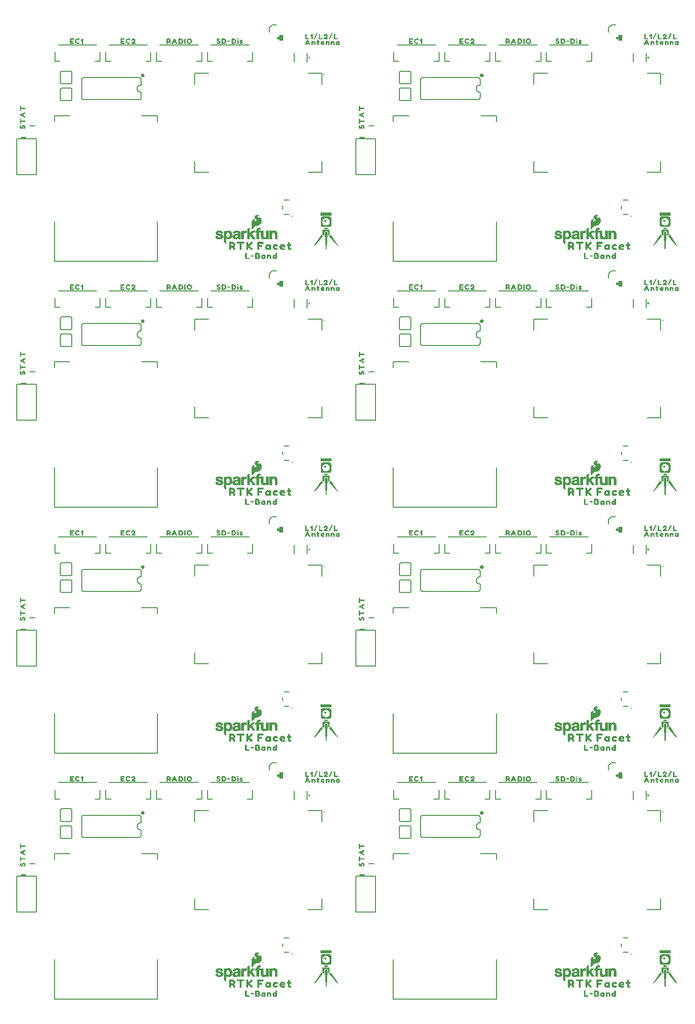
<source format=gto>
G04 EAGLE Gerber RS-274X export*
G75*
%MOMM*%
%FSLAX34Y34*%
%LPD*%
%INSilkscreen Top*%
%IPPOS*%
%AMOC8*
5,1,8,0,0,1.08239X$1,22.5*%
G01*
%ADD10C,0.203200*%
%ADD11C,0.282838*%
%ADD12C,0.177800*%
%ADD13C,0.152400*%
%ADD14C,0.254000*%
%ADD15C,0.254000*%
%ADD16C,0.127000*%

G36*
X562973Y935326D02*
X562973Y935326D01*
X562975Y935324D01*
X563875Y935424D01*
X563883Y935431D01*
X563888Y935427D01*
X564387Y935627D01*
X564686Y935726D01*
X564690Y935733D01*
X564695Y935731D01*
X565195Y936031D01*
X565197Y936036D01*
X565201Y936035D01*
X565701Y936435D01*
X565702Y936439D01*
X565705Y936438D01*
X566305Y937038D01*
X566306Y937050D01*
X566314Y937051D01*
X566714Y937851D01*
X566713Y937856D01*
X566717Y937858D01*
X566917Y938458D01*
X566916Y938461D01*
X566917Y938463D01*
X566913Y938468D01*
X566919Y938473D01*
X566919Y938769D01*
X567019Y939365D01*
X567016Y939371D01*
X567019Y939373D01*
X567019Y950173D01*
X567017Y950177D01*
X567019Y950179D01*
X566919Y951079D01*
X566914Y951084D01*
X566917Y951089D01*
X566717Y951689D01*
X566712Y951692D01*
X566714Y951695D01*
X566314Y952495D01*
X566308Y952498D01*
X566309Y952503D01*
X566009Y952903D01*
X565998Y952906D01*
X565997Y952914D01*
X565701Y953111D01*
X565305Y953508D01*
X565296Y953509D01*
X565295Y953515D01*
X564795Y953815D01*
X564787Y953815D01*
X564786Y953820D01*
X563586Y954220D01*
X563575Y954216D01*
X563570Y954222D01*
X551570Y954222D01*
X551561Y954216D01*
X551554Y954220D01*
X551257Y954121D01*
X550760Y954021D01*
X550751Y954011D01*
X550743Y954014D01*
X550444Y953815D01*
X549445Y953215D01*
X549441Y953207D01*
X549435Y953208D01*
X549235Y953008D01*
X549235Y953004D01*
X549232Y953004D01*
X548832Y952504D01*
X548831Y952499D01*
X548828Y952499D01*
X548528Y951999D01*
X548529Y951991D01*
X548523Y951989D01*
X548223Y951089D01*
X548227Y951078D01*
X548221Y951073D01*
X548221Y950777D01*
X548121Y950181D01*
X548124Y950176D01*
X548121Y950173D01*
X548121Y939373D01*
X548124Y939369D01*
X548121Y939367D01*
X548221Y938567D01*
X548226Y938562D01*
X548223Y938558D01*
X548523Y937658D01*
X548530Y937653D01*
X548528Y937648D01*
X548828Y937148D01*
X548832Y937146D01*
X548832Y937142D01*
X549232Y936642D01*
X549236Y936641D01*
X549235Y936638D01*
X549835Y936038D01*
X549844Y936037D01*
X549845Y936031D01*
X550345Y935731D01*
X550353Y935732D01*
X550354Y935726D01*
X551254Y935426D01*
X551265Y935430D01*
X551270Y935424D01*
X551566Y935424D01*
X552162Y935325D01*
X552167Y935327D01*
X552170Y935324D01*
X562970Y935324D01*
X562973Y935326D01*
G37*
G36*
X1163048Y935326D02*
X1163048Y935326D01*
X1163050Y935324D01*
X1163950Y935424D01*
X1163958Y935431D01*
X1163963Y935427D01*
X1164462Y935627D01*
X1164761Y935726D01*
X1164765Y935733D01*
X1164770Y935731D01*
X1165270Y936031D01*
X1165272Y936036D01*
X1165276Y936035D01*
X1165776Y936435D01*
X1165777Y936439D01*
X1165780Y936438D01*
X1166380Y937038D01*
X1166381Y937050D01*
X1166389Y937051D01*
X1166789Y937851D01*
X1166788Y937856D01*
X1166792Y937858D01*
X1166992Y938458D01*
X1166991Y938461D01*
X1166992Y938463D01*
X1166988Y938468D01*
X1166994Y938473D01*
X1166994Y938769D01*
X1167094Y939365D01*
X1167091Y939371D01*
X1167094Y939373D01*
X1167094Y950173D01*
X1167092Y950177D01*
X1167094Y950179D01*
X1166994Y951079D01*
X1166989Y951084D01*
X1166992Y951089D01*
X1166792Y951689D01*
X1166787Y951692D01*
X1166789Y951695D01*
X1166389Y952495D01*
X1166383Y952498D01*
X1166384Y952503D01*
X1166084Y952903D01*
X1166073Y952906D01*
X1166072Y952914D01*
X1165776Y953111D01*
X1165380Y953508D01*
X1165371Y953509D01*
X1165370Y953515D01*
X1164870Y953815D01*
X1164862Y953815D01*
X1164861Y953820D01*
X1163661Y954220D01*
X1163650Y954216D01*
X1163645Y954222D01*
X1151645Y954222D01*
X1151636Y954216D01*
X1151629Y954220D01*
X1151332Y954121D01*
X1150835Y954021D01*
X1150826Y954011D01*
X1150818Y954014D01*
X1150519Y953815D01*
X1149520Y953215D01*
X1149516Y953207D01*
X1149510Y953208D01*
X1149310Y953008D01*
X1149310Y953004D01*
X1149307Y953004D01*
X1148907Y952504D01*
X1148906Y952499D01*
X1148903Y952499D01*
X1148603Y951999D01*
X1148604Y951991D01*
X1148598Y951989D01*
X1148298Y951089D01*
X1148302Y951078D01*
X1148296Y951073D01*
X1148296Y950777D01*
X1148196Y950181D01*
X1148199Y950176D01*
X1148196Y950173D01*
X1148196Y939373D01*
X1148199Y939369D01*
X1148196Y939367D01*
X1148296Y938567D01*
X1148301Y938562D01*
X1148298Y938558D01*
X1148598Y937658D01*
X1148605Y937653D01*
X1148603Y937648D01*
X1148903Y937148D01*
X1148907Y937146D01*
X1148907Y937142D01*
X1149307Y936642D01*
X1149311Y936641D01*
X1149310Y936638D01*
X1149910Y936038D01*
X1149919Y936037D01*
X1149920Y936031D01*
X1150420Y935731D01*
X1150428Y935732D01*
X1150429Y935726D01*
X1151329Y935426D01*
X1151340Y935430D01*
X1151345Y935424D01*
X1151641Y935424D01*
X1152237Y935325D01*
X1152242Y935327D01*
X1152245Y935324D01*
X1163045Y935324D01*
X1163048Y935326D01*
G37*
G36*
X562973Y65173D02*
X562973Y65173D01*
X562975Y65171D01*
X563875Y65271D01*
X563883Y65278D01*
X563888Y65274D01*
X564387Y65474D01*
X564686Y65573D01*
X564690Y65580D01*
X564695Y65578D01*
X565195Y65878D01*
X565197Y65882D01*
X565201Y65882D01*
X565701Y66282D01*
X565702Y66286D01*
X565705Y66285D01*
X566305Y66885D01*
X566306Y66897D01*
X566314Y66898D01*
X566714Y67698D01*
X566713Y67703D01*
X566717Y67704D01*
X566917Y68304D01*
X566916Y68308D01*
X566917Y68309D01*
X566913Y68315D01*
X566919Y68320D01*
X566919Y68616D01*
X567019Y69212D01*
X567016Y69217D01*
X567019Y69220D01*
X567019Y80020D01*
X567017Y80023D01*
X567019Y80025D01*
X566919Y80925D01*
X566914Y80931D01*
X566917Y80936D01*
X566717Y81536D01*
X566712Y81539D01*
X566714Y81542D01*
X566314Y82342D01*
X566308Y82345D01*
X566309Y82350D01*
X566009Y82750D01*
X565998Y82753D01*
X565997Y82761D01*
X565701Y82958D01*
X565305Y83355D01*
X565296Y83356D01*
X565295Y83362D01*
X564795Y83662D01*
X564787Y83661D01*
X564786Y83667D01*
X563586Y84067D01*
X563575Y84063D01*
X563570Y84069D01*
X551570Y84069D01*
X551561Y84062D01*
X551554Y84067D01*
X551257Y83968D01*
X550760Y83868D01*
X550751Y83858D01*
X550743Y83861D01*
X550444Y83662D01*
X549445Y83062D01*
X549441Y83054D01*
X549435Y83055D01*
X549235Y82855D01*
X549235Y82851D01*
X549232Y82851D01*
X548832Y82351D01*
X548831Y82346D01*
X548828Y82345D01*
X548528Y81845D01*
X548529Y81837D01*
X548523Y81836D01*
X548223Y80936D01*
X548227Y80925D01*
X548221Y80920D01*
X548221Y80624D01*
X548121Y80028D01*
X548124Y80023D01*
X548121Y80020D01*
X548121Y69220D01*
X548124Y69216D01*
X548121Y69214D01*
X548221Y68414D01*
X548226Y68409D01*
X548223Y68404D01*
X548523Y67504D01*
X548530Y67500D01*
X548528Y67495D01*
X548828Y66995D01*
X548832Y66993D01*
X548832Y66989D01*
X549232Y66489D01*
X549236Y66488D01*
X549235Y66485D01*
X549835Y65885D01*
X549844Y65884D01*
X549845Y65878D01*
X550345Y65578D01*
X550353Y65579D01*
X550354Y65573D01*
X551254Y65273D01*
X551265Y65277D01*
X551270Y65271D01*
X551566Y65271D01*
X552162Y65171D01*
X552167Y65174D01*
X552170Y65171D01*
X562970Y65171D01*
X562973Y65173D01*
G37*
G36*
X562973Y500250D02*
X562973Y500250D01*
X562975Y500248D01*
X563875Y500348D01*
X563883Y500354D01*
X563888Y500351D01*
X564387Y500550D01*
X564686Y500650D01*
X564690Y500657D01*
X564695Y500654D01*
X565195Y500954D01*
X565197Y500959D01*
X565201Y500958D01*
X565701Y501358D01*
X565702Y501362D01*
X565705Y501362D01*
X566305Y501962D01*
X566306Y501973D01*
X566314Y501975D01*
X566714Y502775D01*
X566713Y502780D01*
X566717Y502781D01*
X566917Y503381D01*
X566916Y503385D01*
X566917Y503386D01*
X566913Y503392D01*
X566919Y503397D01*
X566919Y503692D01*
X567019Y504289D01*
X567016Y504294D01*
X567019Y504297D01*
X567019Y515097D01*
X567017Y515100D01*
X567019Y515102D01*
X566919Y516002D01*
X566914Y516008D01*
X566917Y516012D01*
X566717Y516612D01*
X566712Y516615D01*
X566714Y516619D01*
X566314Y517419D01*
X566308Y517422D01*
X566309Y517426D01*
X566009Y517826D01*
X565998Y517829D01*
X565997Y517838D01*
X565701Y518035D01*
X565305Y518431D01*
X565296Y518433D01*
X565295Y518439D01*
X564795Y518739D01*
X564787Y518738D01*
X564786Y518743D01*
X563586Y519143D01*
X563575Y519140D01*
X563570Y519146D01*
X551570Y519146D01*
X551561Y519139D01*
X551554Y519143D01*
X551257Y519044D01*
X550760Y518945D01*
X550751Y518935D01*
X550743Y518938D01*
X550444Y518738D01*
X549445Y518139D01*
X549441Y518131D01*
X549435Y518131D01*
X549235Y517931D01*
X549235Y517927D01*
X549232Y517927D01*
X548832Y517427D01*
X548831Y517422D01*
X548828Y517422D01*
X548528Y516922D01*
X548529Y516914D01*
X548523Y516912D01*
X548223Y516012D01*
X548227Y516001D01*
X548221Y515997D01*
X548221Y515701D01*
X548121Y515105D01*
X548124Y515099D01*
X548121Y515097D01*
X548121Y504297D01*
X548124Y504293D01*
X548121Y504291D01*
X548221Y503491D01*
X548226Y503485D01*
X548223Y503481D01*
X548523Y502581D01*
X548530Y502577D01*
X548528Y502571D01*
X548828Y502071D01*
X548832Y502069D01*
X548832Y502066D01*
X549232Y501566D01*
X549236Y501565D01*
X549235Y501562D01*
X549835Y500962D01*
X549844Y500961D01*
X549845Y500954D01*
X550345Y500654D01*
X550353Y500655D01*
X550354Y500650D01*
X551254Y500350D01*
X551265Y500354D01*
X551270Y500347D01*
X551566Y500347D01*
X552162Y500248D01*
X552167Y500251D01*
X552170Y500247D01*
X562970Y500247D01*
X562973Y500250D01*
G37*
G36*
X1163048Y500250D02*
X1163048Y500250D01*
X1163050Y500248D01*
X1163950Y500348D01*
X1163958Y500354D01*
X1163963Y500351D01*
X1164462Y500550D01*
X1164761Y500650D01*
X1164765Y500657D01*
X1164770Y500654D01*
X1165270Y500954D01*
X1165272Y500959D01*
X1165276Y500958D01*
X1165776Y501358D01*
X1165777Y501362D01*
X1165780Y501362D01*
X1166380Y501962D01*
X1166381Y501973D01*
X1166389Y501975D01*
X1166789Y502775D01*
X1166788Y502780D01*
X1166792Y502781D01*
X1166992Y503381D01*
X1166991Y503385D01*
X1166992Y503386D01*
X1166988Y503392D01*
X1166994Y503397D01*
X1166994Y503692D01*
X1167094Y504289D01*
X1167091Y504294D01*
X1167094Y504297D01*
X1167094Y515097D01*
X1167092Y515100D01*
X1167094Y515102D01*
X1166994Y516002D01*
X1166989Y516008D01*
X1166992Y516012D01*
X1166792Y516612D01*
X1166787Y516615D01*
X1166789Y516619D01*
X1166389Y517419D01*
X1166383Y517422D01*
X1166384Y517426D01*
X1166084Y517826D01*
X1166073Y517829D01*
X1166072Y517838D01*
X1165776Y518035D01*
X1165380Y518431D01*
X1165371Y518433D01*
X1165370Y518439D01*
X1164870Y518739D01*
X1164862Y518738D01*
X1164861Y518743D01*
X1163661Y519143D01*
X1163650Y519140D01*
X1163645Y519146D01*
X1151645Y519146D01*
X1151636Y519139D01*
X1151629Y519143D01*
X1151332Y519044D01*
X1150835Y518945D01*
X1150826Y518935D01*
X1150818Y518938D01*
X1150519Y518738D01*
X1149520Y518139D01*
X1149516Y518131D01*
X1149510Y518131D01*
X1149310Y517931D01*
X1149310Y517927D01*
X1149307Y517927D01*
X1148907Y517427D01*
X1148906Y517422D01*
X1148903Y517422D01*
X1148603Y516922D01*
X1148604Y516914D01*
X1148598Y516912D01*
X1148298Y516012D01*
X1148302Y516001D01*
X1148296Y515997D01*
X1148296Y515701D01*
X1148196Y515105D01*
X1148199Y515099D01*
X1148196Y515097D01*
X1148196Y504297D01*
X1148199Y504293D01*
X1148196Y504291D01*
X1148296Y503491D01*
X1148301Y503485D01*
X1148298Y503481D01*
X1148598Y502581D01*
X1148605Y502577D01*
X1148603Y502571D01*
X1148903Y502071D01*
X1148907Y502069D01*
X1148907Y502066D01*
X1149307Y501566D01*
X1149311Y501565D01*
X1149310Y501562D01*
X1149910Y500962D01*
X1149919Y500961D01*
X1149920Y500954D01*
X1150420Y500654D01*
X1150428Y500655D01*
X1150429Y500650D01*
X1151329Y500350D01*
X1151340Y500354D01*
X1151345Y500347D01*
X1151641Y500347D01*
X1152237Y500248D01*
X1152242Y500251D01*
X1152245Y500247D01*
X1163045Y500247D01*
X1163048Y500250D01*
G37*
G36*
X1163048Y65173D02*
X1163048Y65173D01*
X1163050Y65171D01*
X1163950Y65271D01*
X1163958Y65278D01*
X1163963Y65274D01*
X1164462Y65474D01*
X1164761Y65573D01*
X1164765Y65580D01*
X1164770Y65578D01*
X1165270Y65878D01*
X1165272Y65882D01*
X1165276Y65882D01*
X1165776Y66282D01*
X1165777Y66286D01*
X1165780Y66285D01*
X1166380Y66885D01*
X1166381Y66897D01*
X1166389Y66898D01*
X1166789Y67698D01*
X1166788Y67703D01*
X1166792Y67704D01*
X1166992Y68304D01*
X1166991Y68308D01*
X1166992Y68309D01*
X1166988Y68315D01*
X1166994Y68320D01*
X1166994Y68616D01*
X1167094Y69212D01*
X1167091Y69217D01*
X1167094Y69220D01*
X1167094Y80020D01*
X1167092Y80023D01*
X1167094Y80025D01*
X1166994Y80925D01*
X1166989Y80931D01*
X1166992Y80936D01*
X1166792Y81536D01*
X1166787Y81539D01*
X1166789Y81542D01*
X1166389Y82342D01*
X1166383Y82345D01*
X1166384Y82350D01*
X1166084Y82750D01*
X1166073Y82753D01*
X1166072Y82761D01*
X1165776Y82958D01*
X1165380Y83355D01*
X1165371Y83356D01*
X1165370Y83362D01*
X1164870Y83662D01*
X1164862Y83661D01*
X1164861Y83667D01*
X1163661Y84067D01*
X1163650Y84063D01*
X1163645Y84069D01*
X1151645Y84069D01*
X1151636Y84062D01*
X1151629Y84067D01*
X1151332Y83968D01*
X1150835Y83868D01*
X1150826Y83858D01*
X1150818Y83861D01*
X1150519Y83662D01*
X1149520Y83062D01*
X1149516Y83054D01*
X1149510Y83055D01*
X1149310Y82855D01*
X1149310Y82851D01*
X1149307Y82851D01*
X1148907Y82351D01*
X1148906Y82346D01*
X1148903Y82345D01*
X1148603Y81845D01*
X1148604Y81837D01*
X1148598Y81836D01*
X1148298Y80936D01*
X1148302Y80925D01*
X1148296Y80920D01*
X1148296Y80624D01*
X1148196Y80028D01*
X1148199Y80023D01*
X1148196Y80020D01*
X1148196Y69220D01*
X1148199Y69216D01*
X1148196Y69214D01*
X1148296Y68414D01*
X1148301Y68409D01*
X1148298Y68404D01*
X1148598Y67504D01*
X1148605Y67500D01*
X1148603Y67495D01*
X1148903Y66995D01*
X1148907Y66993D01*
X1148907Y66989D01*
X1149307Y66489D01*
X1149311Y66488D01*
X1149310Y66485D01*
X1149910Y65885D01*
X1149919Y65884D01*
X1149920Y65878D01*
X1150420Y65578D01*
X1150428Y65579D01*
X1150429Y65573D01*
X1151329Y65273D01*
X1151340Y65277D01*
X1151345Y65271D01*
X1151641Y65271D01*
X1152237Y65171D01*
X1152242Y65174D01*
X1152245Y65171D01*
X1163045Y65171D01*
X1163048Y65173D01*
G37*
G36*
X1163048Y1370403D02*
X1163048Y1370403D01*
X1163050Y1370401D01*
X1163950Y1370501D01*
X1163958Y1370508D01*
X1163963Y1370504D01*
X1164462Y1370704D01*
X1164761Y1370803D01*
X1164765Y1370810D01*
X1164770Y1370808D01*
X1165270Y1371108D01*
X1165272Y1371112D01*
X1165276Y1371111D01*
X1165776Y1371511D01*
X1165777Y1371515D01*
X1165780Y1371515D01*
X1166380Y1372115D01*
X1166381Y1372126D01*
X1166389Y1372128D01*
X1166789Y1372928D01*
X1166788Y1372933D01*
X1166792Y1372934D01*
X1166992Y1373534D01*
X1166991Y1373538D01*
X1166992Y1373539D01*
X1166988Y1373545D01*
X1166994Y1373550D01*
X1166994Y1373846D01*
X1167094Y1374442D01*
X1167091Y1374447D01*
X1167094Y1374450D01*
X1167094Y1385250D01*
X1167092Y1385253D01*
X1167094Y1385255D01*
X1166994Y1386155D01*
X1166989Y1386161D01*
X1166992Y1386165D01*
X1166792Y1386765D01*
X1166787Y1386768D01*
X1166789Y1386772D01*
X1166389Y1387572D01*
X1166383Y1387575D01*
X1166384Y1387579D01*
X1166084Y1387979D01*
X1166073Y1387983D01*
X1166072Y1387991D01*
X1165776Y1388188D01*
X1165380Y1388585D01*
X1165371Y1388586D01*
X1165370Y1388592D01*
X1164870Y1388892D01*
X1164862Y1388891D01*
X1164861Y1388897D01*
X1163661Y1389297D01*
X1163650Y1389293D01*
X1163645Y1389299D01*
X1151645Y1389299D01*
X1151636Y1389292D01*
X1151629Y1389297D01*
X1151332Y1389198D01*
X1150835Y1389098D01*
X1150826Y1389088D01*
X1150818Y1389091D01*
X1150519Y1388891D01*
X1149520Y1388292D01*
X1149516Y1388284D01*
X1149510Y1388285D01*
X1149310Y1388085D01*
X1149310Y1388081D01*
X1149307Y1388081D01*
X1148907Y1387581D01*
X1148906Y1387576D01*
X1148903Y1387575D01*
X1148603Y1387075D01*
X1148604Y1387067D01*
X1148598Y1387065D01*
X1148298Y1386165D01*
X1148302Y1386155D01*
X1148296Y1386150D01*
X1148296Y1385854D01*
X1148196Y1385258D01*
X1148199Y1385252D01*
X1148196Y1385250D01*
X1148196Y1374450D01*
X1148199Y1374446D01*
X1148196Y1374444D01*
X1148296Y1373644D01*
X1148301Y1373639D01*
X1148298Y1373634D01*
X1148598Y1372734D01*
X1148605Y1372730D01*
X1148603Y1372724D01*
X1148903Y1372224D01*
X1148907Y1372223D01*
X1148907Y1372219D01*
X1149307Y1371719D01*
X1149311Y1371718D01*
X1149310Y1371715D01*
X1149910Y1371115D01*
X1149919Y1371114D01*
X1149920Y1371108D01*
X1150420Y1370808D01*
X1150428Y1370808D01*
X1150429Y1370803D01*
X1151329Y1370503D01*
X1151340Y1370507D01*
X1151345Y1370501D01*
X1151641Y1370501D01*
X1152237Y1370401D01*
X1152242Y1370404D01*
X1152245Y1370401D01*
X1163045Y1370401D01*
X1163048Y1370403D01*
G37*
G36*
X562973Y1370403D02*
X562973Y1370403D01*
X562975Y1370401D01*
X563875Y1370501D01*
X563883Y1370508D01*
X563888Y1370504D01*
X564387Y1370704D01*
X564686Y1370803D01*
X564690Y1370810D01*
X564695Y1370808D01*
X565195Y1371108D01*
X565197Y1371112D01*
X565201Y1371111D01*
X565701Y1371511D01*
X565702Y1371515D01*
X565705Y1371515D01*
X566305Y1372115D01*
X566306Y1372126D01*
X566314Y1372128D01*
X566714Y1372928D01*
X566713Y1372933D01*
X566717Y1372934D01*
X566917Y1373534D01*
X566916Y1373538D01*
X566917Y1373539D01*
X566913Y1373545D01*
X566919Y1373550D01*
X566919Y1373846D01*
X567019Y1374442D01*
X567016Y1374447D01*
X567019Y1374450D01*
X567019Y1385250D01*
X567017Y1385253D01*
X567019Y1385255D01*
X566919Y1386155D01*
X566914Y1386161D01*
X566917Y1386165D01*
X566717Y1386765D01*
X566712Y1386768D01*
X566714Y1386772D01*
X566314Y1387572D01*
X566308Y1387575D01*
X566309Y1387579D01*
X566009Y1387979D01*
X565998Y1387983D01*
X565997Y1387991D01*
X565701Y1388188D01*
X565305Y1388585D01*
X565296Y1388586D01*
X565295Y1388592D01*
X564795Y1388892D01*
X564787Y1388891D01*
X564786Y1388897D01*
X563586Y1389297D01*
X563575Y1389293D01*
X563570Y1389299D01*
X551570Y1389299D01*
X551561Y1389292D01*
X551554Y1389297D01*
X551257Y1389198D01*
X550760Y1389098D01*
X550751Y1389088D01*
X550743Y1389091D01*
X550444Y1388891D01*
X549445Y1388292D01*
X549441Y1388284D01*
X549435Y1388285D01*
X549235Y1388085D01*
X549235Y1388081D01*
X549232Y1388081D01*
X548832Y1387581D01*
X548831Y1387576D01*
X548828Y1387575D01*
X548528Y1387075D01*
X548529Y1387067D01*
X548523Y1387065D01*
X548223Y1386165D01*
X548227Y1386155D01*
X548221Y1386150D01*
X548221Y1385854D01*
X548121Y1385258D01*
X548124Y1385252D01*
X548121Y1385250D01*
X548121Y1374450D01*
X548124Y1374446D01*
X548121Y1374444D01*
X548221Y1373644D01*
X548226Y1373639D01*
X548223Y1373634D01*
X548523Y1372734D01*
X548530Y1372730D01*
X548528Y1372724D01*
X548828Y1372224D01*
X548832Y1372223D01*
X548832Y1372219D01*
X549232Y1371719D01*
X549236Y1371718D01*
X549235Y1371715D01*
X549835Y1371115D01*
X549844Y1371114D01*
X549845Y1371108D01*
X550345Y1370808D01*
X550353Y1370808D01*
X550354Y1370803D01*
X551254Y1370503D01*
X551265Y1370507D01*
X551270Y1370501D01*
X551566Y1370501D01*
X552162Y1370401D01*
X552167Y1370404D01*
X552170Y1370401D01*
X562970Y1370401D01*
X562973Y1370403D01*
G37*
G36*
X426536Y60886D02*
X426536Y60886D01*
X426563Y60883D01*
X426620Y60905D01*
X426679Y60919D01*
X426699Y60936D01*
X426725Y60946D01*
X426783Y61005D01*
X426812Y61029D01*
X426817Y61039D01*
X426826Y61049D01*
X427006Y61318D01*
X427279Y61591D01*
X427291Y61611D01*
X427314Y61632D01*
X427598Y62010D01*
X428079Y62491D01*
X428087Y62504D01*
X428102Y62517D01*
X428591Y63103D01*
X429179Y63691D01*
X429193Y63714D01*
X429219Y63739D01*
X429701Y64413D01*
X430979Y65691D01*
X430987Y65704D01*
X431002Y65717D01*
X431478Y66287D01*
X432428Y67047D01*
X432844Y67297D01*
X433341Y67380D01*
X435210Y67380D01*
X435236Y67386D01*
X435273Y67385D01*
X436473Y67585D01*
X436488Y67592D01*
X436510Y67593D01*
X437610Y67893D01*
X437627Y67902D01*
X437651Y67907D01*
X438651Y68307D01*
X438673Y68322D01*
X438706Y68334D01*
X439706Y68934D01*
X439726Y68954D01*
X439760Y68974D01*
X440560Y69674D01*
X440567Y69683D01*
X440579Y69691D01*
X441379Y70491D01*
X441390Y70509D01*
X441410Y70527D01*
X442110Y71427D01*
X442121Y71450D01*
X442142Y71475D01*
X443142Y73275D01*
X443152Y73310D01*
X443176Y73358D01*
X443676Y75158D01*
X443678Y75192D01*
X443690Y75239D01*
X443790Y77039D01*
X443783Y77075D01*
X443784Y77130D01*
X443484Y78730D01*
X443473Y78754D01*
X443468Y78788D01*
X442968Y80188D01*
X442952Y80213D01*
X442938Y80252D01*
X442238Y81452D01*
X442217Y81474D01*
X442194Y81513D01*
X441394Y82413D01*
X441390Y82416D01*
X441280Y82500D01*
X440480Y82900D01*
X440470Y82902D01*
X440464Y82907D01*
X440425Y82914D01*
X440382Y82933D01*
X440347Y82932D01*
X440312Y82940D01*
X440261Y82929D01*
X440209Y82927D01*
X440178Y82910D01*
X440143Y82901D01*
X440103Y82869D01*
X440057Y82844D01*
X440036Y82815D01*
X440009Y82792D01*
X439987Y82745D01*
X439957Y82702D01*
X439949Y82661D01*
X439937Y82634D01*
X439937Y82628D01*
X439937Y82626D01*
X439938Y82601D01*
X439930Y82560D01*
X439930Y81822D01*
X439791Y81404D01*
X439642Y81305D01*
X439448Y81240D01*
X438900Y81240D01*
X438201Y81590D01*
X437930Y81771D01*
X437538Y82064D01*
X437529Y82068D01*
X437521Y82076D01*
X437252Y82256D01*
X437023Y82485D01*
X436850Y82830D01*
X436837Y82846D01*
X436826Y82871D01*
X436663Y83116D01*
X436579Y83452D01*
X436573Y83464D01*
X436571Y83480D01*
X436511Y83660D01*
X436562Y83814D01*
X436650Y83990D01*
X436656Y84013D01*
X436671Y84040D01*
X436755Y84292D01*
X436890Y84495D01*
X437211Y84735D01*
X437490Y84875D01*
X437534Y84897D01*
X437985Y84987D01*
X437992Y84991D01*
X438002Y84991D01*
X438357Y85080D01*
X438548Y85080D01*
X438790Y84999D01*
X438827Y84996D01*
X438910Y84980D01*
X439210Y84980D01*
X439235Y84986D01*
X439261Y84983D01*
X439319Y85005D01*
X439379Y85019D01*
X439399Y85036D01*
X439423Y85045D01*
X439465Y85090D01*
X439512Y85129D01*
X439523Y85153D01*
X439540Y85172D01*
X439558Y85231D01*
X439583Y85288D01*
X439582Y85313D01*
X439590Y85338D01*
X439579Y85399D01*
X439577Y85461D01*
X439564Y85483D01*
X439560Y85509D01*
X439512Y85580D01*
X439494Y85613D01*
X439486Y85619D01*
X439479Y85629D01*
X439379Y85729D01*
X439359Y85741D01*
X439338Y85764D01*
X438938Y86064D01*
X438912Y86076D01*
X438880Y86100D01*
X438280Y86400D01*
X438263Y86404D01*
X438244Y86416D01*
X437444Y86716D01*
X437437Y86717D01*
X437430Y86721D01*
X436530Y87021D01*
X436493Y87024D01*
X436410Y87040D01*
X435410Y87040D01*
X435382Y87034D01*
X435342Y87034D01*
X434242Y86834D01*
X434207Y86819D01*
X434128Y86794D01*
X433028Y86194D01*
X433002Y86171D01*
X432957Y86144D01*
X432057Y85344D01*
X432038Y85316D01*
X432001Y85281D01*
X431501Y84581D01*
X431486Y84545D01*
X431449Y84480D01*
X431149Y83580D01*
X431146Y83543D01*
X431130Y83460D01*
X431130Y82660D01*
X431137Y82627D01*
X431139Y82578D01*
X431339Y81678D01*
X431356Y81642D01*
X431378Y81575D01*
X431878Y80675D01*
X431900Y80651D01*
X431924Y80610D01*
X432624Y79810D01*
X432625Y79809D01*
X432626Y79807D01*
X432775Y79639D01*
X433113Y79259D01*
X433424Y78909D01*
X434084Y78155D01*
X434330Y77582D01*
X434330Y77022D01*
X434171Y76545D01*
X433850Y76144D01*
X433354Y75813D01*
X432663Y75640D01*
X431948Y75640D01*
X431519Y75726D01*
X431088Y75898D01*
X430852Y76056D01*
X430623Y76285D01*
X430462Y76606D01*
X430390Y76822D01*
X430390Y76998D01*
X430455Y77192D01*
X430606Y77418D01*
X430915Y77728D01*
X431130Y77799D01*
X431150Y77812D01*
X431180Y77820D01*
X431580Y78020D01*
X431609Y78044D01*
X431679Y78091D01*
X431779Y78191D01*
X431792Y78212D01*
X431811Y78228D01*
X431837Y78285D01*
X431870Y78338D01*
X431873Y78363D01*
X431883Y78386D01*
X431881Y78449D01*
X431887Y78511D01*
X431878Y78534D01*
X431877Y78559D01*
X431847Y78614D01*
X431825Y78673D01*
X431807Y78690D01*
X431795Y78712D01*
X431725Y78766D01*
X431698Y78790D01*
X431689Y78793D01*
X431680Y78800D01*
X431480Y78900D01*
X431465Y78904D01*
X431452Y78913D01*
X431318Y78939D01*
X431312Y78940D01*
X431311Y78940D01*
X431310Y78940D01*
X431157Y78940D01*
X430802Y79029D01*
X430766Y79029D01*
X430710Y79040D01*
X429910Y79040D01*
X429884Y79034D01*
X429848Y79035D01*
X429248Y78935D01*
X429217Y78922D01*
X429169Y78913D01*
X428169Y78513D01*
X428138Y78491D01*
X428082Y78464D01*
X427698Y78176D01*
X427214Y77886D01*
X427200Y77872D01*
X427181Y77863D01*
X427111Y77786D01*
X427090Y77765D01*
X427088Y77760D01*
X427084Y77756D01*
X426784Y77256D01*
X426780Y77243D01*
X426770Y77230D01*
X426470Y76630D01*
X426464Y76607D01*
X426449Y76580D01*
X426249Y75980D01*
X426246Y75947D01*
X426232Y75902D01*
X426032Y74102D01*
X426034Y74083D01*
X426030Y74060D01*
X426030Y61260D01*
X426041Y61210D01*
X426043Y61159D01*
X426061Y61127D01*
X426069Y61091D01*
X426102Y61052D01*
X426126Y61007D01*
X426156Y60986D01*
X426179Y60958D01*
X426226Y60937D01*
X426268Y60907D01*
X426310Y60899D01*
X426338Y60887D01*
X426368Y60888D01*
X426410Y60880D01*
X426510Y60880D01*
X426536Y60886D01*
G37*
G36*
X1026611Y60886D02*
X1026611Y60886D01*
X1026638Y60883D01*
X1026695Y60905D01*
X1026754Y60919D01*
X1026774Y60936D01*
X1026800Y60946D01*
X1026858Y61005D01*
X1026887Y61029D01*
X1026892Y61039D01*
X1026901Y61049D01*
X1027081Y61318D01*
X1027354Y61591D01*
X1027366Y61611D01*
X1027389Y61632D01*
X1027673Y62010D01*
X1028154Y62491D01*
X1028162Y62504D01*
X1028177Y62517D01*
X1028666Y63103D01*
X1029254Y63691D01*
X1029268Y63714D01*
X1029294Y63739D01*
X1029776Y64414D01*
X1031054Y65691D01*
X1031062Y65704D01*
X1031077Y65717D01*
X1031553Y66287D01*
X1032503Y67047D01*
X1032919Y67297D01*
X1033416Y67380D01*
X1035285Y67380D01*
X1035311Y67386D01*
X1035348Y67385D01*
X1036548Y67585D01*
X1036563Y67592D01*
X1036585Y67593D01*
X1037685Y67893D01*
X1037702Y67902D01*
X1037726Y67907D01*
X1038726Y68307D01*
X1038748Y68322D01*
X1038781Y68334D01*
X1039781Y68934D01*
X1039801Y68954D01*
X1039835Y68974D01*
X1040635Y69674D01*
X1040642Y69683D01*
X1040654Y69691D01*
X1041454Y70491D01*
X1041465Y70509D01*
X1041485Y70527D01*
X1042185Y71427D01*
X1042196Y71450D01*
X1042217Y71475D01*
X1043217Y73275D01*
X1043227Y73310D01*
X1043251Y73358D01*
X1043751Y75158D01*
X1043753Y75192D01*
X1043765Y75239D01*
X1043865Y77039D01*
X1043858Y77075D01*
X1043859Y77130D01*
X1043559Y78730D01*
X1043548Y78754D01*
X1043543Y78788D01*
X1043043Y80188D01*
X1043027Y80213D01*
X1043013Y80252D01*
X1042313Y81452D01*
X1042292Y81474D01*
X1042269Y81513D01*
X1041469Y82413D01*
X1041465Y82416D01*
X1041355Y82500D01*
X1040555Y82900D01*
X1040545Y82902D01*
X1040539Y82907D01*
X1040500Y82914D01*
X1040457Y82933D01*
X1040422Y82932D01*
X1040387Y82940D01*
X1040336Y82929D01*
X1040284Y82927D01*
X1040253Y82910D01*
X1040218Y82901D01*
X1040178Y82869D01*
X1040132Y82844D01*
X1040111Y82815D01*
X1040084Y82792D01*
X1040062Y82745D01*
X1040032Y82702D01*
X1040024Y82661D01*
X1040012Y82634D01*
X1040012Y82628D01*
X1040012Y82626D01*
X1040013Y82601D01*
X1040005Y82560D01*
X1040005Y81822D01*
X1039866Y81404D01*
X1039717Y81305D01*
X1039523Y81240D01*
X1038975Y81240D01*
X1038276Y81590D01*
X1038005Y81771D01*
X1037613Y82064D01*
X1037604Y82068D01*
X1037596Y82076D01*
X1037327Y82256D01*
X1037098Y82485D01*
X1036925Y82830D01*
X1036912Y82846D01*
X1036901Y82871D01*
X1036738Y83116D01*
X1036654Y83452D01*
X1036648Y83464D01*
X1036646Y83480D01*
X1036586Y83660D01*
X1036637Y83814D01*
X1036725Y83990D01*
X1036731Y84013D01*
X1036746Y84040D01*
X1036830Y84292D01*
X1036965Y84495D01*
X1037286Y84735D01*
X1037565Y84875D01*
X1037609Y84897D01*
X1038060Y84987D01*
X1038067Y84991D01*
X1038077Y84991D01*
X1038432Y85080D01*
X1038623Y85080D01*
X1038865Y84999D01*
X1038902Y84996D01*
X1038985Y84980D01*
X1039285Y84980D01*
X1039310Y84986D01*
X1039336Y84983D01*
X1039394Y85005D01*
X1039454Y85019D01*
X1039474Y85036D01*
X1039498Y85045D01*
X1039540Y85090D01*
X1039587Y85129D01*
X1039598Y85153D01*
X1039615Y85172D01*
X1039633Y85231D01*
X1039658Y85288D01*
X1039657Y85313D01*
X1039665Y85338D01*
X1039654Y85399D01*
X1039652Y85461D01*
X1039639Y85483D01*
X1039635Y85509D01*
X1039587Y85580D01*
X1039569Y85613D01*
X1039561Y85619D01*
X1039554Y85629D01*
X1039454Y85729D01*
X1039434Y85741D01*
X1039413Y85764D01*
X1039013Y86064D01*
X1038987Y86076D01*
X1038955Y86100D01*
X1038355Y86400D01*
X1038338Y86404D01*
X1038319Y86416D01*
X1037519Y86716D01*
X1037512Y86717D01*
X1037505Y86721D01*
X1036605Y87021D01*
X1036568Y87024D01*
X1036485Y87040D01*
X1035485Y87040D01*
X1035457Y87034D01*
X1035417Y87034D01*
X1034317Y86834D01*
X1034282Y86819D01*
X1034203Y86794D01*
X1033103Y86194D01*
X1033077Y86171D01*
X1033032Y86144D01*
X1032132Y85344D01*
X1032113Y85316D01*
X1032076Y85281D01*
X1031576Y84581D01*
X1031561Y84545D01*
X1031524Y84480D01*
X1031224Y83580D01*
X1031221Y83543D01*
X1031205Y83460D01*
X1031205Y82660D01*
X1031212Y82627D01*
X1031214Y82578D01*
X1031414Y81678D01*
X1031431Y81642D01*
X1031453Y81575D01*
X1031953Y80675D01*
X1031975Y80651D01*
X1031999Y80610D01*
X1032699Y79810D01*
X1032700Y79809D01*
X1032701Y79807D01*
X1032850Y79639D01*
X1033188Y79259D01*
X1033499Y78909D01*
X1034159Y78155D01*
X1034405Y77582D01*
X1034405Y77022D01*
X1034246Y76545D01*
X1033925Y76144D01*
X1033429Y75813D01*
X1032738Y75640D01*
X1032023Y75640D01*
X1031594Y75726D01*
X1031163Y75898D01*
X1030927Y76056D01*
X1030698Y76285D01*
X1030537Y76606D01*
X1030465Y76822D01*
X1030465Y76998D01*
X1030530Y77192D01*
X1030681Y77418D01*
X1030990Y77728D01*
X1031205Y77799D01*
X1031225Y77812D01*
X1031255Y77820D01*
X1031655Y78020D01*
X1031684Y78044D01*
X1031754Y78091D01*
X1031854Y78191D01*
X1031867Y78212D01*
X1031886Y78228D01*
X1031912Y78285D01*
X1031945Y78338D01*
X1031948Y78363D01*
X1031958Y78386D01*
X1031956Y78449D01*
X1031962Y78511D01*
X1031953Y78534D01*
X1031952Y78559D01*
X1031922Y78614D01*
X1031900Y78673D01*
X1031882Y78690D01*
X1031870Y78712D01*
X1031800Y78766D01*
X1031773Y78790D01*
X1031764Y78793D01*
X1031755Y78800D01*
X1031555Y78900D01*
X1031540Y78904D01*
X1031527Y78913D01*
X1031393Y78939D01*
X1031387Y78940D01*
X1031386Y78940D01*
X1031385Y78940D01*
X1031232Y78940D01*
X1030877Y79029D01*
X1030841Y79029D01*
X1030785Y79040D01*
X1029985Y79040D01*
X1029959Y79034D01*
X1029923Y79035D01*
X1029323Y78935D01*
X1029292Y78922D01*
X1029244Y78913D01*
X1028244Y78513D01*
X1028213Y78491D01*
X1028157Y78464D01*
X1027773Y78176D01*
X1027289Y77886D01*
X1027275Y77872D01*
X1027256Y77863D01*
X1027186Y77786D01*
X1027165Y77765D01*
X1027163Y77760D01*
X1027159Y77756D01*
X1026859Y77256D01*
X1026855Y77243D01*
X1026845Y77230D01*
X1026545Y76630D01*
X1026539Y76607D01*
X1026524Y76580D01*
X1026324Y75980D01*
X1026321Y75947D01*
X1026307Y75902D01*
X1026107Y74102D01*
X1026109Y74083D01*
X1026105Y74060D01*
X1026105Y61260D01*
X1026116Y61210D01*
X1026118Y61159D01*
X1026136Y61127D01*
X1026144Y61091D01*
X1026177Y61052D01*
X1026201Y61007D01*
X1026231Y60986D01*
X1026254Y60958D01*
X1026301Y60937D01*
X1026343Y60907D01*
X1026385Y60899D01*
X1026413Y60887D01*
X1026443Y60888D01*
X1026485Y60880D01*
X1026585Y60880D01*
X1026611Y60886D01*
G37*
G36*
X1026611Y931039D02*
X1026611Y931039D01*
X1026638Y931037D01*
X1026695Y931059D01*
X1026754Y931072D01*
X1026774Y931090D01*
X1026800Y931099D01*
X1026858Y931158D01*
X1026887Y931183D01*
X1026892Y931193D01*
X1026901Y931202D01*
X1027081Y931471D01*
X1027354Y931744D01*
X1027366Y931764D01*
X1027389Y931785D01*
X1027673Y932163D01*
X1028154Y932644D01*
X1028162Y932657D01*
X1028177Y932670D01*
X1028666Y933257D01*
X1029254Y933844D01*
X1029268Y933867D01*
X1029294Y933892D01*
X1029776Y934567D01*
X1031054Y935844D01*
X1031062Y935857D01*
X1031077Y935870D01*
X1031553Y936440D01*
X1032503Y937200D01*
X1032919Y937450D01*
X1033416Y937533D01*
X1035285Y937533D01*
X1035311Y937539D01*
X1035348Y937538D01*
X1036548Y937738D01*
X1036563Y937745D01*
X1036585Y937746D01*
X1037685Y938046D01*
X1037702Y938056D01*
X1037726Y938060D01*
X1038726Y938460D01*
X1038748Y938475D01*
X1038781Y938487D01*
X1039781Y939087D01*
X1039801Y939107D01*
X1039835Y939127D01*
X1040635Y939827D01*
X1040642Y939836D01*
X1040654Y939844D01*
X1041454Y940644D01*
X1041465Y940662D01*
X1041485Y940680D01*
X1042185Y941580D01*
X1042196Y941603D01*
X1042217Y941629D01*
X1043217Y943429D01*
X1043227Y943463D01*
X1043251Y943511D01*
X1043751Y945311D01*
X1043753Y945345D01*
X1043765Y945392D01*
X1043865Y947192D01*
X1043858Y947228D01*
X1043859Y947283D01*
X1043559Y948883D01*
X1043548Y948907D01*
X1043543Y948941D01*
X1043043Y950341D01*
X1043027Y950366D01*
X1043013Y950405D01*
X1042313Y951605D01*
X1042292Y951628D01*
X1042269Y951666D01*
X1041469Y952566D01*
X1041465Y952569D01*
X1041355Y952653D01*
X1040555Y953053D01*
X1040545Y953056D01*
X1040539Y953060D01*
X1040500Y953067D01*
X1040457Y953086D01*
X1040422Y953085D01*
X1040387Y953093D01*
X1040336Y953082D01*
X1040284Y953080D01*
X1040253Y953063D01*
X1040218Y953055D01*
X1040178Y953022D01*
X1040132Y952997D01*
X1040111Y952968D01*
X1040084Y952945D01*
X1040062Y952898D01*
X1040032Y952855D01*
X1040024Y952815D01*
X1040012Y952787D01*
X1040012Y952781D01*
X1040012Y952780D01*
X1040013Y952754D01*
X1040005Y952713D01*
X1040005Y951975D01*
X1039866Y951557D01*
X1039717Y951458D01*
X1039523Y951393D01*
X1038975Y951393D01*
X1038276Y951743D01*
X1038005Y951924D01*
X1037613Y952217D01*
X1037604Y952221D01*
X1037596Y952230D01*
X1037327Y952409D01*
X1037098Y952638D01*
X1036925Y952983D01*
X1036912Y952999D01*
X1036901Y953024D01*
X1036738Y953269D01*
X1036654Y953605D01*
X1036648Y953617D01*
X1036646Y953633D01*
X1036586Y953813D01*
X1036637Y953967D01*
X1036725Y954143D01*
X1036731Y954166D01*
X1036746Y954193D01*
X1036830Y954445D01*
X1036965Y954648D01*
X1037286Y954888D01*
X1037565Y955028D01*
X1037609Y955050D01*
X1038060Y955140D01*
X1038067Y955144D01*
X1038077Y955144D01*
X1038432Y955233D01*
X1038623Y955233D01*
X1038865Y955152D01*
X1038902Y955149D01*
X1038985Y955133D01*
X1039285Y955133D01*
X1039310Y955139D01*
X1039336Y955136D01*
X1039394Y955158D01*
X1039454Y955172D01*
X1039474Y955189D01*
X1039498Y955198D01*
X1039540Y955243D01*
X1039587Y955283D01*
X1039598Y955306D01*
X1039615Y955325D01*
X1039633Y955384D01*
X1039658Y955441D01*
X1039657Y955467D01*
X1039665Y955491D01*
X1039654Y955552D01*
X1039652Y955614D01*
X1039639Y955637D01*
X1039635Y955662D01*
X1039587Y955733D01*
X1039569Y955766D01*
X1039561Y955772D01*
X1039554Y955782D01*
X1039454Y955882D01*
X1039434Y955894D01*
X1039413Y955917D01*
X1039013Y956217D01*
X1038987Y956229D01*
X1038955Y956253D01*
X1038355Y956553D01*
X1038338Y956557D01*
X1038319Y956569D01*
X1037519Y956869D01*
X1037512Y956870D01*
X1037505Y956874D01*
X1036605Y957174D01*
X1036568Y957177D01*
X1036485Y957193D01*
X1035485Y957193D01*
X1035457Y957187D01*
X1035417Y957187D01*
X1034317Y956987D01*
X1034282Y956972D01*
X1034203Y956947D01*
X1033103Y956347D01*
X1033077Y956324D01*
X1033032Y956297D01*
X1032132Y955497D01*
X1032113Y955469D01*
X1032076Y955434D01*
X1031576Y954734D01*
X1031561Y954698D01*
X1031524Y954633D01*
X1031224Y953733D01*
X1031221Y953696D01*
X1031205Y953613D01*
X1031205Y952813D01*
X1031212Y952780D01*
X1031214Y952731D01*
X1031414Y951831D01*
X1031431Y951795D01*
X1031453Y951729D01*
X1031953Y950829D01*
X1031975Y950804D01*
X1031999Y950763D01*
X1032699Y949963D01*
X1032700Y949962D01*
X1032701Y949961D01*
X1032850Y949793D01*
X1033188Y949412D01*
X1033499Y949063D01*
X1034159Y948308D01*
X1034405Y947735D01*
X1034405Y947175D01*
X1034246Y946698D01*
X1033925Y946297D01*
X1033429Y945966D01*
X1032738Y945793D01*
X1032023Y945793D01*
X1031594Y945879D01*
X1031163Y946052D01*
X1030927Y946209D01*
X1030698Y946438D01*
X1030537Y946759D01*
X1030465Y946975D01*
X1030465Y947151D01*
X1030530Y947345D01*
X1030681Y947571D01*
X1030990Y947881D01*
X1031205Y947952D01*
X1031225Y947965D01*
X1031255Y947973D01*
X1031655Y948173D01*
X1031684Y948197D01*
X1031754Y948244D01*
X1031854Y948344D01*
X1031867Y948366D01*
X1031886Y948381D01*
X1031912Y948439D01*
X1031945Y948492D01*
X1031948Y948516D01*
X1031958Y948539D01*
X1031956Y948602D01*
X1031962Y948664D01*
X1031953Y948687D01*
X1031952Y948712D01*
X1031922Y948767D01*
X1031900Y948826D01*
X1031882Y948843D01*
X1031870Y948865D01*
X1031800Y948919D01*
X1031773Y948944D01*
X1031764Y948946D01*
X1031755Y948953D01*
X1031555Y949053D01*
X1031540Y949057D01*
X1031527Y949066D01*
X1031393Y949092D01*
X1031387Y949093D01*
X1031386Y949093D01*
X1031385Y949093D01*
X1031232Y949093D01*
X1030877Y949182D01*
X1030841Y949183D01*
X1030785Y949193D01*
X1029985Y949193D01*
X1029959Y949187D01*
X1029923Y949188D01*
X1029323Y949088D01*
X1029292Y949075D01*
X1029244Y949066D01*
X1028244Y948666D01*
X1028213Y948644D01*
X1028157Y948617D01*
X1027773Y948329D01*
X1027289Y948039D01*
X1027275Y948025D01*
X1027256Y948017D01*
X1027186Y947939D01*
X1027165Y947919D01*
X1027163Y947914D01*
X1027159Y947909D01*
X1026859Y947409D01*
X1026855Y947396D01*
X1026845Y947383D01*
X1026545Y946783D01*
X1026539Y946760D01*
X1026524Y946733D01*
X1026324Y946133D01*
X1026321Y946101D01*
X1026307Y946055D01*
X1026107Y944255D01*
X1026109Y944237D01*
X1026105Y944213D01*
X1026105Y931413D01*
X1026116Y931364D01*
X1026118Y931313D01*
X1026136Y931280D01*
X1026144Y931244D01*
X1026177Y931205D01*
X1026201Y931160D01*
X1026231Y931139D01*
X1026254Y931111D01*
X1026301Y931090D01*
X1026343Y931061D01*
X1026385Y931052D01*
X1026413Y931040D01*
X1026443Y931041D01*
X1026485Y931033D01*
X1026585Y931033D01*
X1026611Y931039D01*
G37*
G36*
X426536Y931039D02*
X426536Y931039D01*
X426563Y931037D01*
X426620Y931059D01*
X426679Y931072D01*
X426699Y931090D01*
X426725Y931099D01*
X426783Y931158D01*
X426812Y931183D01*
X426817Y931193D01*
X426826Y931202D01*
X427006Y931471D01*
X427279Y931744D01*
X427291Y931764D01*
X427314Y931785D01*
X427598Y932163D01*
X428079Y932644D01*
X428087Y932657D01*
X428102Y932670D01*
X428591Y933257D01*
X429179Y933844D01*
X429193Y933867D01*
X429219Y933892D01*
X429701Y934567D01*
X430979Y935844D01*
X430987Y935857D01*
X431002Y935870D01*
X431478Y936440D01*
X432428Y937200D01*
X432844Y937450D01*
X433341Y937533D01*
X435210Y937533D01*
X435236Y937539D01*
X435273Y937538D01*
X436473Y937738D01*
X436488Y937745D01*
X436510Y937746D01*
X437610Y938046D01*
X437627Y938056D01*
X437651Y938060D01*
X438651Y938460D01*
X438673Y938475D01*
X438706Y938487D01*
X439706Y939087D01*
X439726Y939107D01*
X439760Y939127D01*
X440560Y939827D01*
X440567Y939836D01*
X440579Y939844D01*
X441379Y940644D01*
X441390Y940662D01*
X441410Y940680D01*
X442110Y941580D01*
X442121Y941603D01*
X442142Y941629D01*
X443142Y943429D01*
X443152Y943463D01*
X443176Y943511D01*
X443676Y945311D01*
X443678Y945345D01*
X443690Y945392D01*
X443790Y947192D01*
X443783Y947228D01*
X443784Y947283D01*
X443484Y948883D01*
X443473Y948907D01*
X443468Y948941D01*
X442968Y950341D01*
X442952Y950366D01*
X442938Y950405D01*
X442238Y951605D01*
X442217Y951628D01*
X442194Y951666D01*
X441394Y952566D01*
X441390Y952569D01*
X441280Y952653D01*
X440480Y953053D01*
X440470Y953056D01*
X440464Y953060D01*
X440425Y953067D01*
X440382Y953086D01*
X440347Y953085D01*
X440312Y953093D01*
X440261Y953082D01*
X440209Y953080D01*
X440178Y953063D01*
X440143Y953055D01*
X440103Y953022D01*
X440057Y952997D01*
X440036Y952968D01*
X440009Y952945D01*
X439987Y952898D01*
X439957Y952855D01*
X439949Y952815D01*
X439937Y952787D01*
X439937Y952781D01*
X439937Y952780D01*
X439938Y952754D01*
X439930Y952713D01*
X439930Y951975D01*
X439791Y951557D01*
X439642Y951458D01*
X439448Y951393D01*
X438900Y951393D01*
X438201Y951743D01*
X437930Y951924D01*
X437538Y952217D01*
X437529Y952221D01*
X437521Y952230D01*
X437252Y952409D01*
X437023Y952638D01*
X436850Y952983D01*
X436837Y952999D01*
X436826Y953024D01*
X436663Y953269D01*
X436579Y953605D01*
X436573Y953617D01*
X436571Y953633D01*
X436511Y953813D01*
X436562Y953967D01*
X436650Y954143D01*
X436656Y954166D01*
X436671Y954193D01*
X436755Y954445D01*
X436890Y954648D01*
X437211Y954888D01*
X437490Y955028D01*
X437534Y955050D01*
X437985Y955140D01*
X437992Y955144D01*
X438002Y955144D01*
X438357Y955233D01*
X438548Y955233D01*
X438790Y955152D01*
X438827Y955149D01*
X438910Y955133D01*
X439210Y955133D01*
X439235Y955139D01*
X439261Y955136D01*
X439319Y955158D01*
X439379Y955172D01*
X439399Y955189D01*
X439423Y955198D01*
X439465Y955243D01*
X439512Y955283D01*
X439523Y955306D01*
X439540Y955325D01*
X439558Y955384D01*
X439583Y955441D01*
X439582Y955467D01*
X439590Y955491D01*
X439579Y955552D01*
X439577Y955614D01*
X439564Y955637D01*
X439560Y955662D01*
X439512Y955733D01*
X439494Y955766D01*
X439486Y955772D01*
X439479Y955782D01*
X439379Y955882D01*
X439359Y955894D01*
X439338Y955917D01*
X438938Y956217D01*
X438912Y956229D01*
X438880Y956253D01*
X438280Y956553D01*
X438263Y956557D01*
X438244Y956569D01*
X437444Y956869D01*
X437437Y956870D01*
X437430Y956874D01*
X436530Y957174D01*
X436493Y957177D01*
X436410Y957193D01*
X435410Y957193D01*
X435382Y957187D01*
X435342Y957187D01*
X434242Y956987D01*
X434207Y956972D01*
X434128Y956947D01*
X433028Y956347D01*
X433002Y956324D01*
X432957Y956297D01*
X432057Y955497D01*
X432038Y955469D01*
X432001Y955434D01*
X431501Y954734D01*
X431486Y954698D01*
X431449Y954633D01*
X431149Y953733D01*
X431146Y953696D01*
X431130Y953613D01*
X431130Y952813D01*
X431137Y952780D01*
X431139Y952731D01*
X431339Y951831D01*
X431356Y951795D01*
X431378Y951729D01*
X431878Y950829D01*
X431900Y950804D01*
X431924Y950763D01*
X432624Y949963D01*
X432625Y949962D01*
X432626Y949961D01*
X432775Y949793D01*
X433113Y949412D01*
X433424Y949063D01*
X434084Y948308D01*
X434330Y947735D01*
X434330Y947175D01*
X434171Y946698D01*
X433850Y946297D01*
X433354Y945966D01*
X432663Y945793D01*
X431948Y945793D01*
X431519Y945879D01*
X431088Y946052D01*
X430852Y946209D01*
X430623Y946438D01*
X430462Y946759D01*
X430390Y946975D01*
X430390Y947151D01*
X430455Y947345D01*
X430606Y947571D01*
X430915Y947881D01*
X431130Y947952D01*
X431150Y947965D01*
X431180Y947973D01*
X431580Y948173D01*
X431609Y948197D01*
X431679Y948244D01*
X431779Y948344D01*
X431792Y948366D01*
X431811Y948381D01*
X431837Y948439D01*
X431870Y948492D01*
X431873Y948516D01*
X431883Y948539D01*
X431881Y948602D01*
X431887Y948664D01*
X431878Y948687D01*
X431877Y948712D01*
X431847Y948767D01*
X431825Y948826D01*
X431807Y948843D01*
X431795Y948865D01*
X431725Y948919D01*
X431698Y948944D01*
X431689Y948946D01*
X431680Y948953D01*
X431480Y949053D01*
X431465Y949057D01*
X431452Y949066D01*
X431318Y949092D01*
X431312Y949093D01*
X431311Y949093D01*
X431310Y949093D01*
X431157Y949093D01*
X430802Y949182D01*
X430766Y949183D01*
X430710Y949193D01*
X429910Y949193D01*
X429884Y949187D01*
X429848Y949188D01*
X429248Y949088D01*
X429217Y949075D01*
X429169Y949066D01*
X428169Y948666D01*
X428138Y948644D01*
X428082Y948617D01*
X427698Y948329D01*
X427214Y948039D01*
X427200Y948025D01*
X427181Y948017D01*
X427111Y947939D01*
X427090Y947919D01*
X427088Y947914D01*
X427084Y947909D01*
X426784Y947409D01*
X426780Y947396D01*
X426770Y947383D01*
X426470Y946783D01*
X426464Y946760D01*
X426449Y946733D01*
X426249Y946133D01*
X426246Y946101D01*
X426232Y946055D01*
X426032Y944255D01*
X426034Y944237D01*
X426030Y944213D01*
X426030Y931413D01*
X426041Y931364D01*
X426043Y931313D01*
X426061Y931280D01*
X426069Y931244D01*
X426102Y931205D01*
X426126Y931160D01*
X426156Y931139D01*
X426179Y931111D01*
X426226Y931090D01*
X426268Y931061D01*
X426310Y931052D01*
X426338Y931040D01*
X426368Y931041D01*
X426410Y931033D01*
X426510Y931033D01*
X426536Y931039D01*
G37*
G36*
X1026611Y1366116D02*
X1026611Y1366116D01*
X1026638Y1366113D01*
X1026695Y1366135D01*
X1026754Y1366149D01*
X1026774Y1366166D01*
X1026800Y1366176D01*
X1026858Y1366235D01*
X1026887Y1366259D01*
X1026892Y1366269D01*
X1026901Y1366279D01*
X1027081Y1366548D01*
X1027354Y1366821D01*
X1027366Y1366841D01*
X1027389Y1366862D01*
X1027673Y1367240D01*
X1028154Y1367721D01*
X1028162Y1367734D01*
X1028177Y1367746D01*
X1028666Y1368333D01*
X1029254Y1368921D01*
X1029268Y1368944D01*
X1029294Y1368969D01*
X1029776Y1369643D01*
X1031054Y1370921D01*
X1031062Y1370934D01*
X1031077Y1370946D01*
X1031553Y1371517D01*
X1032503Y1372277D01*
X1032919Y1372527D01*
X1033416Y1372610D01*
X1035285Y1372610D01*
X1035311Y1372616D01*
X1035348Y1372615D01*
X1036548Y1372815D01*
X1036563Y1372821D01*
X1036585Y1372823D01*
X1037685Y1373123D01*
X1037702Y1373132D01*
X1037726Y1373137D01*
X1038726Y1373537D01*
X1038748Y1373552D01*
X1038781Y1373564D01*
X1039781Y1374164D01*
X1039801Y1374184D01*
X1039835Y1374204D01*
X1040635Y1374904D01*
X1040642Y1374913D01*
X1040654Y1374921D01*
X1041454Y1375721D01*
X1041465Y1375739D01*
X1041485Y1375756D01*
X1042185Y1376656D01*
X1042196Y1376679D01*
X1042217Y1376705D01*
X1043217Y1378505D01*
X1043227Y1378540D01*
X1043251Y1378588D01*
X1043751Y1380388D01*
X1043753Y1380422D01*
X1043765Y1380469D01*
X1043865Y1382269D01*
X1043858Y1382304D01*
X1043859Y1382360D01*
X1043559Y1383960D01*
X1043548Y1383984D01*
X1043543Y1384018D01*
X1043043Y1385418D01*
X1043027Y1385443D01*
X1043013Y1385481D01*
X1042313Y1386681D01*
X1042292Y1386704D01*
X1042269Y1386742D01*
X1041469Y1387642D01*
X1041465Y1387645D01*
X1041355Y1387730D01*
X1040555Y1388130D01*
X1040545Y1388132D01*
X1040539Y1388136D01*
X1040500Y1388144D01*
X1040457Y1388163D01*
X1040422Y1388162D01*
X1040387Y1388170D01*
X1040336Y1388158D01*
X1040284Y1388157D01*
X1040253Y1388139D01*
X1040218Y1388131D01*
X1040178Y1388098D01*
X1040132Y1388074D01*
X1040111Y1388044D01*
X1040084Y1388022D01*
X1040062Y1387974D01*
X1040032Y1387932D01*
X1040024Y1387891D01*
X1040012Y1387864D01*
X1040012Y1387857D01*
X1040012Y1387856D01*
X1040013Y1387831D01*
X1040005Y1387790D01*
X1040005Y1387052D01*
X1039866Y1386634D01*
X1039717Y1386534D01*
X1039523Y1386470D01*
X1038975Y1386470D01*
X1038276Y1386819D01*
X1038005Y1387000D01*
X1037613Y1387294D01*
X1037604Y1387298D01*
X1037596Y1387306D01*
X1037327Y1387485D01*
X1037098Y1387715D01*
X1036925Y1388060D01*
X1036912Y1388076D01*
X1036901Y1388101D01*
X1036738Y1388346D01*
X1036654Y1388682D01*
X1036648Y1388694D01*
X1036646Y1388710D01*
X1036586Y1388890D01*
X1036637Y1389044D01*
X1036725Y1389220D01*
X1036731Y1389243D01*
X1036746Y1389270D01*
X1036830Y1389521D01*
X1036965Y1389725D01*
X1037286Y1389965D01*
X1037565Y1390105D01*
X1037609Y1390127D01*
X1038060Y1390217D01*
X1038067Y1390220D01*
X1038077Y1390221D01*
X1038432Y1390310D01*
X1038623Y1390310D01*
X1038865Y1390229D01*
X1038902Y1390226D01*
X1038985Y1390210D01*
X1039285Y1390210D01*
X1039310Y1390215D01*
X1039336Y1390213D01*
X1039394Y1390235D01*
X1039454Y1390249D01*
X1039474Y1390265D01*
X1039498Y1390275D01*
X1039540Y1390320D01*
X1039587Y1390359D01*
X1039598Y1390383D01*
X1039615Y1390402D01*
X1039633Y1390461D01*
X1039658Y1390517D01*
X1039657Y1390543D01*
X1039665Y1390568D01*
X1039654Y1390629D01*
X1039652Y1390691D01*
X1039639Y1390713D01*
X1039635Y1390739D01*
X1039587Y1390810D01*
X1039569Y1390843D01*
X1039561Y1390848D01*
X1039554Y1390859D01*
X1039454Y1390959D01*
X1039434Y1390971D01*
X1039413Y1390994D01*
X1039013Y1391294D01*
X1038987Y1391306D01*
X1038955Y1391330D01*
X1038355Y1391630D01*
X1038338Y1391634D01*
X1038319Y1391646D01*
X1037519Y1391946D01*
X1037512Y1391947D01*
X1037505Y1391951D01*
X1036605Y1392251D01*
X1036568Y1392254D01*
X1036485Y1392270D01*
X1035485Y1392270D01*
X1035457Y1392263D01*
X1035417Y1392264D01*
X1034317Y1392064D01*
X1034282Y1392049D01*
X1034203Y1392024D01*
X1033103Y1391424D01*
X1033077Y1391400D01*
X1033032Y1391374D01*
X1032132Y1390574D01*
X1032113Y1390546D01*
X1032076Y1390511D01*
X1031576Y1389811D01*
X1031561Y1389775D01*
X1031524Y1389710D01*
X1031224Y1388810D01*
X1031221Y1388772D01*
X1031205Y1388690D01*
X1031205Y1387890D01*
X1031212Y1387857D01*
X1031214Y1387807D01*
X1031414Y1386907D01*
X1031431Y1386872D01*
X1031453Y1386805D01*
X1031953Y1385905D01*
X1031975Y1385881D01*
X1031999Y1385839D01*
X1032699Y1385039D01*
X1032700Y1385039D01*
X1032701Y1385037D01*
X1032850Y1384869D01*
X1033188Y1384489D01*
X1033499Y1384139D01*
X1034159Y1383385D01*
X1034405Y1382812D01*
X1034405Y1382252D01*
X1034246Y1381774D01*
X1033925Y1381373D01*
X1033429Y1381043D01*
X1032738Y1380870D01*
X1032023Y1380870D01*
X1031594Y1380956D01*
X1031163Y1381128D01*
X1030927Y1381285D01*
X1030698Y1381515D01*
X1030537Y1381836D01*
X1030465Y1382052D01*
X1030465Y1382228D01*
X1030530Y1382421D01*
X1030681Y1382648D01*
X1030990Y1382957D01*
X1031205Y1383029D01*
X1031225Y1383041D01*
X1031255Y1383050D01*
X1031655Y1383250D01*
X1031684Y1383274D01*
X1031754Y1383321D01*
X1031854Y1383421D01*
X1031867Y1383442D01*
X1031886Y1383458D01*
X1031912Y1383515D01*
X1031945Y1383568D01*
X1031948Y1383593D01*
X1031958Y1383616D01*
X1031956Y1383678D01*
X1031962Y1383741D01*
X1031953Y1383764D01*
X1031952Y1383789D01*
X1031922Y1383844D01*
X1031900Y1383903D01*
X1031882Y1383920D01*
X1031870Y1383942D01*
X1031800Y1383995D01*
X1031773Y1384020D01*
X1031764Y1384023D01*
X1031755Y1384030D01*
X1031555Y1384130D01*
X1031540Y1384134D01*
X1031527Y1384142D01*
X1031393Y1384169D01*
X1031387Y1384170D01*
X1031386Y1384170D01*
X1031385Y1384170D01*
X1031232Y1384170D01*
X1030877Y1384259D01*
X1030841Y1384259D01*
X1030785Y1384270D01*
X1029985Y1384270D01*
X1029959Y1384264D01*
X1029923Y1384265D01*
X1029323Y1384165D01*
X1029292Y1384152D01*
X1029244Y1384143D01*
X1028244Y1383743D01*
X1028213Y1383721D01*
X1028157Y1383694D01*
X1027773Y1383406D01*
X1027289Y1383116D01*
X1027275Y1383102D01*
X1027256Y1383093D01*
X1027186Y1383016D01*
X1027165Y1382995D01*
X1027163Y1382990D01*
X1027159Y1382985D01*
X1026859Y1382485D01*
X1026855Y1382473D01*
X1026845Y1382460D01*
X1026545Y1381860D01*
X1026539Y1381837D01*
X1026524Y1381810D01*
X1026324Y1381210D01*
X1026321Y1381177D01*
X1026307Y1381132D01*
X1026107Y1379332D01*
X1026109Y1379313D01*
X1026105Y1379290D01*
X1026105Y1366490D01*
X1026116Y1366440D01*
X1026118Y1366389D01*
X1026136Y1366357D01*
X1026144Y1366321D01*
X1026177Y1366282D01*
X1026201Y1366237D01*
X1026231Y1366216D01*
X1026254Y1366187D01*
X1026301Y1366167D01*
X1026343Y1366137D01*
X1026385Y1366129D01*
X1026413Y1366117D01*
X1026443Y1366118D01*
X1026485Y1366110D01*
X1026585Y1366110D01*
X1026611Y1366116D01*
G37*
G36*
X426536Y1366116D02*
X426536Y1366116D01*
X426563Y1366113D01*
X426620Y1366135D01*
X426679Y1366149D01*
X426699Y1366166D01*
X426725Y1366176D01*
X426783Y1366235D01*
X426812Y1366259D01*
X426817Y1366269D01*
X426826Y1366279D01*
X427006Y1366548D01*
X427279Y1366821D01*
X427291Y1366841D01*
X427314Y1366862D01*
X427598Y1367240D01*
X428079Y1367721D01*
X428087Y1367734D01*
X428102Y1367746D01*
X428591Y1368333D01*
X429179Y1368921D01*
X429193Y1368944D01*
X429219Y1368969D01*
X429701Y1369643D01*
X430979Y1370921D01*
X430987Y1370934D01*
X431002Y1370946D01*
X431478Y1371517D01*
X432428Y1372277D01*
X432844Y1372527D01*
X433341Y1372610D01*
X435210Y1372610D01*
X435236Y1372616D01*
X435273Y1372615D01*
X436473Y1372815D01*
X436488Y1372821D01*
X436510Y1372823D01*
X437610Y1373123D01*
X437627Y1373132D01*
X437651Y1373137D01*
X438651Y1373537D01*
X438673Y1373552D01*
X438706Y1373564D01*
X439706Y1374164D01*
X439726Y1374184D01*
X439760Y1374204D01*
X440560Y1374904D01*
X440567Y1374913D01*
X440579Y1374921D01*
X441379Y1375721D01*
X441390Y1375739D01*
X441410Y1375756D01*
X442110Y1376656D01*
X442121Y1376679D01*
X442142Y1376705D01*
X443142Y1378505D01*
X443152Y1378540D01*
X443176Y1378588D01*
X443676Y1380388D01*
X443678Y1380422D01*
X443690Y1380469D01*
X443790Y1382269D01*
X443783Y1382304D01*
X443784Y1382360D01*
X443484Y1383960D01*
X443473Y1383984D01*
X443468Y1384018D01*
X442968Y1385418D01*
X442952Y1385443D01*
X442938Y1385481D01*
X442238Y1386681D01*
X442217Y1386704D01*
X442194Y1386742D01*
X441394Y1387642D01*
X441390Y1387645D01*
X441280Y1387730D01*
X440480Y1388130D01*
X440470Y1388132D01*
X440464Y1388136D01*
X440425Y1388144D01*
X440382Y1388163D01*
X440347Y1388162D01*
X440312Y1388170D01*
X440261Y1388158D01*
X440209Y1388157D01*
X440178Y1388139D01*
X440143Y1388131D01*
X440103Y1388098D01*
X440057Y1388074D01*
X440036Y1388044D01*
X440009Y1388022D01*
X439987Y1387974D01*
X439957Y1387932D01*
X439949Y1387891D01*
X439937Y1387864D01*
X439937Y1387857D01*
X439937Y1387856D01*
X439938Y1387831D01*
X439930Y1387790D01*
X439930Y1387052D01*
X439791Y1386634D01*
X439642Y1386534D01*
X439448Y1386470D01*
X438900Y1386470D01*
X438201Y1386819D01*
X437930Y1387000D01*
X437538Y1387294D01*
X437529Y1387298D01*
X437521Y1387306D01*
X437252Y1387485D01*
X437023Y1387715D01*
X436850Y1388060D01*
X436837Y1388076D01*
X436826Y1388101D01*
X436663Y1388346D01*
X436579Y1388682D01*
X436573Y1388694D01*
X436571Y1388710D01*
X436511Y1388890D01*
X436562Y1389044D01*
X436650Y1389220D01*
X436656Y1389243D01*
X436671Y1389270D01*
X436755Y1389521D01*
X436890Y1389725D01*
X437211Y1389965D01*
X437490Y1390105D01*
X437534Y1390127D01*
X437985Y1390217D01*
X437992Y1390220D01*
X438002Y1390221D01*
X438357Y1390310D01*
X438548Y1390310D01*
X438790Y1390229D01*
X438827Y1390226D01*
X438910Y1390210D01*
X439210Y1390210D01*
X439235Y1390215D01*
X439261Y1390213D01*
X439319Y1390235D01*
X439379Y1390249D01*
X439399Y1390265D01*
X439423Y1390275D01*
X439465Y1390320D01*
X439512Y1390359D01*
X439523Y1390383D01*
X439540Y1390402D01*
X439558Y1390461D01*
X439583Y1390517D01*
X439582Y1390543D01*
X439590Y1390568D01*
X439579Y1390629D01*
X439577Y1390691D01*
X439564Y1390713D01*
X439560Y1390739D01*
X439512Y1390810D01*
X439494Y1390843D01*
X439486Y1390848D01*
X439479Y1390859D01*
X439379Y1390959D01*
X439359Y1390971D01*
X439338Y1390994D01*
X438938Y1391294D01*
X438912Y1391306D01*
X438880Y1391330D01*
X438280Y1391630D01*
X438263Y1391634D01*
X438244Y1391646D01*
X437444Y1391946D01*
X437437Y1391947D01*
X437430Y1391951D01*
X436530Y1392251D01*
X436493Y1392254D01*
X436410Y1392270D01*
X435410Y1392270D01*
X435382Y1392263D01*
X435342Y1392264D01*
X434242Y1392064D01*
X434207Y1392049D01*
X434128Y1392024D01*
X433028Y1391424D01*
X433002Y1391400D01*
X432957Y1391374D01*
X432057Y1390574D01*
X432038Y1390546D01*
X432001Y1390511D01*
X431501Y1389811D01*
X431486Y1389775D01*
X431449Y1389710D01*
X431149Y1388810D01*
X431146Y1388772D01*
X431130Y1388690D01*
X431130Y1387890D01*
X431137Y1387857D01*
X431139Y1387807D01*
X431339Y1386907D01*
X431356Y1386872D01*
X431378Y1386805D01*
X431878Y1385905D01*
X431900Y1385881D01*
X431924Y1385839D01*
X432624Y1385039D01*
X432625Y1385039D01*
X432626Y1385037D01*
X432775Y1384869D01*
X433113Y1384489D01*
X433424Y1384139D01*
X434084Y1383385D01*
X434330Y1382812D01*
X434330Y1382252D01*
X434171Y1381774D01*
X433850Y1381373D01*
X433354Y1381043D01*
X432663Y1380870D01*
X431948Y1380870D01*
X431519Y1380956D01*
X431088Y1381128D01*
X430852Y1381285D01*
X430623Y1381515D01*
X430462Y1381836D01*
X430390Y1382052D01*
X430390Y1382228D01*
X430455Y1382421D01*
X430606Y1382648D01*
X430915Y1382957D01*
X431130Y1383029D01*
X431150Y1383041D01*
X431180Y1383050D01*
X431580Y1383250D01*
X431609Y1383274D01*
X431679Y1383321D01*
X431779Y1383421D01*
X431792Y1383442D01*
X431811Y1383458D01*
X431837Y1383515D01*
X431870Y1383568D01*
X431873Y1383593D01*
X431883Y1383616D01*
X431881Y1383678D01*
X431887Y1383741D01*
X431878Y1383764D01*
X431877Y1383789D01*
X431847Y1383844D01*
X431825Y1383903D01*
X431807Y1383920D01*
X431795Y1383942D01*
X431725Y1383995D01*
X431698Y1384020D01*
X431689Y1384023D01*
X431680Y1384030D01*
X431480Y1384130D01*
X431465Y1384134D01*
X431452Y1384142D01*
X431318Y1384169D01*
X431312Y1384170D01*
X431311Y1384170D01*
X431310Y1384170D01*
X431157Y1384170D01*
X430802Y1384259D01*
X430766Y1384259D01*
X430710Y1384270D01*
X429910Y1384270D01*
X429884Y1384264D01*
X429848Y1384265D01*
X429248Y1384165D01*
X429217Y1384152D01*
X429169Y1384143D01*
X428169Y1383743D01*
X428138Y1383721D01*
X428082Y1383694D01*
X427698Y1383406D01*
X427214Y1383116D01*
X427200Y1383102D01*
X427181Y1383093D01*
X427111Y1383016D01*
X427090Y1382995D01*
X427088Y1382990D01*
X427084Y1382985D01*
X426784Y1382485D01*
X426780Y1382473D01*
X426770Y1382460D01*
X426470Y1381860D01*
X426464Y1381837D01*
X426449Y1381810D01*
X426249Y1381210D01*
X426246Y1381177D01*
X426232Y1381132D01*
X426032Y1379332D01*
X426034Y1379313D01*
X426030Y1379290D01*
X426030Y1366490D01*
X426041Y1366440D01*
X426043Y1366389D01*
X426061Y1366357D01*
X426069Y1366321D01*
X426102Y1366282D01*
X426126Y1366237D01*
X426156Y1366216D01*
X426179Y1366187D01*
X426226Y1366167D01*
X426268Y1366137D01*
X426310Y1366129D01*
X426338Y1366117D01*
X426368Y1366118D01*
X426410Y1366110D01*
X426510Y1366110D01*
X426536Y1366116D01*
G37*
G36*
X426536Y495962D02*
X426536Y495962D01*
X426563Y495960D01*
X426620Y495982D01*
X426679Y495996D01*
X426699Y496013D01*
X426725Y496023D01*
X426783Y496082D01*
X426812Y496106D01*
X426817Y496116D01*
X426826Y496126D01*
X427006Y496394D01*
X427279Y496668D01*
X427291Y496688D01*
X427314Y496708D01*
X427598Y497087D01*
X428079Y497568D01*
X428087Y497581D01*
X428102Y497593D01*
X428591Y498180D01*
X429179Y498768D01*
X429193Y498791D01*
X429219Y498816D01*
X429701Y499490D01*
X430979Y500768D01*
X430987Y500781D01*
X431002Y500793D01*
X431478Y501364D01*
X432428Y502124D01*
X432844Y502373D01*
X433341Y502456D01*
X435210Y502456D01*
X435236Y502463D01*
X435273Y502462D01*
X436473Y502662D01*
X436488Y502668D01*
X436510Y502670D01*
X437610Y502970D01*
X437627Y502979D01*
X437651Y502984D01*
X438651Y503384D01*
X438673Y503399D01*
X438706Y503411D01*
X439706Y504011D01*
X439726Y504031D01*
X439760Y504050D01*
X440560Y504750D01*
X440567Y504760D01*
X440579Y504768D01*
X441379Y505568D01*
X441390Y505585D01*
X441410Y505603D01*
X442110Y506503D01*
X442121Y506526D01*
X442142Y506552D01*
X443142Y508352D01*
X443152Y508386D01*
X443176Y508435D01*
X443676Y510235D01*
X443678Y510268D01*
X443690Y510316D01*
X443790Y512116D01*
X443783Y512151D01*
X443784Y512207D01*
X443484Y513807D01*
X443473Y513830D01*
X443468Y513865D01*
X442968Y515265D01*
X442952Y515290D01*
X442938Y515328D01*
X442238Y516528D01*
X442217Y516551D01*
X442194Y516589D01*
X441394Y517489D01*
X441390Y517492D01*
X441280Y517577D01*
X440480Y517977D01*
X440470Y517979D01*
X440464Y517983D01*
X440425Y517991D01*
X440382Y518010D01*
X440347Y518009D01*
X440312Y518017D01*
X440261Y518005D01*
X440209Y518003D01*
X440178Y517986D01*
X440143Y517978D01*
X440103Y517945D01*
X440057Y517921D01*
X440036Y517891D01*
X440009Y517868D01*
X439987Y517821D01*
X439957Y517779D01*
X439949Y517738D01*
X439937Y517711D01*
X439937Y517704D01*
X439937Y517703D01*
X439938Y517678D01*
X439930Y517637D01*
X439930Y516898D01*
X439791Y516481D01*
X439642Y516381D01*
X439448Y516317D01*
X438900Y516317D01*
X438201Y516666D01*
X437930Y516847D01*
X437538Y517141D01*
X437529Y517145D01*
X437521Y517153D01*
X437252Y517332D01*
X437023Y517562D01*
X436850Y517907D01*
X436837Y517923D01*
X436826Y517948D01*
X436663Y518193D01*
X436579Y518529D01*
X436573Y518541D01*
X436571Y518557D01*
X436511Y518737D01*
X436562Y518891D01*
X436650Y519067D01*
X436656Y519089D01*
X436671Y519116D01*
X436755Y519368D01*
X436890Y519572D01*
X437211Y519812D01*
X437490Y519952D01*
X437534Y519974D01*
X437985Y520064D01*
X437992Y520067D01*
X438002Y520068D01*
X438357Y520156D01*
X438548Y520156D01*
X438790Y520076D01*
X438827Y520072D01*
X438910Y520056D01*
X439210Y520056D01*
X439235Y520062D01*
X439261Y520060D01*
X439319Y520082D01*
X439379Y520096D01*
X439399Y520112D01*
X439423Y520121D01*
X439465Y520167D01*
X439512Y520206D01*
X439523Y520230D01*
X439540Y520249D01*
X439558Y520308D01*
X439583Y520364D01*
X439582Y520390D01*
X439590Y520415D01*
X439579Y520476D01*
X439577Y520537D01*
X439564Y520560D01*
X439560Y520585D01*
X439512Y520657D01*
X439494Y520690D01*
X439486Y520695D01*
X439479Y520705D01*
X439379Y520805D01*
X439359Y520818D01*
X439338Y520841D01*
X438938Y521141D01*
X438912Y521152D01*
X438880Y521177D01*
X438280Y521477D01*
X438263Y521481D01*
X438244Y521493D01*
X437444Y521793D01*
X437437Y521793D01*
X437430Y521797D01*
X436530Y522097D01*
X436493Y522101D01*
X436410Y522117D01*
X435410Y522117D01*
X435382Y522110D01*
X435342Y522111D01*
X434242Y521911D01*
X434207Y521896D01*
X434128Y521870D01*
X433028Y521270D01*
X433002Y521247D01*
X432957Y521221D01*
X432057Y520421D01*
X432038Y520393D01*
X432001Y520358D01*
X431501Y519658D01*
X431486Y519621D01*
X431449Y519557D01*
X431149Y518657D01*
X431146Y518619D01*
X431130Y518537D01*
X431130Y517737D01*
X431137Y517704D01*
X431139Y517654D01*
X431339Y516754D01*
X431356Y516719D01*
X431378Y516652D01*
X431878Y515752D01*
X431900Y515727D01*
X431924Y515686D01*
X432624Y514886D01*
X432625Y514885D01*
X432626Y514884D01*
X433424Y513986D01*
X434084Y513231D01*
X434330Y512659D01*
X434330Y512098D01*
X434171Y511621D01*
X433850Y511220D01*
X433354Y510890D01*
X432663Y510717D01*
X431948Y510717D01*
X431519Y510803D01*
X431088Y510975D01*
X430852Y511132D01*
X430623Y511362D01*
X430462Y511682D01*
X430390Y511898D01*
X430390Y512075D01*
X430455Y512268D01*
X430606Y512494D01*
X430915Y512804D01*
X431130Y512876D01*
X431150Y512888D01*
X431180Y512897D01*
X431580Y513097D01*
X431609Y513121D01*
X431679Y513168D01*
X431779Y513268D01*
X431792Y513289D01*
X431811Y513305D01*
X431837Y513362D01*
X431870Y513415D01*
X431873Y513440D01*
X431883Y513463D01*
X431881Y513525D01*
X431887Y513587D01*
X431878Y513611D01*
X431877Y513636D01*
X431847Y513691D01*
X431825Y513749D01*
X431807Y513766D01*
X431795Y513788D01*
X431725Y513842D01*
X431698Y513867D01*
X431689Y513870D01*
X431680Y513877D01*
X431480Y513977D01*
X431465Y513980D01*
X431452Y513989D01*
X431318Y514015D01*
X431312Y514017D01*
X431311Y514017D01*
X431310Y514017D01*
X431157Y514017D01*
X430802Y514106D01*
X430766Y514106D01*
X430710Y514117D01*
X429910Y514117D01*
X429884Y514111D01*
X429848Y514112D01*
X429248Y514012D01*
X429217Y513999D01*
X429169Y513990D01*
X428169Y513590D01*
X428138Y513568D01*
X428082Y513541D01*
X427698Y513253D01*
X427214Y512963D01*
X427200Y512948D01*
X427181Y512940D01*
X427111Y512863D01*
X427090Y512842D01*
X427088Y512837D01*
X427084Y512832D01*
X426784Y512332D01*
X426780Y512320D01*
X426770Y512307D01*
X426470Y511707D01*
X426464Y511684D01*
X426449Y511657D01*
X426249Y511057D01*
X426246Y511024D01*
X426232Y510979D01*
X426032Y509179D01*
X426034Y509160D01*
X426030Y509137D01*
X426030Y496337D01*
X426041Y496287D01*
X426043Y496236D01*
X426061Y496204D01*
X426069Y496168D01*
X426102Y496128D01*
X426126Y496084D01*
X426156Y496063D01*
X426179Y496034D01*
X426226Y496013D01*
X426268Y495984D01*
X426310Y495976D01*
X426338Y495963D01*
X426368Y495964D01*
X426410Y495956D01*
X426510Y495956D01*
X426536Y495962D01*
G37*
G36*
X1026611Y495962D02*
X1026611Y495962D01*
X1026638Y495960D01*
X1026695Y495982D01*
X1026754Y495996D01*
X1026774Y496013D01*
X1026800Y496023D01*
X1026858Y496082D01*
X1026887Y496106D01*
X1026892Y496116D01*
X1026901Y496126D01*
X1027081Y496394D01*
X1027354Y496668D01*
X1027366Y496688D01*
X1027389Y496708D01*
X1027673Y497087D01*
X1028154Y497568D01*
X1028162Y497581D01*
X1028177Y497593D01*
X1028666Y498180D01*
X1029254Y498768D01*
X1029268Y498791D01*
X1029294Y498816D01*
X1029776Y499490D01*
X1031054Y500768D01*
X1031062Y500781D01*
X1031077Y500793D01*
X1031553Y501364D01*
X1032503Y502124D01*
X1032919Y502373D01*
X1033416Y502456D01*
X1035285Y502456D01*
X1035311Y502463D01*
X1035348Y502462D01*
X1036548Y502662D01*
X1036563Y502668D01*
X1036585Y502670D01*
X1037685Y502970D01*
X1037702Y502979D01*
X1037726Y502984D01*
X1038726Y503384D01*
X1038748Y503399D01*
X1038781Y503411D01*
X1039781Y504011D01*
X1039801Y504031D01*
X1039835Y504050D01*
X1040635Y504750D01*
X1040642Y504760D01*
X1040654Y504768D01*
X1041454Y505568D01*
X1041465Y505585D01*
X1041485Y505603D01*
X1042185Y506503D01*
X1042196Y506526D01*
X1042217Y506552D01*
X1043217Y508352D01*
X1043227Y508386D01*
X1043251Y508435D01*
X1043751Y510235D01*
X1043753Y510268D01*
X1043765Y510316D01*
X1043865Y512116D01*
X1043858Y512151D01*
X1043859Y512207D01*
X1043559Y513807D01*
X1043548Y513830D01*
X1043543Y513865D01*
X1043043Y515265D01*
X1043027Y515290D01*
X1043013Y515328D01*
X1042313Y516528D01*
X1042292Y516551D01*
X1042269Y516589D01*
X1041469Y517489D01*
X1041465Y517492D01*
X1041355Y517577D01*
X1040555Y517977D01*
X1040545Y517979D01*
X1040539Y517983D01*
X1040500Y517991D01*
X1040457Y518010D01*
X1040422Y518009D01*
X1040387Y518017D01*
X1040336Y518005D01*
X1040284Y518003D01*
X1040253Y517986D01*
X1040218Y517978D01*
X1040178Y517945D01*
X1040132Y517921D01*
X1040111Y517891D01*
X1040084Y517868D01*
X1040062Y517821D01*
X1040032Y517779D01*
X1040024Y517738D01*
X1040012Y517711D01*
X1040012Y517704D01*
X1040012Y517703D01*
X1040013Y517678D01*
X1040005Y517637D01*
X1040005Y516898D01*
X1039866Y516481D01*
X1039717Y516381D01*
X1039523Y516317D01*
X1038975Y516317D01*
X1038276Y516666D01*
X1038005Y516847D01*
X1037613Y517141D01*
X1037604Y517145D01*
X1037596Y517153D01*
X1037327Y517332D01*
X1037098Y517562D01*
X1036925Y517907D01*
X1036912Y517923D01*
X1036901Y517948D01*
X1036738Y518193D01*
X1036654Y518529D01*
X1036648Y518541D01*
X1036646Y518557D01*
X1036586Y518737D01*
X1036637Y518891D01*
X1036725Y519067D01*
X1036731Y519089D01*
X1036746Y519116D01*
X1036830Y519368D01*
X1036965Y519572D01*
X1037286Y519812D01*
X1037565Y519952D01*
X1037609Y519974D01*
X1038060Y520064D01*
X1038067Y520067D01*
X1038077Y520068D01*
X1038432Y520156D01*
X1038623Y520156D01*
X1038865Y520076D01*
X1038902Y520072D01*
X1038985Y520056D01*
X1039285Y520056D01*
X1039310Y520062D01*
X1039336Y520060D01*
X1039394Y520082D01*
X1039454Y520096D01*
X1039474Y520112D01*
X1039498Y520121D01*
X1039540Y520167D01*
X1039587Y520206D01*
X1039598Y520230D01*
X1039615Y520249D01*
X1039633Y520308D01*
X1039658Y520364D01*
X1039657Y520390D01*
X1039665Y520415D01*
X1039654Y520476D01*
X1039652Y520537D01*
X1039639Y520560D01*
X1039635Y520585D01*
X1039587Y520657D01*
X1039569Y520690D01*
X1039561Y520695D01*
X1039554Y520705D01*
X1039454Y520805D01*
X1039434Y520818D01*
X1039413Y520841D01*
X1039013Y521141D01*
X1038987Y521152D01*
X1038955Y521177D01*
X1038355Y521477D01*
X1038338Y521481D01*
X1038319Y521493D01*
X1037519Y521793D01*
X1037512Y521793D01*
X1037505Y521797D01*
X1036605Y522097D01*
X1036568Y522101D01*
X1036485Y522117D01*
X1035485Y522117D01*
X1035457Y522110D01*
X1035417Y522111D01*
X1034317Y521911D01*
X1034282Y521896D01*
X1034203Y521870D01*
X1033103Y521270D01*
X1033077Y521247D01*
X1033032Y521221D01*
X1032132Y520421D01*
X1032113Y520393D01*
X1032076Y520358D01*
X1031576Y519658D01*
X1031561Y519621D01*
X1031524Y519557D01*
X1031224Y518657D01*
X1031221Y518619D01*
X1031205Y518537D01*
X1031205Y517737D01*
X1031212Y517704D01*
X1031214Y517654D01*
X1031414Y516754D01*
X1031431Y516719D01*
X1031453Y516652D01*
X1031953Y515752D01*
X1031975Y515727D01*
X1031999Y515686D01*
X1032699Y514886D01*
X1032700Y514885D01*
X1032701Y514884D01*
X1033499Y513986D01*
X1034159Y513231D01*
X1034405Y512659D01*
X1034405Y512098D01*
X1034246Y511621D01*
X1033925Y511220D01*
X1033429Y510890D01*
X1032738Y510717D01*
X1032023Y510717D01*
X1031594Y510803D01*
X1031163Y510975D01*
X1030927Y511132D01*
X1030698Y511362D01*
X1030537Y511682D01*
X1030465Y511898D01*
X1030465Y512075D01*
X1030530Y512268D01*
X1030681Y512494D01*
X1030990Y512804D01*
X1031205Y512876D01*
X1031225Y512888D01*
X1031255Y512897D01*
X1031655Y513097D01*
X1031684Y513121D01*
X1031754Y513168D01*
X1031854Y513268D01*
X1031867Y513289D01*
X1031886Y513305D01*
X1031912Y513362D01*
X1031945Y513415D01*
X1031948Y513440D01*
X1031958Y513463D01*
X1031956Y513525D01*
X1031962Y513587D01*
X1031953Y513611D01*
X1031952Y513636D01*
X1031922Y513691D01*
X1031900Y513749D01*
X1031882Y513766D01*
X1031870Y513788D01*
X1031800Y513842D01*
X1031773Y513867D01*
X1031764Y513870D01*
X1031755Y513877D01*
X1031555Y513977D01*
X1031540Y513980D01*
X1031527Y513989D01*
X1031393Y514015D01*
X1031387Y514017D01*
X1031386Y514017D01*
X1031385Y514017D01*
X1031232Y514017D01*
X1030877Y514106D01*
X1030841Y514106D01*
X1030785Y514117D01*
X1029985Y514117D01*
X1029959Y514111D01*
X1029923Y514112D01*
X1029323Y514012D01*
X1029292Y513999D01*
X1029244Y513990D01*
X1028244Y513590D01*
X1028213Y513568D01*
X1028157Y513541D01*
X1027773Y513253D01*
X1027289Y512963D01*
X1027275Y512948D01*
X1027256Y512940D01*
X1027186Y512863D01*
X1027165Y512842D01*
X1027163Y512837D01*
X1027159Y512832D01*
X1026859Y512332D01*
X1026855Y512320D01*
X1026845Y512307D01*
X1026545Y511707D01*
X1026539Y511684D01*
X1026524Y511657D01*
X1026324Y511057D01*
X1026321Y511024D01*
X1026307Y510979D01*
X1026107Y509179D01*
X1026109Y509160D01*
X1026105Y509137D01*
X1026105Y496337D01*
X1026116Y496287D01*
X1026118Y496236D01*
X1026136Y496204D01*
X1026144Y496168D01*
X1026177Y496128D01*
X1026201Y496084D01*
X1026231Y496063D01*
X1026254Y496034D01*
X1026301Y496013D01*
X1026343Y495984D01*
X1026385Y495976D01*
X1026413Y495963D01*
X1026443Y495964D01*
X1026485Y495956D01*
X1026585Y495956D01*
X1026611Y495962D01*
G37*
G36*
X380785Y1340622D02*
X380785Y1340622D01*
X380811Y1340623D01*
X380865Y1340653D01*
X380923Y1340675D01*
X380940Y1340694D01*
X380963Y1340706D01*
X380998Y1340756D01*
X381040Y1340802D01*
X381048Y1340827D01*
X381063Y1340848D01*
X381079Y1340932D01*
X381090Y1340968D01*
X381088Y1340978D01*
X381090Y1340990D01*
X381090Y1350231D01*
X381313Y1349952D01*
X381336Y1349935D01*
X381414Y1349864D01*
X382414Y1349264D01*
X382427Y1349260D01*
X382440Y1349250D01*
X383040Y1348950D01*
X383078Y1348941D01*
X383148Y1348915D01*
X384948Y1348615D01*
X384986Y1348617D01*
X385060Y1348613D01*
X386560Y1348813D01*
X386588Y1348824D01*
X386630Y1348829D01*
X387830Y1349229D01*
X387863Y1349249D01*
X387934Y1349282D01*
X389034Y1350082D01*
X389051Y1350102D01*
X389079Y1350121D01*
X389979Y1351021D01*
X389999Y1351054D01*
X390044Y1351108D01*
X390644Y1352208D01*
X390649Y1352225D01*
X390661Y1352244D01*
X391161Y1353444D01*
X391166Y1353471D01*
X391181Y1353504D01*
X391481Y1354804D01*
X391480Y1354830D01*
X391489Y1354863D01*
X391589Y1356263D01*
X391586Y1356285D01*
X391589Y1356315D01*
X391489Y1357815D01*
X391482Y1357838D01*
X391482Y1357870D01*
X391182Y1359270D01*
X391175Y1359283D01*
X391173Y1359302D01*
X390773Y1360602D01*
X390754Y1360635D01*
X390731Y1360694D01*
X390031Y1361794D01*
X390011Y1361813D01*
X389993Y1361844D01*
X389093Y1362844D01*
X389061Y1362866D01*
X389014Y1362911D01*
X387914Y1363611D01*
X387882Y1363622D01*
X387838Y1363648D01*
X386438Y1364148D01*
X386399Y1364152D01*
X386335Y1364169D01*
X384835Y1364269D01*
X384824Y1364267D01*
X384810Y1364270D01*
X384110Y1364270D01*
X384084Y1364264D01*
X384048Y1364265D01*
X382848Y1364065D01*
X382836Y1364060D01*
X382714Y1364016D01*
X381714Y1363416D01*
X381698Y1363400D01*
X381672Y1363387D01*
X381172Y1362987D01*
X381161Y1362972D01*
X381141Y1362959D01*
X380990Y1362808D01*
X380990Y1363590D01*
X380990Y1363591D01*
X380990Y1363592D01*
X380970Y1363675D01*
X380951Y1363759D01*
X380950Y1363759D01*
X380950Y1363760D01*
X380896Y1363825D01*
X380841Y1363892D01*
X380840Y1363893D01*
X380839Y1363894D01*
X380760Y1363928D01*
X380682Y1363963D01*
X380681Y1363963D01*
X380680Y1363964D01*
X380535Y1363963D01*
X379535Y1363763D01*
X379528Y1363759D01*
X379518Y1363759D01*
X379127Y1363661D01*
X378635Y1363563D01*
X378628Y1363559D01*
X378618Y1363559D01*
X378263Y1363470D01*
X377810Y1363470D01*
X377780Y1363463D01*
X377735Y1363463D01*
X377235Y1363363D01*
X377228Y1363359D01*
X377218Y1363359D01*
X376818Y1363259D01*
X376814Y1363257D01*
X376809Y1363257D01*
X376737Y1363217D01*
X376664Y1363180D01*
X376661Y1363176D01*
X376657Y1363174D01*
X376610Y1363107D01*
X376561Y1363040D01*
X376560Y1363036D01*
X376557Y1363032D01*
X376530Y1362890D01*
X376530Y1344390D01*
X376532Y1344380D01*
X376530Y1344370D01*
X376543Y1344327D01*
X376543Y1344311D01*
X376552Y1344296D01*
X376569Y1344221D01*
X376576Y1344213D01*
X376579Y1344203D01*
X376672Y1344093D01*
X377156Y1343706D01*
X378041Y1342821D01*
X378057Y1342811D01*
X378072Y1342793D01*
X379556Y1341606D01*
X380441Y1340721D01*
X380463Y1340707D01*
X380479Y1340687D01*
X380536Y1340662D01*
X380588Y1340630D01*
X380614Y1340627D01*
X380638Y1340617D01*
X380699Y1340619D01*
X380761Y1340613D01*
X380785Y1340622D01*
G37*
G36*
X980860Y470469D02*
X980860Y470469D01*
X980886Y470470D01*
X980940Y470499D01*
X980998Y470521D01*
X981015Y470540D01*
X981038Y470553D01*
X981073Y470603D01*
X981115Y470649D01*
X981123Y470673D01*
X981138Y470694D01*
X981154Y470779D01*
X981165Y470815D01*
X981163Y470825D01*
X981165Y470837D01*
X981165Y480078D01*
X981388Y479799D01*
X981411Y479781D01*
X981489Y479711D01*
X982489Y479111D01*
X982502Y479107D01*
X982515Y479097D01*
X983115Y478797D01*
X983153Y478787D01*
X983223Y478762D01*
X985023Y478462D01*
X985061Y478464D01*
X985135Y478460D01*
X986635Y478660D01*
X986663Y478670D01*
X986705Y478676D01*
X987905Y479076D01*
X987938Y479096D01*
X988009Y479129D01*
X989109Y479929D01*
X989126Y479949D01*
X989154Y479968D01*
X990054Y480868D01*
X990074Y480901D01*
X990119Y480955D01*
X990719Y482055D01*
X990724Y482072D01*
X990736Y482090D01*
X991236Y483290D01*
X991241Y483317D01*
X991256Y483351D01*
X991556Y484651D01*
X991555Y484677D01*
X991564Y484710D01*
X991664Y486110D01*
X991661Y486132D01*
X991664Y486162D01*
X991564Y487662D01*
X991557Y487685D01*
X991557Y487716D01*
X991257Y489116D01*
X991250Y489130D01*
X991248Y489148D01*
X990848Y490448D01*
X990829Y490481D01*
X990806Y490541D01*
X990106Y491641D01*
X990086Y491660D01*
X990068Y491691D01*
X989168Y492691D01*
X989136Y492713D01*
X989089Y492757D01*
X987989Y493457D01*
X987957Y493469D01*
X987913Y493495D01*
X986513Y493995D01*
X986474Y493999D01*
X986410Y494016D01*
X984910Y494116D01*
X984899Y494114D01*
X984885Y494117D01*
X984185Y494117D01*
X984159Y494111D01*
X984123Y494112D01*
X982923Y493912D01*
X982911Y493907D01*
X982789Y493863D01*
X981789Y493263D01*
X981773Y493247D01*
X981747Y493234D01*
X981247Y492834D01*
X981236Y492819D01*
X981216Y492805D01*
X981065Y492655D01*
X981065Y493437D01*
X981065Y493438D01*
X981065Y493439D01*
X981045Y493521D01*
X981026Y493605D01*
X981025Y493606D01*
X981025Y493607D01*
X980971Y493672D01*
X980916Y493739D01*
X980915Y493739D01*
X980914Y493740D01*
X980835Y493775D01*
X980757Y493810D01*
X980756Y493810D01*
X980755Y493810D01*
X980610Y493809D01*
X979610Y493609D01*
X979603Y493606D01*
X979593Y493606D01*
X979202Y493508D01*
X978710Y493409D01*
X978703Y493406D01*
X978693Y493406D01*
X978338Y493317D01*
X977885Y493317D01*
X977855Y493310D01*
X977810Y493309D01*
X977310Y493209D01*
X977303Y493206D01*
X977293Y493206D01*
X976893Y493106D01*
X976889Y493103D01*
X976884Y493103D01*
X976812Y493064D01*
X976739Y493026D01*
X976736Y493023D01*
X976732Y493021D01*
X976685Y492954D01*
X976636Y492887D01*
X976635Y492882D01*
X976632Y492879D01*
X976605Y492737D01*
X976605Y474237D01*
X976607Y474227D01*
X976605Y474216D01*
X976618Y474174D01*
X976618Y474158D01*
X976627Y474143D01*
X976644Y474068D01*
X976651Y474060D01*
X976654Y474050D01*
X976747Y473940D01*
X977231Y473553D01*
X978116Y472668D01*
X978132Y472658D01*
X978147Y472640D01*
X979631Y471453D01*
X980516Y470568D01*
X980538Y470554D01*
X980554Y470534D01*
X980611Y470509D01*
X980663Y470476D01*
X980689Y470474D01*
X980713Y470463D01*
X980774Y470466D01*
X980836Y470460D01*
X980860Y470469D01*
G37*
G36*
X380785Y905546D02*
X380785Y905546D01*
X380811Y905547D01*
X380865Y905576D01*
X380923Y905598D01*
X380940Y905617D01*
X380963Y905629D01*
X380998Y905680D01*
X381040Y905725D01*
X381048Y905750D01*
X381063Y905771D01*
X381079Y905856D01*
X381090Y905891D01*
X381088Y905901D01*
X381090Y905913D01*
X381090Y915154D01*
X381313Y914876D01*
X381336Y914858D01*
X381414Y914787D01*
X382414Y914187D01*
X382427Y914183D01*
X382440Y914173D01*
X383040Y913873D01*
X383078Y913864D01*
X383148Y913838D01*
X384948Y913538D01*
X384986Y913541D01*
X385060Y913536D01*
X386560Y913736D01*
X386588Y913747D01*
X386630Y913752D01*
X387830Y914152D01*
X387863Y914173D01*
X387934Y914206D01*
X389034Y915006D01*
X389051Y915025D01*
X389079Y915044D01*
X389979Y915944D01*
X389999Y915977D01*
X390044Y916031D01*
X390644Y917131D01*
X390649Y917148D01*
X390661Y917167D01*
X391161Y918367D01*
X391166Y918394D01*
X391181Y918428D01*
X391481Y919728D01*
X391480Y919753D01*
X391489Y919786D01*
X391589Y921186D01*
X391586Y921209D01*
X391589Y921238D01*
X391489Y922738D01*
X391482Y922761D01*
X391482Y922793D01*
X391182Y924193D01*
X391175Y924206D01*
X391173Y924225D01*
X390773Y925525D01*
X390754Y925558D01*
X390731Y925617D01*
X390031Y926717D01*
X390011Y926736D01*
X389993Y926768D01*
X389093Y927768D01*
X389061Y927790D01*
X389014Y927834D01*
X387914Y928534D01*
X387882Y928545D01*
X387838Y928571D01*
X386438Y929071D01*
X386399Y929076D01*
X386335Y929093D01*
X384835Y929193D01*
X384824Y929191D01*
X384810Y929193D01*
X384110Y929193D01*
X384084Y929187D01*
X384048Y929188D01*
X382848Y928988D01*
X382836Y928983D01*
X382714Y928939D01*
X381714Y928339D01*
X381698Y928324D01*
X381672Y928310D01*
X381172Y927910D01*
X381161Y927895D01*
X381141Y927882D01*
X380990Y927731D01*
X380990Y928513D01*
X380990Y928514D01*
X380990Y928515D01*
X380970Y928598D01*
X380951Y928682D01*
X380950Y928683D01*
X380950Y928684D01*
X380896Y928749D01*
X380841Y928816D01*
X380840Y928816D01*
X380839Y928817D01*
X380760Y928852D01*
X380682Y928886D01*
X380681Y928886D01*
X380680Y928887D01*
X380535Y928886D01*
X379535Y928686D01*
X379528Y928683D01*
X379518Y928682D01*
X379127Y928584D01*
X378635Y928486D01*
X378628Y928483D01*
X378618Y928482D01*
X378263Y928393D01*
X377810Y928393D01*
X377780Y928386D01*
X377735Y928386D01*
X377235Y928286D01*
X377228Y928283D01*
X377218Y928282D01*
X376818Y928182D01*
X376814Y928180D01*
X376809Y928180D01*
X376737Y928141D01*
X376664Y928103D01*
X376661Y928099D01*
X376657Y928097D01*
X376610Y928030D01*
X376561Y927964D01*
X376560Y927959D01*
X376557Y927955D01*
X376530Y927813D01*
X376530Y909313D01*
X376532Y909303D01*
X376530Y909293D01*
X376543Y909250D01*
X376543Y909235D01*
X376552Y909219D01*
X376569Y909144D01*
X376576Y909137D01*
X376579Y909127D01*
X376672Y909016D01*
X377156Y908629D01*
X378041Y907744D01*
X378057Y907734D01*
X378072Y907716D01*
X379556Y906529D01*
X380441Y905644D01*
X380463Y905631D01*
X380479Y905611D01*
X380536Y905586D01*
X380588Y905553D01*
X380614Y905550D01*
X380638Y905540D01*
X380699Y905542D01*
X380761Y905536D01*
X380785Y905546D01*
G37*
G36*
X980860Y1340622D02*
X980860Y1340622D01*
X980886Y1340623D01*
X980940Y1340653D01*
X980998Y1340675D01*
X981015Y1340694D01*
X981038Y1340706D01*
X981073Y1340756D01*
X981115Y1340802D01*
X981123Y1340827D01*
X981138Y1340848D01*
X981154Y1340932D01*
X981165Y1340968D01*
X981163Y1340978D01*
X981165Y1340990D01*
X981165Y1350231D01*
X981388Y1349952D01*
X981411Y1349935D01*
X981489Y1349864D01*
X982489Y1349264D01*
X982502Y1349260D01*
X982515Y1349250D01*
X983115Y1348950D01*
X983153Y1348941D01*
X983223Y1348915D01*
X985023Y1348615D01*
X985061Y1348617D01*
X985135Y1348613D01*
X986635Y1348813D01*
X986663Y1348824D01*
X986705Y1348829D01*
X987905Y1349229D01*
X987938Y1349249D01*
X988009Y1349282D01*
X989109Y1350082D01*
X989126Y1350102D01*
X989154Y1350121D01*
X990054Y1351021D01*
X990074Y1351054D01*
X990119Y1351108D01*
X990719Y1352208D01*
X990724Y1352225D01*
X990736Y1352244D01*
X991236Y1353444D01*
X991241Y1353471D01*
X991256Y1353504D01*
X991556Y1354804D01*
X991555Y1354830D01*
X991564Y1354863D01*
X991664Y1356263D01*
X991661Y1356285D01*
X991664Y1356315D01*
X991564Y1357815D01*
X991557Y1357838D01*
X991557Y1357870D01*
X991257Y1359270D01*
X991250Y1359283D01*
X991248Y1359302D01*
X990848Y1360602D01*
X990829Y1360635D01*
X990806Y1360694D01*
X990106Y1361794D01*
X990086Y1361813D01*
X990068Y1361844D01*
X989168Y1362844D01*
X989136Y1362866D01*
X989089Y1362911D01*
X987989Y1363611D01*
X987957Y1363622D01*
X987913Y1363648D01*
X986513Y1364148D01*
X986474Y1364152D01*
X986410Y1364169D01*
X984910Y1364269D01*
X984899Y1364267D01*
X984885Y1364270D01*
X984185Y1364270D01*
X984159Y1364264D01*
X984123Y1364265D01*
X982923Y1364065D01*
X982911Y1364060D01*
X982789Y1364016D01*
X981789Y1363416D01*
X981773Y1363400D01*
X981747Y1363387D01*
X981247Y1362987D01*
X981236Y1362972D01*
X981216Y1362959D01*
X981065Y1362808D01*
X981065Y1363590D01*
X981065Y1363591D01*
X981065Y1363592D01*
X981045Y1363675D01*
X981026Y1363759D01*
X981025Y1363759D01*
X981025Y1363760D01*
X980971Y1363825D01*
X980916Y1363892D01*
X980915Y1363893D01*
X980914Y1363894D01*
X980835Y1363928D01*
X980757Y1363963D01*
X980756Y1363963D01*
X980755Y1363964D01*
X980610Y1363963D01*
X979610Y1363763D01*
X979603Y1363759D01*
X979593Y1363759D01*
X979202Y1363661D01*
X978710Y1363563D01*
X978703Y1363559D01*
X978693Y1363559D01*
X978338Y1363470D01*
X977885Y1363470D01*
X977855Y1363463D01*
X977810Y1363463D01*
X977310Y1363363D01*
X977303Y1363359D01*
X977293Y1363359D01*
X976893Y1363259D01*
X976889Y1363257D01*
X976884Y1363257D01*
X976812Y1363217D01*
X976739Y1363180D01*
X976736Y1363176D01*
X976732Y1363174D01*
X976685Y1363107D01*
X976636Y1363040D01*
X976635Y1363036D01*
X976632Y1363032D01*
X976605Y1362890D01*
X976605Y1344390D01*
X976607Y1344380D01*
X976605Y1344370D01*
X976618Y1344327D01*
X976618Y1344311D01*
X976627Y1344296D01*
X976644Y1344221D01*
X976651Y1344213D01*
X976654Y1344203D01*
X976747Y1344093D01*
X977231Y1343706D01*
X978116Y1342821D01*
X978132Y1342811D01*
X978147Y1342793D01*
X979631Y1341606D01*
X980516Y1340721D01*
X980538Y1340707D01*
X980554Y1340687D01*
X980611Y1340662D01*
X980663Y1340630D01*
X980689Y1340627D01*
X980713Y1340617D01*
X980774Y1340619D01*
X980836Y1340613D01*
X980860Y1340622D01*
G37*
G36*
X980860Y35392D02*
X980860Y35392D01*
X980886Y35393D01*
X980940Y35423D01*
X980998Y35445D01*
X981015Y35464D01*
X981038Y35476D01*
X981073Y35527D01*
X981115Y35572D01*
X981123Y35597D01*
X981138Y35618D01*
X981154Y35702D01*
X981165Y35738D01*
X981163Y35748D01*
X981165Y35760D01*
X981165Y45001D01*
X981388Y44722D01*
X981411Y44705D01*
X981489Y44634D01*
X982489Y44034D01*
X982502Y44030D01*
X982515Y44020D01*
X983115Y43720D01*
X983153Y43711D01*
X983223Y43685D01*
X985023Y43385D01*
X985061Y43387D01*
X985135Y43383D01*
X986635Y43583D01*
X986663Y43594D01*
X986705Y43599D01*
X987905Y43999D01*
X987938Y44020D01*
X988009Y44052D01*
X989109Y44852D01*
X989126Y44872D01*
X989154Y44891D01*
X990054Y45791D01*
X990074Y45824D01*
X990119Y45878D01*
X990719Y46978D01*
X990724Y46995D01*
X990736Y47014D01*
X991236Y48214D01*
X991241Y48241D01*
X991256Y48275D01*
X991556Y49575D01*
X991555Y49600D01*
X991564Y49633D01*
X991664Y51033D01*
X991661Y51056D01*
X991664Y51085D01*
X991564Y52585D01*
X991557Y52608D01*
X991557Y52640D01*
X991257Y54040D01*
X991250Y54053D01*
X991248Y54072D01*
X990848Y55372D01*
X990829Y55405D01*
X990806Y55464D01*
X990106Y56564D01*
X990086Y56583D01*
X990068Y56614D01*
X989168Y57614D01*
X989136Y57636D01*
X989089Y57681D01*
X987989Y58381D01*
X987957Y58392D01*
X987913Y58418D01*
X986513Y58918D01*
X986474Y58922D01*
X986410Y58939D01*
X984910Y59039D01*
X984899Y59038D01*
X984885Y59040D01*
X984185Y59040D01*
X984159Y59034D01*
X984123Y59035D01*
X982923Y58835D01*
X982911Y58830D01*
X982789Y58786D01*
X981789Y58186D01*
X981773Y58171D01*
X981747Y58157D01*
X981247Y57757D01*
X981236Y57742D01*
X981216Y57729D01*
X981065Y57578D01*
X981065Y58360D01*
X981065Y58361D01*
X981065Y58362D01*
X981045Y58445D01*
X981026Y58529D01*
X981025Y58530D01*
X981025Y58531D01*
X980971Y58595D01*
X980916Y58662D01*
X980915Y58663D01*
X980914Y58664D01*
X980835Y58699D01*
X980757Y58733D01*
X980756Y58733D01*
X980755Y58734D01*
X980610Y58733D01*
X979610Y58533D01*
X979603Y58529D01*
X979593Y58529D01*
X979202Y58431D01*
X978710Y58333D01*
X978703Y58329D01*
X978693Y58329D01*
X978338Y58240D01*
X977885Y58240D01*
X977855Y58233D01*
X977810Y58233D01*
X977310Y58133D01*
X977303Y58129D01*
X977293Y58129D01*
X976893Y58029D01*
X976889Y58027D01*
X976884Y58027D01*
X976812Y57987D01*
X976739Y57950D01*
X976736Y57946D01*
X976732Y57944D01*
X976685Y57877D01*
X976636Y57810D01*
X976635Y57806D01*
X976632Y57802D01*
X976605Y57660D01*
X976605Y39160D01*
X976607Y39150D01*
X976605Y39140D01*
X976618Y39097D01*
X976618Y39082D01*
X976627Y39066D01*
X976644Y38991D01*
X976651Y38983D01*
X976654Y38974D01*
X976747Y38863D01*
X977231Y38476D01*
X978116Y37591D01*
X978132Y37581D01*
X978147Y37563D01*
X979631Y36376D01*
X980516Y35491D01*
X980538Y35478D01*
X980554Y35458D01*
X980611Y35432D01*
X980663Y35400D01*
X980689Y35397D01*
X980713Y35387D01*
X980774Y35389D01*
X980836Y35383D01*
X980860Y35392D01*
G37*
G36*
X380785Y470469D02*
X380785Y470469D01*
X380811Y470470D01*
X380865Y470499D01*
X380923Y470521D01*
X380940Y470540D01*
X380963Y470553D01*
X380998Y470603D01*
X381040Y470649D01*
X381048Y470673D01*
X381063Y470694D01*
X381079Y470779D01*
X381090Y470815D01*
X381088Y470825D01*
X381090Y470837D01*
X381090Y480078D01*
X381313Y479799D01*
X381336Y479781D01*
X381414Y479711D01*
X382414Y479111D01*
X382427Y479107D01*
X382440Y479097D01*
X383040Y478797D01*
X383078Y478787D01*
X383148Y478762D01*
X384948Y478462D01*
X384986Y478464D01*
X385060Y478460D01*
X386560Y478660D01*
X386588Y478670D01*
X386630Y478676D01*
X387830Y479076D01*
X387863Y479096D01*
X387934Y479129D01*
X389034Y479929D01*
X389051Y479949D01*
X389079Y479968D01*
X389979Y480868D01*
X389999Y480901D01*
X390044Y480955D01*
X390644Y482055D01*
X390649Y482072D01*
X390661Y482090D01*
X391161Y483290D01*
X391166Y483317D01*
X391181Y483351D01*
X391481Y484651D01*
X391480Y484677D01*
X391489Y484710D01*
X391589Y486110D01*
X391586Y486132D01*
X391589Y486162D01*
X391489Y487662D01*
X391482Y487685D01*
X391482Y487716D01*
X391182Y489116D01*
X391175Y489130D01*
X391173Y489148D01*
X390773Y490448D01*
X390754Y490481D01*
X390731Y490541D01*
X390031Y491641D01*
X390011Y491660D01*
X389993Y491691D01*
X389093Y492691D01*
X389061Y492713D01*
X389014Y492757D01*
X387914Y493457D01*
X387882Y493469D01*
X387838Y493495D01*
X386438Y493995D01*
X386399Y493999D01*
X386335Y494016D01*
X384835Y494116D01*
X384824Y494114D01*
X384810Y494117D01*
X384110Y494117D01*
X384084Y494111D01*
X384048Y494112D01*
X382848Y493912D01*
X382836Y493907D01*
X382714Y493863D01*
X381714Y493263D01*
X381698Y493247D01*
X381672Y493234D01*
X381172Y492834D01*
X381161Y492819D01*
X381141Y492805D01*
X380990Y492655D01*
X380990Y493437D01*
X380990Y493438D01*
X380990Y493439D01*
X380970Y493521D01*
X380951Y493605D01*
X380950Y493606D01*
X380950Y493607D01*
X380896Y493672D01*
X380841Y493739D01*
X380840Y493739D01*
X380839Y493740D01*
X380760Y493775D01*
X380682Y493810D01*
X380681Y493810D01*
X380680Y493810D01*
X380535Y493809D01*
X379535Y493609D01*
X379528Y493606D01*
X379518Y493606D01*
X379127Y493508D01*
X378635Y493409D01*
X378628Y493406D01*
X378618Y493406D01*
X378263Y493317D01*
X377810Y493317D01*
X377780Y493310D01*
X377735Y493309D01*
X377235Y493209D01*
X377228Y493206D01*
X377218Y493206D01*
X376818Y493106D01*
X376814Y493103D01*
X376809Y493103D01*
X376737Y493064D01*
X376664Y493026D01*
X376661Y493023D01*
X376657Y493021D01*
X376610Y492954D01*
X376561Y492887D01*
X376560Y492882D01*
X376557Y492879D01*
X376530Y492737D01*
X376530Y474237D01*
X376532Y474227D01*
X376530Y474216D01*
X376543Y474174D01*
X376543Y474158D01*
X376552Y474143D01*
X376569Y474068D01*
X376576Y474060D01*
X376579Y474050D01*
X376672Y473940D01*
X377156Y473553D01*
X378041Y472668D01*
X378057Y472658D01*
X378072Y472640D01*
X379556Y471453D01*
X380441Y470568D01*
X380463Y470554D01*
X380479Y470534D01*
X380536Y470509D01*
X380588Y470476D01*
X380614Y470474D01*
X380638Y470463D01*
X380699Y470466D01*
X380761Y470460D01*
X380785Y470469D01*
G37*
G36*
X980860Y905546D02*
X980860Y905546D01*
X980886Y905547D01*
X980940Y905576D01*
X980998Y905598D01*
X981015Y905617D01*
X981038Y905629D01*
X981073Y905680D01*
X981115Y905725D01*
X981123Y905750D01*
X981138Y905771D01*
X981154Y905856D01*
X981165Y905891D01*
X981163Y905901D01*
X981165Y905913D01*
X981165Y915154D01*
X981388Y914876D01*
X981411Y914858D01*
X981489Y914787D01*
X982489Y914187D01*
X982502Y914183D01*
X982515Y914173D01*
X983115Y913873D01*
X983153Y913864D01*
X983223Y913838D01*
X985023Y913538D01*
X985061Y913541D01*
X985135Y913536D01*
X986635Y913736D01*
X986663Y913747D01*
X986705Y913752D01*
X987905Y914152D01*
X987938Y914173D01*
X988009Y914206D01*
X989109Y915006D01*
X989126Y915025D01*
X989154Y915044D01*
X990054Y915944D01*
X990074Y915977D01*
X990119Y916031D01*
X990719Y917131D01*
X990724Y917148D01*
X990736Y917167D01*
X991236Y918367D01*
X991241Y918394D01*
X991256Y918428D01*
X991556Y919728D01*
X991555Y919753D01*
X991564Y919786D01*
X991664Y921186D01*
X991661Y921209D01*
X991664Y921238D01*
X991564Y922738D01*
X991557Y922761D01*
X991557Y922793D01*
X991257Y924193D01*
X991250Y924206D01*
X991248Y924225D01*
X990848Y925525D01*
X990829Y925558D01*
X990806Y925617D01*
X990106Y926717D01*
X990086Y926736D01*
X990068Y926768D01*
X989168Y927768D01*
X989136Y927790D01*
X989089Y927834D01*
X987989Y928534D01*
X987957Y928545D01*
X987913Y928571D01*
X986513Y929071D01*
X986474Y929076D01*
X986410Y929093D01*
X984910Y929193D01*
X984899Y929191D01*
X984885Y929193D01*
X984185Y929193D01*
X984159Y929187D01*
X984123Y929188D01*
X982923Y928988D01*
X982911Y928983D01*
X982789Y928939D01*
X981789Y928339D01*
X981773Y928324D01*
X981747Y928310D01*
X981247Y927910D01*
X981236Y927895D01*
X981216Y927882D01*
X981065Y927731D01*
X981065Y928513D01*
X981065Y928514D01*
X981065Y928515D01*
X981045Y928598D01*
X981026Y928682D01*
X981025Y928683D01*
X981025Y928684D01*
X980971Y928749D01*
X980916Y928816D01*
X980915Y928816D01*
X980914Y928817D01*
X980835Y928852D01*
X980757Y928886D01*
X980756Y928886D01*
X980755Y928887D01*
X980610Y928886D01*
X979610Y928686D01*
X979603Y928683D01*
X979593Y928682D01*
X979202Y928584D01*
X978710Y928486D01*
X978703Y928483D01*
X978693Y928482D01*
X978338Y928393D01*
X977885Y928393D01*
X977855Y928386D01*
X977810Y928386D01*
X977310Y928286D01*
X977303Y928283D01*
X977293Y928282D01*
X976893Y928182D01*
X976889Y928180D01*
X976884Y928180D01*
X976812Y928141D01*
X976739Y928103D01*
X976736Y928099D01*
X976732Y928097D01*
X976685Y928030D01*
X976636Y927964D01*
X976635Y927959D01*
X976632Y927955D01*
X976605Y927813D01*
X976605Y909313D01*
X976607Y909303D01*
X976605Y909293D01*
X976618Y909250D01*
X976618Y909235D01*
X976627Y909219D01*
X976644Y909144D01*
X976651Y909137D01*
X976654Y909127D01*
X976747Y909016D01*
X977231Y908629D01*
X978116Y907744D01*
X978132Y907734D01*
X978147Y907716D01*
X979631Y906529D01*
X980516Y905644D01*
X980538Y905631D01*
X980554Y905611D01*
X980611Y905586D01*
X980663Y905553D01*
X980689Y905550D01*
X980713Y905540D01*
X980774Y905542D01*
X980836Y905536D01*
X980860Y905546D01*
G37*
G36*
X380785Y35392D02*
X380785Y35392D01*
X380811Y35393D01*
X380865Y35423D01*
X380923Y35445D01*
X380940Y35464D01*
X380963Y35476D01*
X380998Y35527D01*
X381040Y35572D01*
X381048Y35597D01*
X381063Y35618D01*
X381079Y35702D01*
X381090Y35738D01*
X381088Y35748D01*
X381090Y35760D01*
X381090Y45001D01*
X381313Y44722D01*
X381336Y44705D01*
X381414Y44634D01*
X382414Y44034D01*
X382427Y44030D01*
X382440Y44020D01*
X383040Y43720D01*
X383078Y43711D01*
X383148Y43685D01*
X384948Y43385D01*
X384986Y43387D01*
X385060Y43383D01*
X386560Y43583D01*
X386588Y43594D01*
X386630Y43599D01*
X387830Y43999D01*
X387863Y44020D01*
X387934Y44052D01*
X389034Y44852D01*
X389051Y44872D01*
X389079Y44891D01*
X389979Y45791D01*
X389999Y45824D01*
X390044Y45878D01*
X390644Y46978D01*
X390649Y46995D01*
X390661Y47014D01*
X391161Y48214D01*
X391166Y48241D01*
X391181Y48275D01*
X391481Y49575D01*
X391480Y49600D01*
X391489Y49633D01*
X391589Y51033D01*
X391586Y51056D01*
X391589Y51085D01*
X391489Y52585D01*
X391482Y52608D01*
X391482Y52640D01*
X391182Y54040D01*
X391175Y54053D01*
X391173Y54072D01*
X390773Y55372D01*
X390754Y55405D01*
X390731Y55464D01*
X390031Y56564D01*
X390011Y56583D01*
X389993Y56614D01*
X389093Y57614D01*
X389061Y57636D01*
X389014Y57681D01*
X387914Y58381D01*
X387882Y58392D01*
X387838Y58418D01*
X386438Y58918D01*
X386399Y58922D01*
X386335Y58939D01*
X384835Y59039D01*
X384824Y59038D01*
X384810Y59040D01*
X384110Y59040D01*
X384084Y59034D01*
X384048Y59035D01*
X382848Y58835D01*
X382836Y58830D01*
X382714Y58786D01*
X381714Y58186D01*
X381698Y58171D01*
X381672Y58157D01*
X381172Y57757D01*
X381161Y57742D01*
X381141Y57729D01*
X380990Y57578D01*
X380990Y58360D01*
X380990Y58361D01*
X380990Y58362D01*
X380970Y58445D01*
X380951Y58529D01*
X380950Y58530D01*
X380950Y58531D01*
X380896Y58595D01*
X380841Y58662D01*
X380840Y58663D01*
X380839Y58664D01*
X380760Y58699D01*
X380682Y58733D01*
X380681Y58733D01*
X380680Y58734D01*
X380535Y58733D01*
X379535Y58533D01*
X379528Y58529D01*
X379518Y58529D01*
X379127Y58431D01*
X378635Y58333D01*
X378628Y58329D01*
X378618Y58329D01*
X378263Y58240D01*
X377810Y58240D01*
X377780Y58233D01*
X377735Y58233D01*
X377235Y58133D01*
X377228Y58129D01*
X377218Y58129D01*
X376818Y58029D01*
X376814Y58027D01*
X376809Y58027D01*
X376737Y57987D01*
X376664Y57950D01*
X376661Y57946D01*
X376657Y57944D01*
X376610Y57877D01*
X376561Y57810D01*
X376560Y57806D01*
X376557Y57802D01*
X376530Y57660D01*
X376530Y39160D01*
X376532Y39150D01*
X376530Y39140D01*
X376543Y39097D01*
X376543Y39082D01*
X376552Y39066D01*
X376569Y38991D01*
X376576Y38983D01*
X376579Y38974D01*
X376672Y38863D01*
X377156Y38476D01*
X378041Y37591D01*
X378057Y37581D01*
X378072Y37563D01*
X379556Y36376D01*
X380441Y35491D01*
X380463Y35478D01*
X380479Y35458D01*
X380536Y35432D01*
X380588Y35400D01*
X380614Y35397D01*
X380638Y35387D01*
X380699Y35389D01*
X380761Y35383D01*
X380785Y35392D01*
G37*
G36*
X997922Y913542D02*
X997922Y913542D01*
X998005Y913552D01*
X998247Y913633D01*
X998585Y913633D01*
X998622Y913642D01*
X998705Y913652D01*
X998947Y913733D01*
X999185Y913733D01*
X999222Y913742D01*
X999305Y913752D01*
X1000505Y914152D01*
X1000538Y914173D01*
X1000596Y914197D01*
X1000854Y914369D01*
X1001105Y914452D01*
X1001138Y914473D01*
X1001196Y914497D01*
X1001496Y914697D01*
X1001517Y914720D01*
X1001554Y914744D01*
X1001691Y914881D01*
X1001705Y914861D01*
X1001705Y914713D01*
X1001722Y914639D01*
X1001735Y914564D01*
X1001742Y914554D01*
X1001744Y914544D01*
X1001768Y914516D01*
X1001816Y914444D01*
X1001822Y914438D01*
X1001835Y914364D01*
X1001842Y914354D01*
X1001844Y914344D01*
X1001868Y914316D01*
X1001916Y914244D01*
X1001917Y914243D01*
X1001918Y914213D01*
X1001936Y914180D01*
X1001944Y914144D01*
X1001977Y914105D01*
X1002001Y914060D01*
X1002031Y914039D01*
X1002054Y914011D01*
X1002101Y913990D01*
X1002143Y913961D01*
X1002185Y913952D01*
X1002213Y913940D01*
X1002243Y913941D01*
X1002285Y913933D01*
X1006185Y913933D01*
X1006235Y913945D01*
X1006286Y913947D01*
X1006318Y913964D01*
X1006354Y913972D01*
X1006393Y914005D01*
X1006438Y914029D01*
X1006459Y914059D01*
X1006487Y914083D01*
X1006508Y914129D01*
X1006538Y914171D01*
X1006546Y914213D01*
X1006558Y914241D01*
X1006557Y914271D01*
X1006565Y914313D01*
X1006565Y914413D01*
X1006548Y914487D01*
X1006535Y914562D01*
X1006528Y914572D01*
X1006526Y914582D01*
X1006502Y914611D01*
X1006454Y914682D01*
X1006398Y914738D01*
X1006365Y914803D01*
X1006365Y915013D01*
X1006362Y915028D01*
X1006364Y915044D01*
X1006327Y915175D01*
X1006326Y915182D01*
X1006325Y915182D01*
X1006325Y915183D01*
X1006265Y915303D01*
X1006265Y915413D01*
X1006262Y915428D01*
X1006264Y915444D01*
X1006242Y915524D01*
X1006241Y915535D01*
X1006236Y915545D01*
X1006227Y915575D01*
X1006226Y915582D01*
X1006225Y915582D01*
X1006225Y915583D01*
X1006165Y915703D01*
X1006165Y916513D01*
X1006162Y916528D01*
X1006164Y916544D01*
X1006127Y916675D01*
X1006126Y916682D01*
X1006125Y916682D01*
X1006125Y916683D01*
X1006065Y916803D01*
X1006065Y925413D01*
X1006058Y925444D01*
X1006058Y925488D01*
X1005958Y925988D01*
X1005946Y926015D01*
X1005938Y926054D01*
X1005738Y926554D01*
X1005730Y926566D01*
X1005725Y926583D01*
X1005525Y926983D01*
X1005507Y927006D01*
X1005489Y927041D01*
X1005189Y927441D01*
X1005164Y927462D01*
X1005157Y927475D01*
X1005142Y927486D01*
X1005113Y927517D01*
X1003913Y928417D01*
X1003878Y928433D01*
X1003826Y928466D01*
X1003326Y928666D01*
X1003297Y928671D01*
X1003260Y928686D01*
X1002794Y928779D01*
X1002326Y928966D01*
X1002297Y928971D01*
X1002260Y928986D01*
X1001760Y929086D01*
X1001728Y929085D01*
X1001685Y929093D01*
X1001123Y929093D01*
X1000660Y929186D01*
X1000628Y929185D01*
X1000585Y929193D01*
X998285Y929193D01*
X998255Y929186D01*
X998210Y929186D01*
X997716Y929087D01*
X997123Y928988D01*
X997099Y928978D01*
X997065Y928974D01*
X996487Y928781D01*
X996010Y928686D01*
X995984Y928674D01*
X995944Y928666D01*
X995444Y928466D01*
X995422Y928451D01*
X995389Y928439D01*
X994389Y927839D01*
X994377Y927827D01*
X994357Y927817D01*
X993957Y927517D01*
X993932Y927487D01*
X993881Y927441D01*
X993581Y927041D01*
X993574Y927025D01*
X993559Y927009D01*
X993269Y926526D01*
X992981Y926141D01*
X992966Y926107D01*
X992924Y926033D01*
X992724Y925433D01*
X992722Y925411D01*
X992714Y925393D01*
X992714Y925388D01*
X992710Y925376D01*
X992510Y924176D01*
X992515Y924095D01*
X992518Y924013D01*
X992521Y924008D01*
X992521Y924003D01*
X992562Y923932D01*
X992601Y923860D01*
X992605Y923857D01*
X992608Y923853D01*
X992676Y923807D01*
X992743Y923761D01*
X992748Y923760D01*
X992752Y923757D01*
X992780Y923753D01*
X992885Y923733D01*
X996785Y923733D01*
X996835Y923745D01*
X996886Y923747D01*
X996918Y923764D01*
X996954Y923772D01*
X996993Y923805D01*
X997038Y923829D01*
X997059Y923859D01*
X997087Y923883D01*
X997108Y923929D01*
X997138Y923971D01*
X997146Y924013D01*
X997158Y924041D01*
X997157Y924071D01*
X997165Y924113D01*
X997165Y924523D01*
X997225Y924643D01*
X997231Y924666D01*
X997246Y924693D01*
X997337Y924967D01*
X997398Y925088D01*
X997710Y925401D01*
X998390Y925740D01*
X998575Y925833D01*
X1000195Y925833D01*
X1000315Y925773D01*
X1000330Y925770D01*
X1000343Y925761D01*
X1000477Y925735D01*
X1000484Y925733D01*
X1000485Y925733D01*
X1000595Y925733D01*
X1001002Y925530D01*
X1001045Y925443D01*
X1001069Y925414D01*
X1001116Y925344D01*
X1001173Y925288D01*
X1001405Y924823D01*
X1001405Y923940D01*
X1001226Y923701D01*
X1000825Y923461D01*
X1000272Y923277D01*
X999606Y923086D01*
X998937Y922991D01*
X997143Y922791D01*
X996243Y922691D01*
X996222Y922684D01*
X996193Y922682D01*
X995393Y922482D01*
X995376Y922473D01*
X995352Y922469D01*
X994552Y922169D01*
X994530Y922155D01*
X994496Y922143D01*
X993796Y921743D01*
X993774Y921723D01*
X993738Y921702D01*
X993038Y921102D01*
X993018Y921075D01*
X992955Y921002D01*
X992555Y920302D01*
X992546Y920272D01*
X992524Y920233D01*
X992224Y919333D01*
X992223Y919316D01*
X992220Y919309D01*
X992220Y919304D01*
X992211Y919281D01*
X992011Y918181D01*
X992011Y918171D01*
X992012Y918039D01*
X992105Y917576D01*
X992105Y917113D01*
X992108Y917098D01*
X992106Y917083D01*
X992143Y916951D01*
X992144Y916944D01*
X992145Y916944D01*
X992145Y916943D01*
X992322Y916589D01*
X992412Y916139D01*
X992413Y916137D01*
X992413Y916136D01*
X992469Y916002D01*
X992669Y915702D01*
X992676Y915696D01*
X992681Y915685D01*
X992975Y915293D01*
X993169Y915002D01*
X993192Y914981D01*
X993216Y914944D01*
X993516Y914644D01*
X993548Y914624D01*
X993615Y914573D01*
X993994Y914384D01*
X994274Y914197D01*
X994294Y914190D01*
X994315Y914173D01*
X994715Y913973D01*
X994729Y913970D01*
X994744Y913960D01*
X995244Y913760D01*
X995266Y913757D01*
X995293Y913744D01*
X995693Y913644D01*
X995729Y913644D01*
X995785Y913633D01*
X996247Y913633D01*
X996710Y913540D01*
X996742Y913541D01*
X996785Y913533D01*
X997885Y913533D01*
X997922Y913542D01*
G37*
G36*
X397847Y913542D02*
X397847Y913542D01*
X397930Y913552D01*
X398172Y913633D01*
X398510Y913633D01*
X398547Y913642D01*
X398630Y913652D01*
X398872Y913733D01*
X399110Y913733D01*
X399147Y913742D01*
X399230Y913752D01*
X400430Y914152D01*
X400463Y914173D01*
X400521Y914197D01*
X400779Y914369D01*
X401030Y914452D01*
X401063Y914473D01*
X401121Y914497D01*
X401421Y914697D01*
X401442Y914720D01*
X401479Y914744D01*
X401616Y914881D01*
X401630Y914861D01*
X401630Y914713D01*
X401647Y914639D01*
X401660Y914564D01*
X401667Y914554D01*
X401669Y914544D01*
X401693Y914516D01*
X401741Y914444D01*
X401747Y914438D01*
X401760Y914364D01*
X401767Y914354D01*
X401769Y914344D01*
X401793Y914316D01*
X401841Y914244D01*
X401842Y914243D01*
X401843Y914213D01*
X401861Y914180D01*
X401869Y914144D01*
X401902Y914105D01*
X401926Y914060D01*
X401956Y914039D01*
X401979Y914011D01*
X402026Y913990D01*
X402068Y913961D01*
X402110Y913952D01*
X402138Y913940D01*
X402168Y913941D01*
X402210Y913933D01*
X406110Y913933D01*
X406160Y913945D01*
X406211Y913947D01*
X406243Y913964D01*
X406279Y913972D01*
X406318Y914005D01*
X406363Y914029D01*
X406384Y914059D01*
X406412Y914083D01*
X406433Y914129D01*
X406463Y914171D01*
X406471Y914213D01*
X406483Y914241D01*
X406482Y914271D01*
X406490Y914313D01*
X406490Y914413D01*
X406473Y914487D01*
X406460Y914562D01*
X406453Y914572D01*
X406451Y914582D01*
X406427Y914611D01*
X406379Y914682D01*
X406323Y914738D01*
X406290Y914803D01*
X406290Y915013D01*
X406287Y915028D01*
X406289Y915044D01*
X406252Y915175D01*
X406251Y915182D01*
X406250Y915182D01*
X406250Y915183D01*
X406190Y915303D01*
X406190Y915413D01*
X406187Y915428D01*
X406189Y915444D01*
X406167Y915524D01*
X406166Y915535D01*
X406161Y915545D01*
X406152Y915575D01*
X406151Y915582D01*
X406150Y915582D01*
X406150Y915583D01*
X406090Y915703D01*
X406090Y916513D01*
X406087Y916528D01*
X406089Y916544D01*
X406052Y916675D01*
X406051Y916682D01*
X406050Y916682D01*
X406050Y916683D01*
X405990Y916803D01*
X405990Y925413D01*
X405983Y925444D01*
X405983Y925488D01*
X405883Y925988D01*
X405871Y926015D01*
X405863Y926054D01*
X405663Y926554D01*
X405655Y926566D01*
X405650Y926583D01*
X405450Y926983D01*
X405432Y927006D01*
X405414Y927041D01*
X405114Y927441D01*
X405089Y927462D01*
X405082Y927475D01*
X405067Y927486D01*
X405038Y927517D01*
X403838Y928417D01*
X403803Y928433D01*
X403751Y928466D01*
X403251Y928666D01*
X403222Y928671D01*
X403185Y928686D01*
X402719Y928779D01*
X402251Y928966D01*
X402222Y928971D01*
X402185Y928986D01*
X401685Y929086D01*
X401653Y929085D01*
X401610Y929093D01*
X401048Y929093D01*
X400585Y929186D01*
X400553Y929185D01*
X400510Y929193D01*
X398210Y929193D01*
X398180Y929186D01*
X398135Y929186D01*
X397641Y929087D01*
X397048Y928988D01*
X397024Y928978D01*
X396990Y928974D01*
X396412Y928781D01*
X395935Y928686D01*
X395909Y928674D01*
X395869Y928666D01*
X395369Y928466D01*
X395347Y928451D01*
X395314Y928439D01*
X394314Y927839D01*
X394302Y927827D01*
X394282Y927817D01*
X393882Y927517D01*
X393857Y927487D01*
X393806Y927441D01*
X393506Y927041D01*
X393499Y927025D01*
X393484Y927009D01*
X393194Y926526D01*
X392906Y926141D01*
X392891Y926107D01*
X392849Y926033D01*
X392649Y925433D01*
X392647Y925411D01*
X392639Y925393D01*
X392639Y925388D01*
X392635Y925376D01*
X392435Y924176D01*
X392440Y924095D01*
X392443Y924013D01*
X392446Y924008D01*
X392446Y924003D01*
X392487Y923932D01*
X392526Y923860D01*
X392530Y923857D01*
X392533Y923853D01*
X392601Y923807D01*
X392668Y923761D01*
X392673Y923760D01*
X392677Y923757D01*
X392705Y923753D01*
X392810Y923733D01*
X396710Y923733D01*
X396760Y923745D01*
X396811Y923747D01*
X396843Y923764D01*
X396879Y923772D01*
X396918Y923805D01*
X396963Y923829D01*
X396984Y923859D01*
X397012Y923883D01*
X397033Y923929D01*
X397063Y923971D01*
X397071Y924013D01*
X397083Y924041D01*
X397082Y924071D01*
X397090Y924113D01*
X397090Y924523D01*
X397150Y924643D01*
X397156Y924666D01*
X397171Y924693D01*
X397262Y924967D01*
X397323Y925088D01*
X397635Y925401D01*
X398315Y925740D01*
X398500Y925833D01*
X400120Y925833D01*
X400240Y925773D01*
X400255Y925770D01*
X400268Y925761D01*
X400402Y925735D01*
X400409Y925733D01*
X400410Y925733D01*
X400520Y925733D01*
X400927Y925530D01*
X400970Y925443D01*
X400994Y925414D01*
X401041Y925344D01*
X401098Y925288D01*
X401330Y924823D01*
X401330Y923940D01*
X401151Y923701D01*
X400750Y923461D01*
X400197Y923277D01*
X399531Y923086D01*
X398862Y922991D01*
X397068Y922791D01*
X396168Y922691D01*
X396147Y922684D01*
X396118Y922682D01*
X395318Y922482D01*
X395301Y922473D01*
X395277Y922469D01*
X394477Y922169D01*
X394455Y922155D01*
X394421Y922143D01*
X393721Y921743D01*
X393699Y921723D01*
X393663Y921702D01*
X392963Y921102D01*
X392943Y921075D01*
X392880Y921002D01*
X392480Y920302D01*
X392471Y920272D01*
X392449Y920233D01*
X392149Y919333D01*
X392148Y919316D01*
X392145Y919309D01*
X392145Y919304D01*
X392136Y919281D01*
X391936Y918181D01*
X391936Y918171D01*
X391937Y918039D01*
X392030Y917576D01*
X392030Y917113D01*
X392033Y917098D01*
X392031Y917083D01*
X392068Y916951D01*
X392069Y916944D01*
X392070Y916944D01*
X392070Y916943D01*
X392247Y916589D01*
X392337Y916139D01*
X392338Y916137D01*
X392338Y916136D01*
X392394Y916002D01*
X392594Y915702D01*
X392601Y915696D01*
X392606Y915685D01*
X392900Y915293D01*
X393094Y915002D01*
X393117Y914981D01*
X393141Y914944D01*
X393441Y914644D01*
X393473Y914624D01*
X393540Y914573D01*
X393919Y914384D01*
X394199Y914197D01*
X394219Y914190D01*
X394240Y914173D01*
X394640Y913973D01*
X394654Y913970D01*
X394669Y913960D01*
X395169Y913760D01*
X395191Y913757D01*
X395218Y913744D01*
X395618Y913644D01*
X395654Y913644D01*
X395710Y913633D01*
X396172Y913633D01*
X396635Y913540D01*
X396667Y913541D01*
X396710Y913533D01*
X397810Y913533D01*
X397847Y913542D01*
G37*
G36*
X997922Y43388D02*
X997922Y43388D01*
X998005Y43399D01*
X998247Y43480D01*
X998585Y43480D01*
X998622Y43488D01*
X998705Y43499D01*
X998947Y43580D01*
X999185Y43580D01*
X999222Y43588D01*
X999305Y43599D01*
X1000505Y43999D01*
X1000538Y44019D01*
X1000596Y44044D01*
X1000854Y44215D01*
X1001105Y44299D01*
X1001138Y44319D01*
X1001196Y44344D01*
X1001496Y44544D01*
X1001517Y44567D01*
X1001554Y44591D01*
X1001691Y44728D01*
X1001705Y44708D01*
X1001705Y44560D01*
X1001722Y44486D01*
X1001735Y44411D01*
X1001742Y44401D01*
X1001744Y44391D01*
X1001768Y44362D01*
X1001816Y44291D01*
X1001822Y44285D01*
X1001835Y44211D01*
X1001842Y44201D01*
X1001844Y44191D01*
X1001868Y44162D01*
X1001916Y44091D01*
X1001917Y44090D01*
X1001918Y44059D01*
X1001936Y44027D01*
X1001944Y43991D01*
X1001977Y43952D01*
X1002001Y43907D01*
X1002031Y43886D01*
X1002054Y43858D01*
X1002101Y43837D01*
X1002143Y43807D01*
X1002185Y43799D01*
X1002213Y43787D01*
X1002243Y43788D01*
X1002285Y43780D01*
X1006185Y43780D01*
X1006235Y43791D01*
X1006286Y43793D01*
X1006318Y43811D01*
X1006354Y43819D01*
X1006393Y43852D01*
X1006438Y43876D01*
X1006459Y43906D01*
X1006487Y43929D01*
X1006508Y43976D01*
X1006538Y44018D01*
X1006546Y44060D01*
X1006558Y44088D01*
X1006557Y44118D01*
X1006565Y44160D01*
X1006565Y44260D01*
X1006548Y44334D01*
X1006535Y44409D01*
X1006528Y44419D01*
X1006526Y44429D01*
X1006502Y44458D01*
X1006454Y44529D01*
X1006398Y44585D01*
X1006365Y44650D01*
X1006365Y44860D01*
X1006362Y44875D01*
X1006364Y44890D01*
X1006327Y45022D01*
X1006326Y45029D01*
X1006325Y45029D01*
X1006325Y45030D01*
X1006265Y45150D01*
X1006265Y45260D01*
X1006262Y45275D01*
X1006264Y45290D01*
X1006242Y45371D01*
X1006241Y45382D01*
X1006236Y45392D01*
X1006227Y45422D01*
X1006226Y45429D01*
X1006225Y45429D01*
X1006225Y45430D01*
X1006165Y45550D01*
X1006165Y46360D01*
X1006162Y46375D01*
X1006164Y46390D01*
X1006127Y46522D01*
X1006126Y46529D01*
X1006125Y46529D01*
X1006125Y46530D01*
X1006065Y46650D01*
X1006065Y55260D01*
X1006058Y55290D01*
X1006058Y55335D01*
X1005958Y55835D01*
X1005946Y55861D01*
X1005938Y55901D01*
X1005738Y56401D01*
X1005730Y56413D01*
X1005725Y56430D01*
X1005525Y56830D01*
X1005507Y56852D01*
X1005489Y56888D01*
X1005189Y57288D01*
X1005164Y57309D01*
X1005157Y57322D01*
X1005142Y57333D01*
X1005113Y57364D01*
X1003913Y58264D01*
X1003878Y58279D01*
X1003826Y58313D01*
X1003326Y58513D01*
X1003297Y58517D01*
X1003260Y58533D01*
X1002794Y58626D01*
X1002326Y58813D01*
X1002297Y58817D01*
X1002260Y58833D01*
X1001760Y58933D01*
X1001728Y58932D01*
X1001685Y58940D01*
X1001123Y58940D01*
X1000660Y59033D01*
X1000628Y59032D01*
X1000585Y59040D01*
X998285Y59040D01*
X998255Y59033D01*
X998210Y59033D01*
X997716Y58934D01*
X997123Y58835D01*
X997099Y58825D01*
X997065Y58821D01*
X996487Y58628D01*
X996010Y58533D01*
X995984Y58521D01*
X995944Y58513D01*
X995444Y58313D01*
X995422Y58298D01*
X995389Y58286D01*
X994389Y57686D01*
X994377Y57674D01*
X994357Y57664D01*
X993957Y57364D01*
X993932Y57334D01*
X993881Y57288D01*
X993581Y56888D01*
X993574Y56872D01*
X993559Y56856D01*
X993269Y56372D01*
X992981Y55988D01*
X992966Y55954D01*
X992924Y55880D01*
X992724Y55280D01*
X992722Y55258D01*
X992714Y55240D01*
X992714Y55235D01*
X992710Y55223D01*
X992510Y54023D01*
X992515Y53941D01*
X992518Y53859D01*
X992521Y53855D01*
X992521Y53850D01*
X992562Y53779D01*
X992601Y53707D01*
X992605Y53704D01*
X992608Y53700D01*
X992676Y53654D01*
X992743Y53607D01*
X992748Y53606D01*
X992752Y53604D01*
X992780Y53600D01*
X992885Y53580D01*
X996785Y53580D01*
X996835Y53591D01*
X996886Y53593D01*
X996918Y53611D01*
X996954Y53619D01*
X996993Y53652D01*
X997038Y53676D01*
X997059Y53706D01*
X997087Y53729D01*
X997108Y53776D01*
X997138Y53818D01*
X997146Y53860D01*
X997158Y53888D01*
X997157Y53918D01*
X997165Y53960D01*
X997165Y54370D01*
X997225Y54490D01*
X997231Y54513D01*
X997246Y54540D01*
X997337Y54814D01*
X997398Y54935D01*
X997710Y55248D01*
X998390Y55587D01*
X998575Y55680D01*
X1000195Y55680D01*
X1000315Y55620D01*
X1000330Y55616D01*
X1000343Y55607D01*
X1000477Y55581D01*
X1000484Y55580D01*
X1000485Y55580D01*
X1000595Y55580D01*
X1001002Y55377D01*
X1001045Y55290D01*
X1001069Y55261D01*
X1001116Y55191D01*
X1001173Y55135D01*
X1001405Y54670D01*
X1001405Y53787D01*
X1001226Y53548D01*
X1000825Y53308D01*
X1000272Y53123D01*
X999606Y52933D01*
X998937Y52837D01*
X997143Y52638D01*
X996243Y52538D01*
X996222Y52530D01*
X996193Y52529D01*
X995393Y52329D01*
X995376Y52320D01*
X995352Y52316D01*
X994552Y52016D01*
X994530Y52001D01*
X994496Y51990D01*
X993796Y51590D01*
X993774Y51570D01*
X993738Y51549D01*
X993038Y50949D01*
X993018Y50922D01*
X992955Y50849D01*
X992555Y50149D01*
X992546Y50119D01*
X992524Y50080D01*
X992224Y49180D01*
X992223Y49163D01*
X992220Y49156D01*
X992220Y49151D01*
X992211Y49128D01*
X992011Y48028D01*
X992011Y48018D01*
X992012Y47885D01*
X992105Y47422D01*
X992105Y46960D01*
X992108Y46945D01*
X992106Y46930D01*
X992143Y46798D01*
X992144Y46791D01*
X992145Y46791D01*
X992145Y46790D01*
X992322Y46436D01*
X992412Y45985D01*
X992413Y45984D01*
X992413Y45983D01*
X992469Y45849D01*
X992669Y45549D01*
X992676Y45542D01*
X992681Y45532D01*
X992975Y45140D01*
X993169Y44849D01*
X993192Y44828D01*
X993216Y44791D01*
X993516Y44491D01*
X993548Y44471D01*
X993615Y44420D01*
X993994Y44231D01*
X994274Y44044D01*
X994294Y44036D01*
X994315Y44020D01*
X994715Y43820D01*
X994729Y43817D01*
X994744Y43807D01*
X995244Y43607D01*
X995266Y43604D01*
X995293Y43591D01*
X995693Y43491D01*
X995729Y43491D01*
X995785Y43480D01*
X996247Y43480D01*
X996710Y43387D01*
X996742Y43388D01*
X996785Y43380D01*
X997885Y43380D01*
X997922Y43388D01*
G37*
G36*
X397847Y1348618D02*
X397847Y1348618D01*
X397930Y1348629D01*
X398172Y1348710D01*
X398510Y1348710D01*
X398547Y1348718D01*
X398630Y1348729D01*
X398872Y1348810D01*
X399110Y1348810D01*
X399147Y1348818D01*
X399230Y1348829D01*
X400430Y1349229D01*
X400463Y1349249D01*
X400521Y1349273D01*
X400779Y1349445D01*
X401030Y1349529D01*
X401063Y1349549D01*
X401121Y1349573D01*
X401421Y1349773D01*
X401442Y1349796D01*
X401479Y1349821D01*
X401616Y1349958D01*
X401630Y1349938D01*
X401630Y1349790D01*
X401647Y1349716D01*
X401660Y1349641D01*
X401667Y1349631D01*
X401669Y1349621D01*
X401693Y1349592D01*
X401741Y1349521D01*
X401747Y1349515D01*
X401760Y1349441D01*
X401767Y1349431D01*
X401769Y1349421D01*
X401793Y1349392D01*
X401841Y1349321D01*
X401842Y1349320D01*
X401843Y1349289D01*
X401861Y1349257D01*
X401869Y1349221D01*
X401902Y1349182D01*
X401926Y1349137D01*
X401956Y1349116D01*
X401979Y1349087D01*
X402026Y1349067D01*
X402068Y1349037D01*
X402110Y1349029D01*
X402138Y1349017D01*
X402168Y1349018D01*
X402210Y1349010D01*
X406110Y1349010D01*
X406160Y1349021D01*
X406211Y1349023D01*
X406243Y1349041D01*
X406279Y1349049D01*
X406318Y1349082D01*
X406363Y1349106D01*
X406384Y1349136D01*
X406412Y1349159D01*
X406433Y1349206D01*
X406463Y1349248D01*
X406471Y1349289D01*
X406483Y1349317D01*
X406482Y1349348D01*
X406490Y1349390D01*
X406490Y1349490D01*
X406473Y1349564D01*
X406460Y1349639D01*
X406453Y1349649D01*
X406451Y1349659D01*
X406427Y1349687D01*
X406379Y1349759D01*
X406323Y1349815D01*
X406290Y1349880D01*
X406290Y1350090D01*
X406287Y1350105D01*
X406289Y1350120D01*
X406252Y1350252D01*
X406251Y1350259D01*
X406250Y1350259D01*
X406250Y1350260D01*
X406190Y1350380D01*
X406190Y1350490D01*
X406187Y1350505D01*
X406189Y1350520D01*
X406167Y1350601D01*
X406166Y1350612D01*
X406161Y1350621D01*
X406152Y1350652D01*
X406151Y1350659D01*
X406150Y1350659D01*
X406150Y1350660D01*
X406090Y1350780D01*
X406090Y1351590D01*
X406087Y1351605D01*
X406089Y1351620D01*
X406052Y1351752D01*
X406051Y1351759D01*
X406050Y1351759D01*
X406050Y1351760D01*
X405990Y1351880D01*
X405990Y1360490D01*
X405983Y1360520D01*
X405983Y1360564D01*
X405883Y1361064D01*
X405871Y1361091D01*
X405863Y1361131D01*
X405663Y1361631D01*
X405655Y1361643D01*
X405650Y1361660D01*
X405450Y1362060D01*
X405432Y1362082D01*
X405414Y1362118D01*
X405114Y1362518D01*
X405089Y1362539D01*
X405082Y1362551D01*
X405067Y1362562D01*
X405038Y1362594D01*
X403838Y1363494D01*
X403803Y1363509D01*
X403751Y1363543D01*
X403251Y1363743D01*
X403222Y1363747D01*
X403185Y1363763D01*
X402719Y1363856D01*
X402251Y1364043D01*
X402222Y1364047D01*
X402185Y1364063D01*
X401685Y1364163D01*
X401653Y1364162D01*
X401610Y1364170D01*
X401048Y1364170D01*
X400585Y1364263D01*
X400553Y1364262D01*
X400510Y1364270D01*
X398210Y1364270D01*
X398180Y1364263D01*
X398135Y1364263D01*
X397641Y1364164D01*
X397048Y1364065D01*
X397024Y1364055D01*
X396990Y1364051D01*
X396412Y1363858D01*
X395935Y1363763D01*
X395909Y1363751D01*
X395869Y1363743D01*
X395369Y1363543D01*
X395347Y1363528D01*
X395314Y1363516D01*
X394314Y1362916D01*
X394302Y1362904D01*
X394282Y1362894D01*
X393882Y1362594D01*
X393857Y1362564D01*
X393806Y1362518D01*
X393506Y1362118D01*
X393499Y1362102D01*
X393484Y1362085D01*
X393194Y1361602D01*
X392906Y1361218D01*
X392891Y1361184D01*
X392849Y1361110D01*
X392649Y1360510D01*
X392647Y1360488D01*
X392639Y1360470D01*
X392639Y1360464D01*
X392635Y1360452D01*
X392435Y1359252D01*
X392440Y1359171D01*
X392443Y1359089D01*
X392446Y1359085D01*
X392446Y1359079D01*
X392487Y1359009D01*
X392526Y1358937D01*
X392530Y1358934D01*
X392533Y1358929D01*
X392601Y1358884D01*
X392668Y1358837D01*
X392673Y1358836D01*
X392677Y1358834D01*
X392705Y1358830D01*
X392810Y1358810D01*
X396710Y1358810D01*
X396760Y1358821D01*
X396811Y1358823D01*
X396843Y1358841D01*
X396879Y1358849D01*
X396918Y1358882D01*
X396963Y1358906D01*
X396984Y1358936D01*
X397012Y1358959D01*
X397033Y1359006D01*
X397063Y1359048D01*
X397071Y1359089D01*
X397083Y1359117D01*
X397082Y1359148D01*
X397090Y1359190D01*
X397090Y1359600D01*
X397150Y1359720D01*
X397156Y1359743D01*
X397171Y1359770D01*
X397262Y1360044D01*
X397323Y1360165D01*
X397635Y1360477D01*
X398315Y1360817D01*
X398500Y1360910D01*
X400120Y1360910D01*
X400240Y1360850D01*
X400255Y1360846D01*
X400268Y1360837D01*
X400402Y1360811D01*
X400409Y1360810D01*
X400410Y1360810D01*
X400520Y1360810D01*
X400927Y1360606D01*
X400970Y1360520D01*
X400994Y1360491D01*
X401041Y1360421D01*
X401098Y1360365D01*
X401330Y1359900D01*
X401330Y1359017D01*
X401151Y1358778D01*
X400750Y1358537D01*
X400197Y1358353D01*
X399531Y1358163D01*
X398862Y1358067D01*
X397068Y1357868D01*
X396168Y1357768D01*
X396147Y1357760D01*
X396118Y1357759D01*
X395318Y1357559D01*
X395301Y1357550D01*
X395277Y1357546D01*
X394477Y1357246D01*
X394455Y1357231D01*
X394421Y1357220D01*
X393721Y1356820D01*
X393699Y1356799D01*
X393663Y1356779D01*
X392963Y1356179D01*
X392943Y1356151D01*
X392880Y1356078D01*
X392480Y1355378D01*
X392471Y1355348D01*
X392449Y1355310D01*
X392149Y1354410D01*
X392148Y1354393D01*
X392145Y1354386D01*
X392145Y1354381D01*
X392136Y1354358D01*
X391936Y1353258D01*
X391936Y1353248D01*
X391937Y1353115D01*
X392030Y1352652D01*
X392030Y1352190D01*
X392033Y1352175D01*
X392031Y1352159D01*
X392068Y1352028D01*
X392069Y1352021D01*
X392070Y1352021D01*
X392070Y1352020D01*
X392247Y1351665D01*
X392337Y1351215D01*
X392338Y1351214D01*
X392338Y1351213D01*
X392394Y1351079D01*
X392594Y1350779D01*
X392601Y1350772D01*
X392606Y1350762D01*
X392900Y1350370D01*
X393094Y1350079D01*
X393117Y1350057D01*
X393141Y1350021D01*
X393441Y1349721D01*
X393473Y1349701D01*
X393540Y1349650D01*
X393919Y1349460D01*
X394199Y1349273D01*
X394219Y1349266D01*
X394240Y1349250D01*
X394640Y1349050D01*
X394654Y1349046D01*
X394669Y1349037D01*
X395169Y1348837D01*
X395191Y1348833D01*
X395218Y1348821D01*
X395618Y1348721D01*
X395654Y1348720D01*
X395710Y1348710D01*
X396172Y1348710D01*
X396635Y1348617D01*
X396667Y1348618D01*
X396710Y1348610D01*
X397810Y1348610D01*
X397847Y1348618D01*
G37*
G36*
X997922Y1348618D02*
X997922Y1348618D01*
X998005Y1348629D01*
X998247Y1348710D01*
X998585Y1348710D01*
X998622Y1348718D01*
X998705Y1348729D01*
X998947Y1348810D01*
X999185Y1348810D01*
X999222Y1348818D01*
X999305Y1348829D01*
X1000505Y1349229D01*
X1000538Y1349249D01*
X1000596Y1349273D01*
X1000854Y1349445D01*
X1001105Y1349529D01*
X1001138Y1349549D01*
X1001196Y1349573D01*
X1001496Y1349773D01*
X1001517Y1349796D01*
X1001554Y1349821D01*
X1001691Y1349958D01*
X1001705Y1349938D01*
X1001705Y1349790D01*
X1001722Y1349716D01*
X1001735Y1349641D01*
X1001742Y1349631D01*
X1001744Y1349621D01*
X1001768Y1349592D01*
X1001816Y1349521D01*
X1001822Y1349515D01*
X1001835Y1349441D01*
X1001842Y1349431D01*
X1001844Y1349421D01*
X1001868Y1349392D01*
X1001916Y1349321D01*
X1001917Y1349320D01*
X1001918Y1349289D01*
X1001936Y1349257D01*
X1001944Y1349221D01*
X1001977Y1349182D01*
X1002001Y1349137D01*
X1002031Y1349116D01*
X1002054Y1349087D01*
X1002101Y1349067D01*
X1002143Y1349037D01*
X1002185Y1349029D01*
X1002213Y1349017D01*
X1002243Y1349018D01*
X1002285Y1349010D01*
X1006185Y1349010D01*
X1006235Y1349021D01*
X1006286Y1349023D01*
X1006318Y1349041D01*
X1006354Y1349049D01*
X1006393Y1349082D01*
X1006438Y1349106D01*
X1006459Y1349136D01*
X1006487Y1349159D01*
X1006508Y1349206D01*
X1006538Y1349248D01*
X1006546Y1349289D01*
X1006558Y1349317D01*
X1006557Y1349348D01*
X1006565Y1349390D01*
X1006565Y1349490D01*
X1006548Y1349564D01*
X1006535Y1349639D01*
X1006528Y1349649D01*
X1006526Y1349659D01*
X1006502Y1349687D01*
X1006454Y1349759D01*
X1006398Y1349815D01*
X1006365Y1349880D01*
X1006365Y1350090D01*
X1006362Y1350105D01*
X1006364Y1350120D01*
X1006327Y1350252D01*
X1006326Y1350259D01*
X1006325Y1350259D01*
X1006325Y1350260D01*
X1006265Y1350380D01*
X1006265Y1350490D01*
X1006262Y1350505D01*
X1006264Y1350520D01*
X1006242Y1350601D01*
X1006241Y1350612D01*
X1006236Y1350621D01*
X1006227Y1350652D01*
X1006226Y1350659D01*
X1006225Y1350659D01*
X1006225Y1350660D01*
X1006165Y1350780D01*
X1006165Y1351590D01*
X1006162Y1351605D01*
X1006164Y1351620D01*
X1006127Y1351752D01*
X1006126Y1351759D01*
X1006125Y1351759D01*
X1006125Y1351760D01*
X1006065Y1351880D01*
X1006065Y1360490D01*
X1006058Y1360520D01*
X1006058Y1360564D01*
X1005958Y1361064D01*
X1005946Y1361091D01*
X1005938Y1361131D01*
X1005738Y1361631D01*
X1005730Y1361643D01*
X1005725Y1361660D01*
X1005525Y1362060D01*
X1005507Y1362082D01*
X1005489Y1362118D01*
X1005189Y1362518D01*
X1005164Y1362539D01*
X1005157Y1362551D01*
X1005142Y1362562D01*
X1005113Y1362594D01*
X1003913Y1363494D01*
X1003878Y1363509D01*
X1003826Y1363543D01*
X1003326Y1363743D01*
X1003297Y1363747D01*
X1003260Y1363763D01*
X1002794Y1363856D01*
X1002326Y1364043D01*
X1002297Y1364047D01*
X1002260Y1364063D01*
X1001760Y1364163D01*
X1001728Y1364162D01*
X1001685Y1364170D01*
X1001123Y1364170D01*
X1000660Y1364263D01*
X1000628Y1364262D01*
X1000585Y1364270D01*
X998285Y1364270D01*
X998255Y1364263D01*
X998210Y1364263D01*
X997716Y1364164D01*
X997123Y1364065D01*
X997099Y1364055D01*
X997065Y1364051D01*
X996487Y1363858D01*
X996010Y1363763D01*
X995984Y1363751D01*
X995944Y1363743D01*
X995444Y1363543D01*
X995422Y1363528D01*
X995389Y1363516D01*
X994389Y1362916D01*
X994377Y1362904D01*
X994357Y1362894D01*
X993957Y1362594D01*
X993932Y1362564D01*
X993881Y1362518D01*
X993581Y1362118D01*
X993574Y1362102D01*
X993559Y1362085D01*
X993269Y1361602D01*
X992981Y1361218D01*
X992966Y1361184D01*
X992924Y1361110D01*
X992724Y1360510D01*
X992722Y1360488D01*
X992714Y1360470D01*
X992714Y1360464D01*
X992710Y1360452D01*
X992510Y1359252D01*
X992515Y1359171D01*
X992518Y1359089D01*
X992521Y1359085D01*
X992521Y1359079D01*
X992562Y1359009D01*
X992601Y1358937D01*
X992605Y1358934D01*
X992608Y1358929D01*
X992676Y1358884D01*
X992743Y1358837D01*
X992748Y1358836D01*
X992752Y1358834D01*
X992780Y1358830D01*
X992885Y1358810D01*
X996785Y1358810D01*
X996835Y1358821D01*
X996886Y1358823D01*
X996918Y1358841D01*
X996954Y1358849D01*
X996993Y1358882D01*
X997038Y1358906D01*
X997059Y1358936D01*
X997087Y1358959D01*
X997108Y1359006D01*
X997138Y1359048D01*
X997146Y1359089D01*
X997158Y1359117D01*
X997157Y1359148D01*
X997165Y1359190D01*
X997165Y1359600D01*
X997225Y1359720D01*
X997231Y1359743D01*
X997246Y1359770D01*
X997337Y1360044D01*
X997398Y1360165D01*
X997710Y1360477D01*
X998390Y1360817D01*
X998575Y1360910D01*
X1000195Y1360910D01*
X1000315Y1360850D01*
X1000330Y1360846D01*
X1000343Y1360837D01*
X1000477Y1360811D01*
X1000484Y1360810D01*
X1000485Y1360810D01*
X1000595Y1360810D01*
X1001002Y1360606D01*
X1001045Y1360520D01*
X1001069Y1360491D01*
X1001116Y1360421D01*
X1001173Y1360365D01*
X1001405Y1359900D01*
X1001405Y1359017D01*
X1001226Y1358778D01*
X1000825Y1358537D01*
X1000272Y1358353D01*
X999606Y1358163D01*
X998937Y1358067D01*
X997143Y1357868D01*
X996243Y1357768D01*
X996222Y1357760D01*
X996193Y1357759D01*
X995393Y1357559D01*
X995376Y1357550D01*
X995352Y1357546D01*
X994552Y1357246D01*
X994530Y1357231D01*
X994496Y1357220D01*
X993796Y1356820D01*
X993774Y1356799D01*
X993738Y1356779D01*
X993038Y1356179D01*
X993018Y1356151D01*
X992955Y1356078D01*
X992555Y1355378D01*
X992546Y1355348D01*
X992524Y1355310D01*
X992224Y1354410D01*
X992223Y1354393D01*
X992220Y1354386D01*
X992220Y1354381D01*
X992211Y1354358D01*
X992011Y1353258D01*
X992011Y1353248D01*
X992012Y1353115D01*
X992105Y1352652D01*
X992105Y1352190D01*
X992108Y1352175D01*
X992106Y1352159D01*
X992143Y1352028D01*
X992144Y1352021D01*
X992145Y1352021D01*
X992145Y1352020D01*
X992322Y1351665D01*
X992412Y1351215D01*
X992413Y1351214D01*
X992413Y1351213D01*
X992469Y1351079D01*
X992669Y1350779D01*
X992676Y1350772D01*
X992681Y1350762D01*
X992975Y1350370D01*
X993169Y1350079D01*
X993192Y1350057D01*
X993216Y1350021D01*
X993516Y1349721D01*
X993548Y1349701D01*
X993615Y1349650D01*
X993994Y1349460D01*
X994274Y1349273D01*
X994294Y1349266D01*
X994315Y1349250D01*
X994715Y1349050D01*
X994729Y1349046D01*
X994744Y1349037D01*
X995244Y1348837D01*
X995266Y1348833D01*
X995293Y1348821D01*
X995693Y1348721D01*
X995729Y1348720D01*
X995785Y1348710D01*
X996247Y1348710D01*
X996710Y1348617D01*
X996742Y1348618D01*
X996785Y1348610D01*
X997885Y1348610D01*
X997922Y1348618D01*
G37*
G36*
X997922Y478465D02*
X997922Y478465D01*
X998005Y478476D01*
X998247Y478556D01*
X998585Y478556D01*
X998622Y478565D01*
X998705Y478576D01*
X998947Y478656D01*
X999185Y478656D01*
X999222Y478665D01*
X999305Y478676D01*
X1000505Y479076D01*
X1000538Y479096D01*
X1000596Y479120D01*
X1000854Y479292D01*
X1001105Y479376D01*
X1001138Y479396D01*
X1001196Y479420D01*
X1001496Y479620D01*
X1001517Y479643D01*
X1001554Y479668D01*
X1001691Y479805D01*
X1001705Y479785D01*
X1001705Y479637D01*
X1001722Y479563D01*
X1001735Y479488D01*
X1001742Y479478D01*
X1001744Y479468D01*
X1001768Y479439D01*
X1001816Y479368D01*
X1001822Y479362D01*
X1001835Y479288D01*
X1001842Y479278D01*
X1001844Y479268D01*
X1001868Y479239D01*
X1001916Y479168D01*
X1001917Y479167D01*
X1001918Y479136D01*
X1001936Y479104D01*
X1001944Y479068D01*
X1001977Y479028D01*
X1002001Y478984D01*
X1002031Y478963D01*
X1002054Y478934D01*
X1002101Y478913D01*
X1002143Y478884D01*
X1002185Y478876D01*
X1002213Y478863D01*
X1002243Y478864D01*
X1002285Y478856D01*
X1006185Y478856D01*
X1006235Y478868D01*
X1006286Y478870D01*
X1006318Y478887D01*
X1006354Y478896D01*
X1006393Y478928D01*
X1006438Y478953D01*
X1006459Y478983D01*
X1006487Y479006D01*
X1006508Y479053D01*
X1006538Y479094D01*
X1006546Y479136D01*
X1006558Y479164D01*
X1006557Y479195D01*
X1006565Y479237D01*
X1006565Y479337D01*
X1006548Y479411D01*
X1006535Y479485D01*
X1006528Y479496D01*
X1006526Y479505D01*
X1006502Y479534D01*
X1006454Y479605D01*
X1006398Y479662D01*
X1006365Y479726D01*
X1006365Y479937D01*
X1006362Y479952D01*
X1006364Y479967D01*
X1006327Y480098D01*
X1006326Y480105D01*
X1006325Y480106D01*
X1006325Y480107D01*
X1006265Y480226D01*
X1006265Y480337D01*
X1006262Y480352D01*
X1006264Y480367D01*
X1006242Y480448D01*
X1006241Y480458D01*
X1006236Y480468D01*
X1006227Y480498D01*
X1006226Y480505D01*
X1006225Y480506D01*
X1006225Y480507D01*
X1006165Y480626D01*
X1006165Y481437D01*
X1006162Y481452D01*
X1006164Y481467D01*
X1006127Y481598D01*
X1006126Y481605D01*
X1006125Y481606D01*
X1006125Y481607D01*
X1006065Y481726D01*
X1006065Y490337D01*
X1006058Y490367D01*
X1006058Y490411D01*
X1005958Y490911D01*
X1005946Y490938D01*
X1005938Y490978D01*
X1005738Y491478D01*
X1005730Y491490D01*
X1005725Y491507D01*
X1005525Y491907D01*
X1005507Y491929D01*
X1005489Y491965D01*
X1005189Y492365D01*
X1005164Y492386D01*
X1005157Y492398D01*
X1005142Y492409D01*
X1005113Y492441D01*
X1003913Y493341D01*
X1003878Y493356D01*
X1003826Y493390D01*
X1003326Y493590D01*
X1003297Y493594D01*
X1003260Y493609D01*
X1002794Y493703D01*
X1002326Y493890D01*
X1002297Y493894D01*
X1002260Y493909D01*
X1001760Y494009D01*
X1001728Y494008D01*
X1001685Y494017D01*
X1001123Y494017D01*
X1000660Y494109D01*
X1000628Y494108D01*
X1000585Y494117D01*
X998285Y494117D01*
X998255Y494110D01*
X998210Y494109D01*
X997716Y494011D01*
X997123Y493912D01*
X997099Y493902D01*
X997065Y493897D01*
X996487Y493705D01*
X996010Y493609D01*
X995984Y493597D01*
X995944Y493590D01*
X995444Y493390D01*
X995422Y493375D01*
X995389Y493363D01*
X994389Y492763D01*
X994377Y492750D01*
X994357Y492741D01*
X993957Y492441D01*
X993932Y492411D01*
X993881Y492365D01*
X993581Y491965D01*
X993574Y491949D01*
X993559Y491932D01*
X993269Y491449D01*
X992981Y491065D01*
X992966Y491030D01*
X992924Y490957D01*
X992724Y490357D01*
X992722Y490334D01*
X992714Y490317D01*
X992714Y490311D01*
X992710Y490299D01*
X992510Y489099D01*
X992515Y489018D01*
X992518Y488936D01*
X992521Y488931D01*
X992521Y488926D01*
X992562Y488856D01*
X992601Y488784D01*
X992605Y488781D01*
X992608Y488776D01*
X992676Y488731D01*
X992743Y488684D01*
X992748Y488683D01*
X992752Y488680D01*
X992780Y488677D01*
X992885Y488656D01*
X996785Y488656D01*
X996835Y488668D01*
X996886Y488670D01*
X996918Y488687D01*
X996954Y488696D01*
X996993Y488728D01*
X997038Y488753D01*
X997059Y488783D01*
X997087Y488806D01*
X997108Y488853D01*
X997138Y488894D01*
X997146Y488936D01*
X997158Y488964D01*
X997157Y488995D01*
X997165Y489037D01*
X997165Y489447D01*
X997225Y489567D01*
X997231Y489589D01*
X997246Y489616D01*
X997337Y489891D01*
X997398Y490011D01*
X997710Y490324D01*
X998390Y490664D01*
X998575Y490756D01*
X1000195Y490756D01*
X1000315Y490697D01*
X1000330Y490693D01*
X1000343Y490684D01*
X1000477Y490658D01*
X1000484Y490656D01*
X1000484Y490657D01*
X1000485Y490656D01*
X1000595Y490656D01*
X1001002Y490453D01*
X1001045Y490367D01*
X1001069Y490338D01*
X1001116Y490268D01*
X1001173Y490211D01*
X1001405Y489747D01*
X1001405Y488863D01*
X1001226Y488624D01*
X1000825Y488384D01*
X1000272Y488200D01*
X999606Y488009D01*
X998937Y487914D01*
X997143Y487715D01*
X996243Y487615D01*
X996222Y487607D01*
X996193Y487606D01*
X995393Y487406D01*
X995376Y487397D01*
X995352Y487393D01*
X994552Y487093D01*
X994530Y487078D01*
X994496Y487067D01*
X993796Y486667D01*
X993774Y486646D01*
X993738Y486625D01*
X993038Y486025D01*
X993018Y485998D01*
X992955Y485925D01*
X992555Y485225D01*
X992546Y485195D01*
X992524Y485157D01*
X992224Y484257D01*
X992223Y484240D01*
X992220Y484233D01*
X992220Y484227D01*
X992211Y484205D01*
X992011Y483105D01*
X992011Y483094D01*
X992012Y482962D01*
X992105Y482499D01*
X992105Y482037D01*
X992108Y482021D01*
X992106Y482006D01*
X992143Y481875D01*
X992144Y481868D01*
X992145Y481867D01*
X992322Y481512D01*
X992412Y481062D01*
X992413Y481061D01*
X992413Y481059D01*
X992469Y480926D01*
X992669Y480626D01*
X992676Y480619D01*
X992681Y480608D01*
X992975Y480217D01*
X993169Y479926D01*
X993192Y479904D01*
X993216Y479868D01*
X993516Y479568D01*
X993548Y479548D01*
X993615Y479497D01*
X993994Y479307D01*
X994274Y479120D01*
X994294Y479113D01*
X994315Y479097D01*
X994715Y478897D01*
X994729Y478893D01*
X994744Y478884D01*
X995244Y478684D01*
X995266Y478680D01*
X995293Y478668D01*
X995693Y478568D01*
X995729Y478567D01*
X995785Y478556D01*
X996247Y478556D01*
X996710Y478464D01*
X996742Y478465D01*
X996785Y478456D01*
X997885Y478456D01*
X997922Y478465D01*
G37*
G36*
X397847Y478465D02*
X397847Y478465D01*
X397930Y478476D01*
X398172Y478556D01*
X398510Y478556D01*
X398547Y478565D01*
X398630Y478576D01*
X398872Y478656D01*
X399110Y478656D01*
X399147Y478665D01*
X399230Y478676D01*
X400430Y479076D01*
X400463Y479096D01*
X400521Y479120D01*
X400779Y479292D01*
X401030Y479376D01*
X401063Y479396D01*
X401121Y479420D01*
X401421Y479620D01*
X401442Y479643D01*
X401479Y479668D01*
X401616Y479805D01*
X401630Y479785D01*
X401630Y479637D01*
X401647Y479563D01*
X401660Y479488D01*
X401667Y479478D01*
X401669Y479468D01*
X401693Y479439D01*
X401741Y479368D01*
X401747Y479362D01*
X401760Y479288D01*
X401767Y479278D01*
X401769Y479268D01*
X401793Y479239D01*
X401841Y479168D01*
X401842Y479167D01*
X401843Y479136D01*
X401861Y479104D01*
X401869Y479068D01*
X401902Y479028D01*
X401926Y478984D01*
X401956Y478963D01*
X401979Y478934D01*
X402026Y478913D01*
X402068Y478884D01*
X402110Y478876D01*
X402138Y478863D01*
X402168Y478864D01*
X402210Y478856D01*
X406110Y478856D01*
X406160Y478868D01*
X406211Y478870D01*
X406243Y478887D01*
X406279Y478896D01*
X406318Y478928D01*
X406363Y478953D01*
X406384Y478983D01*
X406412Y479006D01*
X406433Y479053D01*
X406463Y479094D01*
X406471Y479136D01*
X406483Y479164D01*
X406482Y479195D01*
X406490Y479237D01*
X406490Y479337D01*
X406473Y479411D01*
X406460Y479485D01*
X406453Y479496D01*
X406451Y479505D01*
X406427Y479534D01*
X406379Y479605D01*
X406323Y479662D01*
X406290Y479726D01*
X406290Y479937D01*
X406287Y479952D01*
X406289Y479967D01*
X406252Y480098D01*
X406251Y480105D01*
X406250Y480106D01*
X406250Y480107D01*
X406190Y480226D01*
X406190Y480337D01*
X406187Y480352D01*
X406189Y480367D01*
X406167Y480448D01*
X406166Y480458D01*
X406161Y480468D01*
X406152Y480498D01*
X406151Y480505D01*
X406150Y480506D01*
X406150Y480507D01*
X406090Y480626D01*
X406090Y481437D01*
X406087Y481452D01*
X406089Y481467D01*
X406052Y481598D01*
X406051Y481605D01*
X406050Y481606D01*
X406050Y481607D01*
X405990Y481726D01*
X405990Y490337D01*
X405983Y490367D01*
X405983Y490411D01*
X405883Y490911D01*
X405871Y490938D01*
X405863Y490978D01*
X405663Y491478D01*
X405655Y491490D01*
X405650Y491507D01*
X405450Y491907D01*
X405432Y491929D01*
X405414Y491965D01*
X405114Y492365D01*
X405089Y492386D01*
X405082Y492398D01*
X405067Y492409D01*
X405038Y492441D01*
X403838Y493341D01*
X403803Y493356D01*
X403751Y493390D01*
X403251Y493590D01*
X403222Y493594D01*
X403185Y493609D01*
X402719Y493703D01*
X402251Y493890D01*
X402222Y493894D01*
X402185Y493909D01*
X401685Y494009D01*
X401653Y494008D01*
X401610Y494017D01*
X401048Y494017D01*
X400585Y494109D01*
X400553Y494108D01*
X400510Y494117D01*
X398210Y494117D01*
X398180Y494110D01*
X398135Y494109D01*
X397641Y494011D01*
X397048Y493912D01*
X397024Y493902D01*
X396990Y493897D01*
X396412Y493705D01*
X395935Y493609D01*
X395909Y493597D01*
X395869Y493590D01*
X395369Y493390D01*
X395347Y493375D01*
X395314Y493363D01*
X394314Y492763D01*
X394302Y492750D01*
X394282Y492741D01*
X393882Y492441D01*
X393857Y492411D01*
X393806Y492365D01*
X393506Y491965D01*
X393499Y491949D01*
X393484Y491932D01*
X393194Y491449D01*
X392906Y491065D01*
X392891Y491030D01*
X392849Y490957D01*
X392649Y490357D01*
X392647Y490334D01*
X392639Y490317D01*
X392639Y490311D01*
X392635Y490299D01*
X392435Y489099D01*
X392440Y489018D01*
X392443Y488936D01*
X392446Y488931D01*
X392446Y488926D01*
X392487Y488856D01*
X392526Y488784D01*
X392530Y488781D01*
X392533Y488776D01*
X392601Y488731D01*
X392668Y488684D01*
X392673Y488683D01*
X392677Y488680D01*
X392705Y488677D01*
X392810Y488656D01*
X396710Y488656D01*
X396760Y488668D01*
X396811Y488670D01*
X396843Y488687D01*
X396879Y488696D01*
X396918Y488728D01*
X396963Y488753D01*
X396984Y488783D01*
X397012Y488806D01*
X397033Y488853D01*
X397063Y488894D01*
X397071Y488936D01*
X397083Y488964D01*
X397082Y488995D01*
X397090Y489037D01*
X397090Y489447D01*
X397150Y489567D01*
X397156Y489589D01*
X397171Y489616D01*
X397262Y489891D01*
X397323Y490011D01*
X397635Y490324D01*
X398315Y490664D01*
X398500Y490756D01*
X400120Y490756D01*
X400240Y490697D01*
X400255Y490693D01*
X400268Y490684D01*
X400402Y490658D01*
X400409Y490656D01*
X400409Y490657D01*
X400410Y490656D01*
X400520Y490656D01*
X400927Y490453D01*
X400970Y490367D01*
X400994Y490338D01*
X401041Y490268D01*
X401098Y490211D01*
X401330Y489747D01*
X401330Y488863D01*
X401151Y488624D01*
X400750Y488384D01*
X400197Y488200D01*
X399531Y488009D01*
X398862Y487914D01*
X397068Y487715D01*
X396168Y487615D01*
X396147Y487607D01*
X396118Y487606D01*
X395318Y487406D01*
X395301Y487397D01*
X395277Y487393D01*
X394477Y487093D01*
X394455Y487078D01*
X394421Y487067D01*
X393721Y486667D01*
X393699Y486646D01*
X393663Y486625D01*
X392963Y486025D01*
X392943Y485998D01*
X392880Y485925D01*
X392480Y485225D01*
X392471Y485195D01*
X392449Y485157D01*
X392149Y484257D01*
X392148Y484240D01*
X392145Y484233D01*
X392145Y484227D01*
X392136Y484205D01*
X391936Y483105D01*
X391936Y483094D01*
X391937Y482962D01*
X392030Y482499D01*
X392030Y482037D01*
X392033Y482021D01*
X392031Y482006D01*
X392068Y481875D01*
X392069Y481868D01*
X392070Y481867D01*
X392247Y481512D01*
X392337Y481062D01*
X392338Y481061D01*
X392338Y481059D01*
X392394Y480926D01*
X392594Y480626D01*
X392601Y480619D01*
X392606Y480608D01*
X392900Y480217D01*
X393094Y479926D01*
X393117Y479904D01*
X393141Y479868D01*
X393441Y479568D01*
X393473Y479548D01*
X393540Y479497D01*
X393919Y479307D01*
X394199Y479120D01*
X394219Y479113D01*
X394240Y479097D01*
X394640Y478897D01*
X394654Y478893D01*
X394669Y478884D01*
X395169Y478684D01*
X395191Y478680D01*
X395218Y478668D01*
X395618Y478568D01*
X395654Y478567D01*
X395710Y478556D01*
X396172Y478556D01*
X396635Y478464D01*
X396667Y478465D01*
X396710Y478456D01*
X397810Y478456D01*
X397847Y478465D01*
G37*
G36*
X397847Y43388D02*
X397847Y43388D01*
X397930Y43399D01*
X398172Y43480D01*
X398510Y43480D01*
X398547Y43488D01*
X398630Y43499D01*
X398872Y43580D01*
X399110Y43580D01*
X399147Y43588D01*
X399230Y43599D01*
X400430Y43999D01*
X400463Y44019D01*
X400521Y44044D01*
X400779Y44215D01*
X401030Y44299D01*
X401063Y44319D01*
X401121Y44344D01*
X401421Y44544D01*
X401442Y44567D01*
X401479Y44591D01*
X401616Y44728D01*
X401630Y44708D01*
X401630Y44560D01*
X401647Y44486D01*
X401660Y44411D01*
X401667Y44401D01*
X401669Y44391D01*
X401693Y44362D01*
X401741Y44291D01*
X401747Y44285D01*
X401760Y44211D01*
X401767Y44201D01*
X401769Y44191D01*
X401793Y44162D01*
X401841Y44091D01*
X401842Y44090D01*
X401843Y44059D01*
X401861Y44027D01*
X401869Y43991D01*
X401902Y43952D01*
X401926Y43907D01*
X401956Y43886D01*
X401979Y43858D01*
X402026Y43837D01*
X402068Y43807D01*
X402110Y43799D01*
X402138Y43787D01*
X402168Y43788D01*
X402210Y43780D01*
X406110Y43780D01*
X406160Y43791D01*
X406211Y43793D01*
X406243Y43811D01*
X406279Y43819D01*
X406318Y43852D01*
X406363Y43876D01*
X406384Y43906D01*
X406412Y43929D01*
X406433Y43976D01*
X406463Y44018D01*
X406471Y44060D01*
X406483Y44088D01*
X406482Y44118D01*
X406490Y44160D01*
X406490Y44260D01*
X406473Y44334D01*
X406460Y44409D01*
X406453Y44419D01*
X406451Y44429D01*
X406427Y44458D01*
X406379Y44529D01*
X406323Y44585D01*
X406290Y44650D01*
X406290Y44860D01*
X406287Y44875D01*
X406289Y44890D01*
X406252Y45022D01*
X406251Y45029D01*
X406250Y45029D01*
X406250Y45030D01*
X406190Y45150D01*
X406190Y45260D01*
X406187Y45275D01*
X406189Y45290D01*
X406167Y45371D01*
X406166Y45382D01*
X406161Y45392D01*
X406152Y45422D01*
X406151Y45429D01*
X406150Y45429D01*
X406150Y45430D01*
X406090Y45550D01*
X406090Y46360D01*
X406087Y46375D01*
X406089Y46390D01*
X406052Y46522D01*
X406051Y46529D01*
X406050Y46529D01*
X406050Y46530D01*
X405990Y46650D01*
X405990Y55260D01*
X405983Y55290D01*
X405983Y55335D01*
X405883Y55835D01*
X405871Y55861D01*
X405863Y55901D01*
X405663Y56401D01*
X405655Y56413D01*
X405650Y56430D01*
X405450Y56830D01*
X405432Y56852D01*
X405414Y56888D01*
X405114Y57288D01*
X405089Y57309D01*
X405082Y57322D01*
X405067Y57333D01*
X405038Y57364D01*
X403838Y58264D01*
X403803Y58279D01*
X403751Y58313D01*
X403251Y58513D01*
X403222Y58517D01*
X403185Y58533D01*
X402719Y58626D01*
X402251Y58813D01*
X402222Y58817D01*
X402185Y58833D01*
X401685Y58933D01*
X401653Y58932D01*
X401610Y58940D01*
X401048Y58940D01*
X400585Y59033D01*
X400553Y59032D01*
X400510Y59040D01*
X398210Y59040D01*
X398180Y59033D01*
X398135Y59033D01*
X397641Y58934D01*
X397048Y58835D01*
X397024Y58825D01*
X396990Y58821D01*
X396412Y58628D01*
X395935Y58533D01*
X395909Y58521D01*
X395869Y58513D01*
X395369Y58313D01*
X395347Y58298D01*
X395314Y58286D01*
X394314Y57686D01*
X394302Y57674D01*
X394282Y57664D01*
X393882Y57364D01*
X393857Y57334D01*
X393806Y57288D01*
X393506Y56888D01*
X393499Y56872D01*
X393484Y56856D01*
X393194Y56372D01*
X392906Y55988D01*
X392891Y55954D01*
X392849Y55880D01*
X392649Y55280D01*
X392647Y55258D01*
X392639Y55240D01*
X392639Y55235D01*
X392635Y55223D01*
X392435Y54023D01*
X392440Y53941D01*
X392443Y53859D01*
X392446Y53855D01*
X392446Y53850D01*
X392487Y53779D01*
X392526Y53707D01*
X392530Y53704D01*
X392533Y53700D01*
X392601Y53654D01*
X392668Y53607D01*
X392673Y53606D01*
X392677Y53604D01*
X392705Y53600D01*
X392810Y53580D01*
X396710Y53580D01*
X396760Y53591D01*
X396811Y53593D01*
X396843Y53611D01*
X396879Y53619D01*
X396918Y53652D01*
X396963Y53676D01*
X396984Y53706D01*
X397012Y53729D01*
X397033Y53776D01*
X397063Y53818D01*
X397071Y53860D01*
X397083Y53888D01*
X397082Y53918D01*
X397090Y53960D01*
X397090Y54370D01*
X397150Y54490D01*
X397156Y54513D01*
X397171Y54540D01*
X397262Y54814D01*
X397323Y54935D01*
X397635Y55248D01*
X398315Y55587D01*
X398500Y55680D01*
X400120Y55680D01*
X400240Y55620D01*
X400255Y55616D01*
X400268Y55607D01*
X400402Y55581D01*
X400409Y55580D01*
X400410Y55580D01*
X400520Y55580D01*
X400927Y55377D01*
X400970Y55290D01*
X400994Y55261D01*
X401041Y55191D01*
X401098Y55135D01*
X401330Y54670D01*
X401330Y53787D01*
X401151Y53548D01*
X400750Y53308D01*
X400197Y53123D01*
X399531Y52933D01*
X398862Y52837D01*
X397068Y52638D01*
X396168Y52538D01*
X396147Y52530D01*
X396118Y52529D01*
X395318Y52329D01*
X395301Y52320D01*
X395277Y52316D01*
X394477Y52016D01*
X394455Y52001D01*
X394421Y51990D01*
X393721Y51590D01*
X393699Y51570D01*
X393663Y51549D01*
X392963Y50949D01*
X392943Y50922D01*
X392880Y50849D01*
X392480Y50149D01*
X392471Y50119D01*
X392449Y50080D01*
X392149Y49180D01*
X392148Y49163D01*
X392145Y49156D01*
X392145Y49151D01*
X392136Y49128D01*
X391936Y48028D01*
X391936Y48018D01*
X391937Y47885D01*
X392030Y47422D01*
X392030Y46960D01*
X392033Y46945D01*
X392031Y46930D01*
X392068Y46798D01*
X392069Y46791D01*
X392070Y46791D01*
X392070Y46790D01*
X392247Y46436D01*
X392337Y45985D01*
X392338Y45984D01*
X392338Y45983D01*
X392394Y45849D01*
X392594Y45549D01*
X392601Y45542D01*
X392606Y45532D01*
X392900Y45140D01*
X393094Y44849D01*
X393117Y44828D01*
X393141Y44791D01*
X393441Y44491D01*
X393473Y44471D01*
X393540Y44420D01*
X393919Y44231D01*
X394199Y44044D01*
X394219Y44036D01*
X394240Y44020D01*
X394640Y43820D01*
X394654Y43817D01*
X394669Y43807D01*
X395169Y43607D01*
X395191Y43604D01*
X395218Y43591D01*
X395618Y43491D01*
X395654Y43491D01*
X395710Y43480D01*
X396172Y43480D01*
X396635Y43387D01*
X396667Y43388D01*
X396710Y43380D01*
X397810Y43380D01*
X397847Y43388D01*
G37*
G36*
X1022435Y478868D02*
X1022435Y478868D01*
X1022486Y478870D01*
X1022518Y478887D01*
X1022554Y478896D01*
X1022593Y478928D01*
X1022638Y478953D01*
X1022659Y478983D01*
X1022687Y479006D01*
X1022708Y479053D01*
X1022738Y479094D01*
X1022746Y479136D01*
X1022758Y479164D01*
X1022757Y479195D01*
X1022765Y479237D01*
X1022765Y483971D01*
X1023806Y484942D01*
X1027462Y479036D01*
X1027485Y479013D01*
X1027501Y478984D01*
X1027546Y478952D01*
X1027584Y478914D01*
X1027616Y478903D01*
X1027643Y478884D01*
X1027711Y478871D01*
X1027748Y478858D01*
X1027765Y478860D01*
X1027785Y478856D01*
X1032485Y478856D01*
X1032557Y478873D01*
X1032629Y478885D01*
X1032640Y478893D01*
X1032654Y478896D01*
X1032710Y478943D01*
X1032770Y478985D01*
X1032777Y478997D01*
X1032787Y479006D01*
X1032817Y479073D01*
X1032852Y479138D01*
X1032853Y479152D01*
X1032858Y479164D01*
X1032855Y479238D01*
X1032858Y479311D01*
X1032852Y479325D01*
X1032852Y479337D01*
X1032833Y479371D01*
X1032803Y479445D01*
X1027074Y488184D01*
X1032151Y493165D01*
X1032166Y493189D01*
X1032187Y493206D01*
X1032212Y493261D01*
X1032244Y493312D01*
X1032247Y493339D01*
X1032258Y493364D01*
X1032256Y493424D01*
X1032262Y493484D01*
X1032253Y493510D01*
X1032252Y493537D01*
X1032223Y493590D01*
X1032202Y493646D01*
X1032182Y493665D01*
X1032169Y493690D01*
X1032120Y493724D01*
X1032076Y493765D01*
X1032050Y493773D01*
X1032027Y493789D01*
X1031947Y493805D01*
X1031911Y493816D01*
X1031899Y493814D01*
X1031885Y493817D01*
X1027285Y493817D01*
X1027207Y493799D01*
X1027129Y493784D01*
X1027123Y493779D01*
X1027116Y493777D01*
X1027091Y493757D01*
X1027011Y493700D01*
X1022765Y489281D01*
X1022765Y498737D01*
X1022752Y498792D01*
X1022748Y498850D01*
X1022733Y498876D01*
X1022726Y498905D01*
X1022689Y498950D01*
X1022660Y498999D01*
X1022635Y499016D01*
X1022616Y499039D01*
X1022563Y499062D01*
X1022515Y499094D01*
X1022485Y499098D01*
X1022457Y499110D01*
X1022400Y499108D01*
X1022343Y499115D01*
X1022310Y499104D01*
X1022284Y499103D01*
X1022254Y499087D01*
X1022205Y499071D01*
X1018305Y496971D01*
X1018271Y496942D01*
X1018232Y496921D01*
X1018207Y496885D01*
X1018175Y496857D01*
X1018158Y496815D01*
X1018132Y496779D01*
X1018123Y496728D01*
X1018109Y496696D01*
X1018111Y496670D01*
X1018105Y496637D01*
X1018105Y479237D01*
X1018116Y479187D01*
X1018118Y479136D01*
X1018136Y479104D01*
X1018144Y479068D01*
X1018177Y479028D01*
X1018201Y478984D01*
X1018231Y478963D01*
X1018254Y478934D01*
X1018301Y478913D01*
X1018343Y478884D01*
X1018385Y478876D01*
X1018413Y478863D01*
X1018443Y478864D01*
X1018485Y478856D01*
X1022385Y478856D01*
X1022435Y478868D01*
G37*
G36*
X422360Y1349021D02*
X422360Y1349021D01*
X422411Y1349023D01*
X422443Y1349041D01*
X422479Y1349049D01*
X422518Y1349082D01*
X422563Y1349106D01*
X422584Y1349136D01*
X422612Y1349159D01*
X422633Y1349206D01*
X422663Y1349248D01*
X422671Y1349289D01*
X422683Y1349317D01*
X422682Y1349348D01*
X422690Y1349390D01*
X422690Y1354125D01*
X423731Y1355096D01*
X427387Y1349190D01*
X427410Y1349166D01*
X427426Y1349137D01*
X427471Y1349106D01*
X427509Y1349067D01*
X427541Y1349056D01*
X427568Y1349037D01*
X427636Y1349024D01*
X427673Y1349011D01*
X427690Y1349014D01*
X427710Y1349010D01*
X432410Y1349010D01*
X432482Y1349026D01*
X432554Y1349038D01*
X432565Y1349046D01*
X432579Y1349049D01*
X432635Y1349096D01*
X432695Y1349138D01*
X432702Y1349150D01*
X432712Y1349159D01*
X432742Y1349226D01*
X432777Y1349291D01*
X432778Y1349305D01*
X432783Y1349317D01*
X432780Y1349391D01*
X432783Y1349464D01*
X432777Y1349478D01*
X432777Y1349491D01*
X432758Y1349524D01*
X432728Y1349598D01*
X426999Y1358337D01*
X432076Y1363318D01*
X432091Y1363342D01*
X432112Y1363359D01*
X432137Y1363414D01*
X432169Y1363465D01*
X432172Y1363492D01*
X432183Y1363517D01*
X432181Y1363577D01*
X432187Y1363637D01*
X432178Y1363663D01*
X432177Y1363691D01*
X432148Y1363743D01*
X432127Y1363800D01*
X432107Y1363819D01*
X432094Y1363843D01*
X432045Y1363877D01*
X432001Y1363918D01*
X431975Y1363927D01*
X431952Y1363942D01*
X431872Y1363958D01*
X431836Y1363969D01*
X431824Y1363967D01*
X431810Y1363970D01*
X427210Y1363970D01*
X427132Y1363952D01*
X427054Y1363937D01*
X427048Y1363932D01*
X427041Y1363931D01*
X427016Y1363910D01*
X426936Y1363853D01*
X422690Y1359434D01*
X422690Y1368890D01*
X422677Y1368946D01*
X422673Y1369003D01*
X422658Y1369029D01*
X422651Y1369059D01*
X422614Y1369103D01*
X422585Y1369152D01*
X422560Y1369169D01*
X422541Y1369192D01*
X422488Y1369216D01*
X422440Y1369247D01*
X422410Y1369251D01*
X422382Y1369263D01*
X422325Y1369261D01*
X422268Y1369268D01*
X422235Y1369257D01*
X422209Y1369257D01*
X422179Y1369240D01*
X422130Y1369225D01*
X418230Y1367125D01*
X418196Y1367095D01*
X418157Y1367074D01*
X418132Y1367039D01*
X418100Y1367010D01*
X418083Y1366969D01*
X418057Y1366932D01*
X418048Y1366882D01*
X418034Y1366849D01*
X418036Y1366824D01*
X418030Y1366790D01*
X418030Y1349390D01*
X418041Y1349340D01*
X418043Y1349289D01*
X418061Y1349257D01*
X418069Y1349221D01*
X418102Y1349182D01*
X418126Y1349137D01*
X418156Y1349116D01*
X418179Y1349087D01*
X418226Y1349067D01*
X418268Y1349037D01*
X418310Y1349029D01*
X418338Y1349017D01*
X418368Y1349018D01*
X418410Y1349010D01*
X422310Y1349010D01*
X422360Y1349021D01*
G37*
G36*
X1022435Y43791D02*
X1022435Y43791D01*
X1022486Y43793D01*
X1022518Y43811D01*
X1022554Y43819D01*
X1022593Y43852D01*
X1022638Y43876D01*
X1022659Y43906D01*
X1022687Y43929D01*
X1022708Y43976D01*
X1022738Y44018D01*
X1022746Y44060D01*
X1022758Y44088D01*
X1022757Y44118D01*
X1022765Y44160D01*
X1022765Y48895D01*
X1023806Y49866D01*
X1027462Y43960D01*
X1027485Y43936D01*
X1027501Y43907D01*
X1027546Y43876D01*
X1027584Y43837D01*
X1027616Y43827D01*
X1027643Y43807D01*
X1027711Y43794D01*
X1027748Y43782D01*
X1027765Y43784D01*
X1027785Y43780D01*
X1032485Y43780D01*
X1032557Y43797D01*
X1032629Y43808D01*
X1032640Y43816D01*
X1032654Y43819D01*
X1032710Y43866D01*
X1032770Y43909D01*
X1032777Y43921D01*
X1032787Y43929D01*
X1032817Y43997D01*
X1032852Y44061D01*
X1032853Y44075D01*
X1032858Y44088D01*
X1032855Y44161D01*
X1032858Y44234D01*
X1032852Y44248D01*
X1032852Y44261D01*
X1032833Y44295D01*
X1032803Y44368D01*
X1027074Y53107D01*
X1032151Y58089D01*
X1032166Y58112D01*
X1032187Y58129D01*
X1032212Y58184D01*
X1032244Y58235D01*
X1032247Y58262D01*
X1032258Y58288D01*
X1032256Y58348D01*
X1032262Y58407D01*
X1032253Y58433D01*
X1032252Y58461D01*
X1032223Y58513D01*
X1032202Y58570D01*
X1032182Y58589D01*
X1032169Y58613D01*
X1032120Y58647D01*
X1032076Y58689D01*
X1032050Y58697D01*
X1032027Y58713D01*
X1031947Y58728D01*
X1031911Y58739D01*
X1031899Y58738D01*
X1031885Y58740D01*
X1027285Y58740D01*
X1027207Y58722D01*
X1027129Y58707D01*
X1027123Y58702D01*
X1027116Y58701D01*
X1027091Y58680D01*
X1027011Y58623D01*
X1022765Y54205D01*
X1022765Y63660D01*
X1022752Y63716D01*
X1022748Y63773D01*
X1022733Y63799D01*
X1022726Y63829D01*
X1022689Y63873D01*
X1022660Y63923D01*
X1022635Y63939D01*
X1022616Y63962D01*
X1022563Y63986D01*
X1022515Y64017D01*
X1022485Y64021D01*
X1022457Y64033D01*
X1022400Y64031D01*
X1022343Y64038D01*
X1022310Y64028D01*
X1022284Y64027D01*
X1022254Y64010D01*
X1022205Y63995D01*
X1018305Y61895D01*
X1018271Y61865D01*
X1018232Y61844D01*
X1018207Y61809D01*
X1018175Y61780D01*
X1018158Y61739D01*
X1018132Y61702D01*
X1018123Y61652D01*
X1018109Y61620D01*
X1018111Y61594D01*
X1018105Y61560D01*
X1018105Y44160D01*
X1018116Y44110D01*
X1018118Y44059D01*
X1018136Y44027D01*
X1018144Y43991D01*
X1018177Y43952D01*
X1018201Y43907D01*
X1018231Y43886D01*
X1018254Y43858D01*
X1018301Y43837D01*
X1018343Y43807D01*
X1018385Y43799D01*
X1018413Y43787D01*
X1018443Y43788D01*
X1018485Y43780D01*
X1022385Y43780D01*
X1022435Y43791D01*
G37*
G36*
X422360Y478868D02*
X422360Y478868D01*
X422411Y478870D01*
X422443Y478887D01*
X422479Y478896D01*
X422518Y478928D01*
X422563Y478953D01*
X422584Y478983D01*
X422612Y479006D01*
X422633Y479053D01*
X422663Y479094D01*
X422671Y479136D01*
X422683Y479164D01*
X422682Y479195D01*
X422690Y479237D01*
X422690Y483971D01*
X423731Y484942D01*
X427387Y479036D01*
X427410Y479013D01*
X427426Y478984D01*
X427471Y478952D01*
X427509Y478914D01*
X427541Y478903D01*
X427568Y478884D01*
X427636Y478871D01*
X427673Y478858D01*
X427690Y478860D01*
X427710Y478856D01*
X432410Y478856D01*
X432482Y478873D01*
X432554Y478885D01*
X432565Y478893D01*
X432579Y478896D01*
X432635Y478943D01*
X432695Y478985D01*
X432702Y478997D01*
X432712Y479006D01*
X432742Y479073D01*
X432777Y479138D01*
X432778Y479152D01*
X432783Y479164D01*
X432780Y479238D01*
X432783Y479311D01*
X432777Y479325D01*
X432777Y479337D01*
X432758Y479371D01*
X432728Y479445D01*
X426999Y488184D01*
X432076Y493165D01*
X432091Y493189D01*
X432112Y493206D01*
X432137Y493261D01*
X432169Y493312D01*
X432172Y493339D01*
X432183Y493364D01*
X432181Y493424D01*
X432187Y493484D01*
X432178Y493510D01*
X432177Y493537D01*
X432148Y493590D01*
X432127Y493646D01*
X432107Y493665D01*
X432094Y493690D01*
X432045Y493724D01*
X432001Y493765D01*
X431975Y493773D01*
X431952Y493789D01*
X431872Y493805D01*
X431836Y493816D01*
X431824Y493814D01*
X431810Y493817D01*
X427210Y493817D01*
X427132Y493799D01*
X427054Y493784D01*
X427048Y493779D01*
X427041Y493777D01*
X427016Y493757D01*
X426936Y493700D01*
X422690Y489281D01*
X422690Y498737D01*
X422677Y498792D01*
X422673Y498850D01*
X422658Y498876D01*
X422651Y498905D01*
X422614Y498950D01*
X422585Y498999D01*
X422560Y499016D01*
X422541Y499039D01*
X422488Y499062D01*
X422440Y499094D01*
X422410Y499098D01*
X422382Y499110D01*
X422325Y499108D01*
X422268Y499115D01*
X422235Y499104D01*
X422209Y499103D01*
X422179Y499087D01*
X422130Y499071D01*
X418230Y496971D01*
X418196Y496942D01*
X418157Y496921D01*
X418132Y496885D01*
X418100Y496857D01*
X418083Y496815D01*
X418057Y496779D01*
X418048Y496728D01*
X418034Y496696D01*
X418036Y496670D01*
X418030Y496637D01*
X418030Y479237D01*
X418041Y479187D01*
X418043Y479136D01*
X418061Y479104D01*
X418069Y479068D01*
X418102Y479028D01*
X418126Y478984D01*
X418156Y478963D01*
X418179Y478934D01*
X418226Y478913D01*
X418268Y478884D01*
X418310Y478876D01*
X418338Y478863D01*
X418368Y478864D01*
X418410Y478856D01*
X422310Y478856D01*
X422360Y478868D01*
G37*
G36*
X1022435Y1349021D02*
X1022435Y1349021D01*
X1022486Y1349023D01*
X1022518Y1349041D01*
X1022554Y1349049D01*
X1022593Y1349082D01*
X1022638Y1349106D01*
X1022659Y1349136D01*
X1022687Y1349159D01*
X1022708Y1349206D01*
X1022738Y1349248D01*
X1022746Y1349289D01*
X1022758Y1349317D01*
X1022757Y1349348D01*
X1022765Y1349390D01*
X1022765Y1354125D01*
X1023806Y1355096D01*
X1027462Y1349190D01*
X1027485Y1349166D01*
X1027501Y1349137D01*
X1027546Y1349106D01*
X1027584Y1349067D01*
X1027616Y1349056D01*
X1027643Y1349037D01*
X1027711Y1349024D01*
X1027748Y1349011D01*
X1027765Y1349014D01*
X1027785Y1349010D01*
X1032485Y1349010D01*
X1032557Y1349026D01*
X1032629Y1349038D01*
X1032640Y1349046D01*
X1032654Y1349049D01*
X1032710Y1349096D01*
X1032770Y1349138D01*
X1032777Y1349150D01*
X1032787Y1349159D01*
X1032817Y1349226D01*
X1032852Y1349291D01*
X1032853Y1349305D01*
X1032858Y1349317D01*
X1032855Y1349391D01*
X1032858Y1349464D01*
X1032852Y1349478D01*
X1032852Y1349491D01*
X1032833Y1349524D01*
X1032803Y1349598D01*
X1027074Y1358337D01*
X1032151Y1363318D01*
X1032166Y1363342D01*
X1032187Y1363359D01*
X1032212Y1363414D01*
X1032244Y1363465D01*
X1032247Y1363492D01*
X1032258Y1363517D01*
X1032256Y1363577D01*
X1032262Y1363637D01*
X1032253Y1363663D01*
X1032252Y1363691D01*
X1032223Y1363743D01*
X1032202Y1363800D01*
X1032182Y1363819D01*
X1032169Y1363843D01*
X1032120Y1363877D01*
X1032076Y1363918D01*
X1032050Y1363927D01*
X1032027Y1363942D01*
X1031947Y1363958D01*
X1031911Y1363969D01*
X1031899Y1363967D01*
X1031885Y1363970D01*
X1027285Y1363970D01*
X1027207Y1363952D01*
X1027129Y1363937D01*
X1027123Y1363932D01*
X1027116Y1363931D01*
X1027091Y1363910D01*
X1027011Y1363853D01*
X1022765Y1359434D01*
X1022765Y1368890D01*
X1022752Y1368946D01*
X1022748Y1369003D01*
X1022733Y1369029D01*
X1022726Y1369059D01*
X1022689Y1369103D01*
X1022660Y1369152D01*
X1022635Y1369169D01*
X1022616Y1369192D01*
X1022563Y1369216D01*
X1022515Y1369247D01*
X1022485Y1369251D01*
X1022457Y1369263D01*
X1022400Y1369261D01*
X1022343Y1369268D01*
X1022310Y1369257D01*
X1022284Y1369257D01*
X1022254Y1369240D01*
X1022205Y1369225D01*
X1018305Y1367125D01*
X1018271Y1367095D01*
X1018232Y1367074D01*
X1018207Y1367039D01*
X1018175Y1367010D01*
X1018158Y1366969D01*
X1018132Y1366932D01*
X1018123Y1366882D01*
X1018109Y1366849D01*
X1018111Y1366824D01*
X1018105Y1366790D01*
X1018105Y1349390D01*
X1018116Y1349340D01*
X1018118Y1349289D01*
X1018136Y1349257D01*
X1018144Y1349221D01*
X1018177Y1349182D01*
X1018201Y1349137D01*
X1018231Y1349116D01*
X1018254Y1349087D01*
X1018301Y1349067D01*
X1018343Y1349037D01*
X1018385Y1349029D01*
X1018413Y1349017D01*
X1018443Y1349018D01*
X1018485Y1349010D01*
X1022385Y1349010D01*
X1022435Y1349021D01*
G37*
G36*
X422360Y913945D02*
X422360Y913945D01*
X422411Y913947D01*
X422443Y913964D01*
X422479Y913972D01*
X422518Y914005D01*
X422563Y914029D01*
X422584Y914059D01*
X422612Y914083D01*
X422633Y914129D01*
X422663Y914171D01*
X422671Y914213D01*
X422683Y914241D01*
X422682Y914271D01*
X422690Y914313D01*
X422690Y919048D01*
X423731Y920019D01*
X427387Y914113D01*
X427410Y914089D01*
X427426Y914060D01*
X427471Y914029D01*
X427509Y913990D01*
X427541Y913980D01*
X427568Y913961D01*
X427636Y913947D01*
X427673Y913935D01*
X427690Y913937D01*
X427710Y913933D01*
X432410Y913933D01*
X432482Y913950D01*
X432554Y913961D01*
X432565Y913969D01*
X432579Y913972D01*
X432635Y914019D01*
X432695Y914062D01*
X432702Y914074D01*
X432712Y914083D01*
X432742Y914150D01*
X432777Y914214D01*
X432778Y914228D01*
X432783Y914241D01*
X432780Y914314D01*
X432783Y914388D01*
X432777Y914402D01*
X432777Y914414D01*
X432758Y914448D01*
X432728Y914522D01*
X426999Y923260D01*
X432076Y928242D01*
X432091Y928265D01*
X432112Y928283D01*
X432137Y928337D01*
X432169Y928388D01*
X432172Y928416D01*
X432183Y928441D01*
X432181Y928501D01*
X432187Y928560D01*
X432178Y928586D01*
X432177Y928614D01*
X432148Y928667D01*
X432127Y928723D01*
X432107Y928742D01*
X432094Y928766D01*
X432045Y928801D01*
X432001Y928842D01*
X431975Y928850D01*
X431952Y928866D01*
X431872Y928881D01*
X431836Y928893D01*
X431824Y928891D01*
X431810Y928893D01*
X427210Y928893D01*
X427132Y928875D01*
X427054Y928860D01*
X427048Y928855D01*
X427041Y928854D01*
X427016Y928833D01*
X426936Y928777D01*
X422690Y924358D01*
X422690Y933813D01*
X422677Y933869D01*
X422673Y933926D01*
X422658Y933952D01*
X422651Y933982D01*
X422614Y934026D01*
X422585Y934076D01*
X422560Y934092D01*
X422541Y934116D01*
X422488Y934139D01*
X422440Y934171D01*
X422410Y934174D01*
X422382Y934186D01*
X422325Y934184D01*
X422268Y934191D01*
X422235Y934181D01*
X422209Y934180D01*
X422179Y934163D01*
X422130Y934148D01*
X418230Y932048D01*
X418196Y932018D01*
X418157Y931997D01*
X418132Y931962D01*
X418100Y931933D01*
X418083Y931892D01*
X418057Y931855D01*
X418048Y931805D01*
X418034Y931773D01*
X418036Y931747D01*
X418030Y931713D01*
X418030Y914313D01*
X418041Y914264D01*
X418043Y914213D01*
X418061Y914180D01*
X418069Y914144D01*
X418102Y914105D01*
X418126Y914060D01*
X418156Y914039D01*
X418179Y914011D01*
X418226Y913990D01*
X418268Y913961D01*
X418310Y913952D01*
X418338Y913940D01*
X418368Y913941D01*
X418410Y913933D01*
X422310Y913933D01*
X422360Y913945D01*
G37*
G36*
X1022435Y913945D02*
X1022435Y913945D01*
X1022486Y913947D01*
X1022518Y913964D01*
X1022554Y913972D01*
X1022593Y914005D01*
X1022638Y914029D01*
X1022659Y914059D01*
X1022687Y914083D01*
X1022708Y914129D01*
X1022738Y914171D01*
X1022746Y914213D01*
X1022758Y914241D01*
X1022757Y914271D01*
X1022765Y914313D01*
X1022765Y919048D01*
X1023806Y920019D01*
X1027462Y914113D01*
X1027485Y914089D01*
X1027501Y914060D01*
X1027546Y914029D01*
X1027584Y913990D01*
X1027616Y913980D01*
X1027643Y913961D01*
X1027711Y913947D01*
X1027748Y913935D01*
X1027765Y913937D01*
X1027785Y913933D01*
X1032485Y913933D01*
X1032557Y913950D01*
X1032629Y913961D01*
X1032640Y913969D01*
X1032654Y913972D01*
X1032710Y914019D01*
X1032770Y914062D01*
X1032777Y914074D01*
X1032787Y914083D01*
X1032817Y914150D01*
X1032852Y914214D01*
X1032853Y914228D01*
X1032858Y914241D01*
X1032855Y914314D01*
X1032858Y914388D01*
X1032852Y914402D01*
X1032852Y914414D01*
X1032833Y914448D01*
X1032803Y914522D01*
X1027074Y923260D01*
X1032151Y928242D01*
X1032166Y928265D01*
X1032187Y928283D01*
X1032212Y928337D01*
X1032244Y928388D01*
X1032247Y928416D01*
X1032258Y928441D01*
X1032256Y928501D01*
X1032262Y928560D01*
X1032253Y928586D01*
X1032252Y928614D01*
X1032223Y928667D01*
X1032202Y928723D01*
X1032182Y928742D01*
X1032169Y928766D01*
X1032120Y928801D01*
X1032076Y928842D01*
X1032050Y928850D01*
X1032027Y928866D01*
X1031947Y928881D01*
X1031911Y928893D01*
X1031899Y928891D01*
X1031885Y928893D01*
X1027285Y928893D01*
X1027207Y928875D01*
X1027129Y928860D01*
X1027123Y928855D01*
X1027116Y928854D01*
X1027091Y928833D01*
X1027011Y928777D01*
X1022765Y924358D01*
X1022765Y933813D01*
X1022752Y933869D01*
X1022748Y933926D01*
X1022733Y933952D01*
X1022726Y933982D01*
X1022689Y934026D01*
X1022660Y934076D01*
X1022635Y934092D01*
X1022616Y934116D01*
X1022563Y934139D01*
X1022515Y934171D01*
X1022485Y934174D01*
X1022457Y934186D01*
X1022400Y934184D01*
X1022343Y934191D01*
X1022310Y934181D01*
X1022284Y934180D01*
X1022254Y934163D01*
X1022205Y934148D01*
X1018305Y932048D01*
X1018271Y932018D01*
X1018232Y931997D01*
X1018207Y931962D01*
X1018175Y931933D01*
X1018158Y931892D01*
X1018132Y931855D01*
X1018123Y931805D01*
X1018109Y931773D01*
X1018111Y931747D01*
X1018105Y931713D01*
X1018105Y914313D01*
X1018116Y914264D01*
X1018118Y914213D01*
X1018136Y914180D01*
X1018144Y914144D01*
X1018177Y914105D01*
X1018201Y914060D01*
X1018231Y914039D01*
X1018254Y914011D01*
X1018301Y913990D01*
X1018343Y913961D01*
X1018385Y913952D01*
X1018413Y913940D01*
X1018443Y913941D01*
X1018485Y913933D01*
X1022385Y913933D01*
X1022435Y913945D01*
G37*
G36*
X422360Y43791D02*
X422360Y43791D01*
X422411Y43793D01*
X422443Y43811D01*
X422479Y43819D01*
X422518Y43852D01*
X422563Y43876D01*
X422584Y43906D01*
X422612Y43929D01*
X422633Y43976D01*
X422663Y44018D01*
X422671Y44060D01*
X422683Y44088D01*
X422682Y44118D01*
X422690Y44160D01*
X422690Y48895D01*
X423731Y49866D01*
X427387Y43960D01*
X427410Y43936D01*
X427426Y43907D01*
X427471Y43876D01*
X427509Y43837D01*
X427541Y43827D01*
X427568Y43807D01*
X427636Y43794D01*
X427673Y43782D01*
X427690Y43784D01*
X427710Y43780D01*
X432410Y43780D01*
X432482Y43797D01*
X432554Y43808D01*
X432565Y43816D01*
X432579Y43819D01*
X432635Y43866D01*
X432695Y43909D01*
X432702Y43921D01*
X432712Y43929D01*
X432742Y43997D01*
X432777Y44061D01*
X432778Y44075D01*
X432783Y44088D01*
X432780Y44161D01*
X432783Y44234D01*
X432777Y44248D01*
X432777Y44261D01*
X432758Y44295D01*
X432728Y44368D01*
X426999Y53107D01*
X432076Y58089D01*
X432091Y58112D01*
X432112Y58129D01*
X432137Y58184D01*
X432169Y58235D01*
X432172Y58262D01*
X432183Y58288D01*
X432181Y58348D01*
X432187Y58407D01*
X432178Y58433D01*
X432177Y58461D01*
X432148Y58513D01*
X432127Y58570D01*
X432107Y58589D01*
X432094Y58613D01*
X432045Y58647D01*
X432001Y58689D01*
X431975Y58697D01*
X431952Y58713D01*
X431872Y58728D01*
X431836Y58739D01*
X431824Y58738D01*
X431810Y58740D01*
X427210Y58740D01*
X427132Y58722D01*
X427054Y58707D01*
X427048Y58702D01*
X427041Y58701D01*
X427016Y58680D01*
X426936Y58623D01*
X422690Y54205D01*
X422690Y63660D01*
X422677Y63716D01*
X422673Y63773D01*
X422658Y63799D01*
X422651Y63829D01*
X422614Y63873D01*
X422585Y63923D01*
X422560Y63939D01*
X422541Y63962D01*
X422488Y63986D01*
X422440Y64017D01*
X422410Y64021D01*
X422382Y64033D01*
X422325Y64031D01*
X422268Y64038D01*
X422235Y64028D01*
X422209Y64027D01*
X422179Y64010D01*
X422130Y63995D01*
X418230Y61895D01*
X418196Y61865D01*
X418157Y61844D01*
X418132Y61809D01*
X418100Y61780D01*
X418083Y61739D01*
X418057Y61702D01*
X418048Y61652D01*
X418034Y61620D01*
X418036Y61594D01*
X418030Y61560D01*
X418030Y44160D01*
X418041Y44110D01*
X418043Y44059D01*
X418061Y44027D01*
X418069Y43991D01*
X418102Y43952D01*
X418126Y43907D01*
X418156Y43886D01*
X418179Y43858D01*
X418226Y43837D01*
X418268Y43807D01*
X418310Y43799D01*
X418338Y43787D01*
X418368Y43788D01*
X418410Y43780D01*
X422310Y43780D01*
X422360Y43791D01*
G37*
G36*
X1061835Y913945D02*
X1061835Y913945D01*
X1061886Y913947D01*
X1061918Y913964D01*
X1061954Y913972D01*
X1061993Y914005D01*
X1062038Y914029D01*
X1062059Y914059D01*
X1062087Y914083D01*
X1062108Y914129D01*
X1062138Y914171D01*
X1062146Y914213D01*
X1062158Y914241D01*
X1062157Y914271D01*
X1062165Y914313D01*
X1062165Y922692D01*
X1062257Y923515D01*
X1062524Y924140D01*
X1062798Y924596D01*
X1063139Y925022D01*
X1063519Y925250D01*
X1064040Y925337D01*
X1064777Y925429D01*
X1065316Y925339D01*
X1065746Y925253D01*
X1066126Y925025D01*
X1066369Y924701D01*
X1066622Y924279D01*
X1066709Y923756D01*
X1066808Y923062D01*
X1066905Y922290D01*
X1066905Y914313D01*
X1066916Y914264D01*
X1066918Y914213D01*
X1066936Y914180D01*
X1066944Y914144D01*
X1066977Y914105D01*
X1067001Y914060D01*
X1067031Y914039D01*
X1067054Y914011D01*
X1067101Y913990D01*
X1067143Y913961D01*
X1067185Y913952D01*
X1067213Y913940D01*
X1067243Y913941D01*
X1067285Y913933D01*
X1071185Y913933D01*
X1071235Y913945D01*
X1071286Y913947D01*
X1071318Y913964D01*
X1071354Y913972D01*
X1071393Y914005D01*
X1071438Y914029D01*
X1071459Y914059D01*
X1071487Y914083D01*
X1071508Y914129D01*
X1071538Y914171D01*
X1071546Y914213D01*
X1071558Y914241D01*
X1071557Y914271D01*
X1071565Y914313D01*
X1071565Y923013D01*
X1071562Y923026D01*
X1071564Y923042D01*
X1071464Y924342D01*
X1071459Y924359D01*
X1071459Y924381D01*
X1071259Y925481D01*
X1071252Y925499D01*
X1071249Y925522D01*
X1070949Y926522D01*
X1070930Y926556D01*
X1070907Y926615D01*
X1070407Y927415D01*
X1070383Y927439D01*
X1070354Y927482D01*
X1069654Y928182D01*
X1069621Y928202D01*
X1069570Y928246D01*
X1068670Y928746D01*
X1068635Y928756D01*
X1068585Y928780D01*
X1067485Y929080D01*
X1067454Y929081D01*
X1067412Y929092D01*
X1066012Y929192D01*
X1066000Y929191D01*
X1065985Y929193D01*
X1065385Y929193D01*
X1065359Y929187D01*
X1065323Y929188D01*
X1064723Y929088D01*
X1064699Y929078D01*
X1064665Y929074D01*
X1063465Y928674D01*
X1063432Y928654D01*
X1063374Y928630D01*
X1062774Y928230D01*
X1062764Y928219D01*
X1062747Y928210D01*
X1062247Y927810D01*
X1062236Y927795D01*
X1062216Y927782D01*
X1061965Y927531D01*
X1061965Y928513D01*
X1061954Y928563D01*
X1061952Y928614D01*
X1061934Y928646D01*
X1061926Y928682D01*
X1061893Y928721D01*
X1061869Y928766D01*
X1061839Y928787D01*
X1061816Y928816D01*
X1061769Y928836D01*
X1061727Y928866D01*
X1061685Y928874D01*
X1061657Y928886D01*
X1061627Y928885D01*
X1061585Y928893D01*
X1057885Y928893D01*
X1057835Y928882D01*
X1057784Y928880D01*
X1057752Y928862D01*
X1057716Y928854D01*
X1057677Y928821D01*
X1057632Y928797D01*
X1057611Y928767D01*
X1057583Y928744D01*
X1057562Y928697D01*
X1057532Y928655D01*
X1057524Y928614D01*
X1057512Y928586D01*
X1057513Y928555D01*
X1057505Y928513D01*
X1057505Y914313D01*
X1057516Y914264D01*
X1057518Y914213D01*
X1057536Y914180D01*
X1057544Y914144D01*
X1057577Y914105D01*
X1057601Y914060D01*
X1057631Y914039D01*
X1057654Y914011D01*
X1057701Y913990D01*
X1057743Y913961D01*
X1057785Y913952D01*
X1057813Y913940D01*
X1057843Y913941D01*
X1057885Y913933D01*
X1061785Y913933D01*
X1061835Y913945D01*
G37*
G36*
X1061835Y478868D02*
X1061835Y478868D01*
X1061886Y478870D01*
X1061918Y478887D01*
X1061954Y478896D01*
X1061993Y478928D01*
X1062038Y478953D01*
X1062059Y478983D01*
X1062087Y479006D01*
X1062108Y479053D01*
X1062138Y479094D01*
X1062146Y479136D01*
X1062158Y479164D01*
X1062157Y479195D01*
X1062165Y479237D01*
X1062165Y487615D01*
X1062257Y488439D01*
X1062524Y489063D01*
X1062798Y489519D01*
X1063139Y489946D01*
X1063519Y490173D01*
X1064040Y490260D01*
X1064777Y490352D01*
X1065316Y490263D01*
X1065746Y490177D01*
X1066126Y489949D01*
X1066369Y489624D01*
X1066622Y489203D01*
X1066709Y488680D01*
X1066808Y487985D01*
X1066905Y487213D01*
X1066905Y479237D01*
X1066916Y479187D01*
X1066918Y479136D01*
X1066936Y479104D01*
X1066944Y479068D01*
X1066977Y479028D01*
X1067001Y478984D01*
X1067031Y478963D01*
X1067054Y478934D01*
X1067101Y478913D01*
X1067143Y478884D01*
X1067185Y478876D01*
X1067213Y478863D01*
X1067243Y478864D01*
X1067285Y478856D01*
X1071185Y478856D01*
X1071235Y478868D01*
X1071286Y478870D01*
X1071318Y478887D01*
X1071354Y478896D01*
X1071393Y478928D01*
X1071438Y478953D01*
X1071459Y478983D01*
X1071487Y479006D01*
X1071508Y479053D01*
X1071538Y479094D01*
X1071546Y479136D01*
X1071558Y479164D01*
X1071557Y479195D01*
X1071565Y479237D01*
X1071565Y487937D01*
X1071562Y487949D01*
X1071564Y487966D01*
X1071464Y489266D01*
X1071459Y489282D01*
X1071459Y489305D01*
X1071259Y490405D01*
X1071252Y490422D01*
X1071249Y490446D01*
X1070949Y491446D01*
X1070930Y491479D01*
X1070907Y491538D01*
X1070407Y492338D01*
X1070383Y492363D01*
X1070354Y492405D01*
X1069654Y493105D01*
X1069621Y493126D01*
X1069570Y493169D01*
X1068670Y493669D01*
X1068635Y493679D01*
X1068585Y493703D01*
X1067485Y494003D01*
X1067454Y494005D01*
X1067412Y494016D01*
X1066012Y494116D01*
X1066000Y494114D01*
X1065985Y494117D01*
X1065385Y494117D01*
X1065359Y494111D01*
X1065323Y494112D01*
X1064723Y494012D01*
X1064699Y494002D01*
X1064665Y493997D01*
X1063465Y493597D01*
X1063432Y493577D01*
X1063374Y493553D01*
X1062774Y493153D01*
X1062764Y493142D01*
X1062747Y493134D01*
X1062247Y492734D01*
X1062236Y492719D01*
X1062216Y492705D01*
X1061965Y492455D01*
X1061965Y493437D01*
X1061954Y493486D01*
X1061952Y493537D01*
X1061934Y493570D01*
X1061926Y493605D01*
X1061893Y493645D01*
X1061869Y493690D01*
X1061839Y493711D01*
X1061816Y493739D01*
X1061769Y493760D01*
X1061727Y493789D01*
X1061685Y493797D01*
X1061657Y493810D01*
X1061627Y493809D01*
X1061585Y493817D01*
X1057885Y493817D01*
X1057835Y493805D01*
X1057784Y493803D01*
X1057752Y493786D01*
X1057716Y493777D01*
X1057677Y493745D01*
X1057632Y493721D01*
X1057611Y493691D01*
X1057583Y493667D01*
X1057562Y493621D01*
X1057532Y493579D01*
X1057524Y493537D01*
X1057512Y493509D01*
X1057513Y493478D01*
X1057505Y493437D01*
X1057505Y479237D01*
X1057516Y479187D01*
X1057518Y479136D01*
X1057536Y479104D01*
X1057544Y479068D01*
X1057577Y479028D01*
X1057601Y478984D01*
X1057631Y478963D01*
X1057654Y478934D01*
X1057701Y478913D01*
X1057743Y478884D01*
X1057785Y478876D01*
X1057813Y478863D01*
X1057843Y478864D01*
X1057885Y478856D01*
X1061785Y478856D01*
X1061835Y478868D01*
G37*
G36*
X461760Y478868D02*
X461760Y478868D01*
X461811Y478870D01*
X461843Y478887D01*
X461879Y478896D01*
X461918Y478928D01*
X461963Y478953D01*
X461984Y478983D01*
X462012Y479006D01*
X462033Y479053D01*
X462063Y479094D01*
X462071Y479136D01*
X462083Y479164D01*
X462082Y479195D01*
X462090Y479237D01*
X462090Y487615D01*
X462182Y488439D01*
X462449Y489063D01*
X462723Y489519D01*
X463064Y489946D01*
X463444Y490173D01*
X463965Y490260D01*
X464702Y490352D01*
X465241Y490263D01*
X465671Y490177D01*
X466051Y489949D01*
X466294Y489624D01*
X466547Y489203D01*
X466634Y488680D01*
X466733Y487985D01*
X466830Y487213D01*
X466830Y479237D01*
X466841Y479187D01*
X466843Y479136D01*
X466861Y479104D01*
X466869Y479068D01*
X466902Y479028D01*
X466926Y478984D01*
X466956Y478963D01*
X466979Y478934D01*
X467026Y478913D01*
X467068Y478884D01*
X467110Y478876D01*
X467138Y478863D01*
X467168Y478864D01*
X467210Y478856D01*
X471110Y478856D01*
X471160Y478868D01*
X471211Y478870D01*
X471243Y478887D01*
X471279Y478896D01*
X471318Y478928D01*
X471363Y478953D01*
X471384Y478983D01*
X471412Y479006D01*
X471433Y479053D01*
X471463Y479094D01*
X471471Y479136D01*
X471483Y479164D01*
X471482Y479195D01*
X471490Y479237D01*
X471490Y487937D01*
X471487Y487949D01*
X471489Y487966D01*
X471389Y489266D01*
X471384Y489282D01*
X471384Y489305D01*
X471184Y490405D01*
X471177Y490422D01*
X471174Y490446D01*
X470874Y491446D01*
X470855Y491479D01*
X470832Y491538D01*
X470332Y492338D01*
X470308Y492363D01*
X470279Y492405D01*
X469579Y493105D01*
X469546Y493126D01*
X469495Y493169D01*
X468595Y493669D01*
X468560Y493679D01*
X468510Y493703D01*
X467410Y494003D01*
X467379Y494005D01*
X467337Y494016D01*
X465937Y494116D01*
X465925Y494114D01*
X465910Y494117D01*
X465310Y494117D01*
X465284Y494111D01*
X465248Y494112D01*
X464648Y494012D01*
X464624Y494002D01*
X464590Y493997D01*
X463390Y493597D01*
X463357Y493577D01*
X463299Y493553D01*
X462699Y493153D01*
X462689Y493142D01*
X462672Y493134D01*
X462172Y492734D01*
X462161Y492719D01*
X462141Y492705D01*
X461890Y492455D01*
X461890Y493437D01*
X461879Y493486D01*
X461877Y493537D01*
X461859Y493570D01*
X461851Y493605D01*
X461818Y493645D01*
X461794Y493690D01*
X461764Y493711D01*
X461741Y493739D01*
X461694Y493760D01*
X461652Y493789D01*
X461610Y493797D01*
X461582Y493810D01*
X461552Y493809D01*
X461510Y493817D01*
X457810Y493817D01*
X457760Y493805D01*
X457709Y493803D01*
X457677Y493786D01*
X457641Y493777D01*
X457602Y493745D01*
X457557Y493721D01*
X457536Y493691D01*
X457508Y493667D01*
X457487Y493621D01*
X457457Y493579D01*
X457449Y493537D01*
X457437Y493509D01*
X457438Y493478D01*
X457430Y493437D01*
X457430Y479237D01*
X457441Y479187D01*
X457443Y479136D01*
X457461Y479104D01*
X457469Y479068D01*
X457502Y479028D01*
X457526Y478984D01*
X457556Y478963D01*
X457579Y478934D01*
X457626Y478913D01*
X457668Y478884D01*
X457710Y478876D01*
X457738Y478863D01*
X457768Y478864D01*
X457810Y478856D01*
X461710Y478856D01*
X461760Y478868D01*
G37*
G36*
X461760Y1349021D02*
X461760Y1349021D01*
X461811Y1349023D01*
X461843Y1349041D01*
X461879Y1349049D01*
X461918Y1349082D01*
X461963Y1349106D01*
X461984Y1349136D01*
X462012Y1349159D01*
X462033Y1349206D01*
X462063Y1349248D01*
X462071Y1349289D01*
X462083Y1349317D01*
X462082Y1349348D01*
X462090Y1349390D01*
X462090Y1357769D01*
X462182Y1358592D01*
X462449Y1359216D01*
X462723Y1359672D01*
X463064Y1360099D01*
X463444Y1360327D01*
X463965Y1360413D01*
X464702Y1360506D01*
X465241Y1360416D01*
X465671Y1360330D01*
X466051Y1360102D01*
X466294Y1359777D01*
X466547Y1359356D01*
X466634Y1358833D01*
X466733Y1358139D01*
X466830Y1357366D01*
X466830Y1349390D01*
X466841Y1349340D01*
X466843Y1349289D01*
X466861Y1349257D01*
X466869Y1349221D01*
X466902Y1349182D01*
X466926Y1349137D01*
X466956Y1349116D01*
X466979Y1349087D01*
X467026Y1349067D01*
X467068Y1349037D01*
X467110Y1349029D01*
X467138Y1349017D01*
X467168Y1349018D01*
X467210Y1349010D01*
X471110Y1349010D01*
X471160Y1349021D01*
X471211Y1349023D01*
X471243Y1349041D01*
X471279Y1349049D01*
X471318Y1349082D01*
X471363Y1349106D01*
X471384Y1349136D01*
X471412Y1349159D01*
X471433Y1349206D01*
X471463Y1349248D01*
X471471Y1349289D01*
X471483Y1349317D01*
X471482Y1349348D01*
X471490Y1349390D01*
X471490Y1358090D01*
X471487Y1358103D01*
X471489Y1358119D01*
X471389Y1359419D01*
X471384Y1359436D01*
X471384Y1359458D01*
X471184Y1360558D01*
X471177Y1360575D01*
X471174Y1360599D01*
X470874Y1361599D01*
X470855Y1361632D01*
X470832Y1361691D01*
X470332Y1362491D01*
X470308Y1362516D01*
X470279Y1362559D01*
X469579Y1363259D01*
X469546Y1363279D01*
X469495Y1363322D01*
X468595Y1363822D01*
X468560Y1363832D01*
X468510Y1363857D01*
X467410Y1364157D01*
X467379Y1364158D01*
X467337Y1364169D01*
X465937Y1364269D01*
X465925Y1364267D01*
X465910Y1364270D01*
X465310Y1364270D01*
X465284Y1364264D01*
X465248Y1364265D01*
X464648Y1364165D01*
X464624Y1364155D01*
X464590Y1364151D01*
X463390Y1363751D01*
X463357Y1363730D01*
X463299Y1363706D01*
X462699Y1363306D01*
X462689Y1363295D01*
X462672Y1363287D01*
X462172Y1362887D01*
X462161Y1362872D01*
X462141Y1362859D01*
X461890Y1362608D01*
X461890Y1363590D01*
X461879Y1363639D01*
X461877Y1363691D01*
X461859Y1363723D01*
X461851Y1363759D01*
X461818Y1363798D01*
X461794Y1363843D01*
X461764Y1363864D01*
X461741Y1363892D01*
X461694Y1363913D01*
X461652Y1363942D01*
X461610Y1363951D01*
X461582Y1363963D01*
X461552Y1363962D01*
X461510Y1363970D01*
X457810Y1363970D01*
X457760Y1363958D01*
X457709Y1363957D01*
X457677Y1363939D01*
X457641Y1363931D01*
X457602Y1363898D01*
X457557Y1363874D01*
X457536Y1363844D01*
X457508Y1363820D01*
X457487Y1363774D01*
X457457Y1363732D01*
X457449Y1363690D01*
X457437Y1363662D01*
X457438Y1363632D01*
X457430Y1363590D01*
X457430Y1349390D01*
X457441Y1349340D01*
X457443Y1349289D01*
X457461Y1349257D01*
X457469Y1349221D01*
X457502Y1349182D01*
X457526Y1349137D01*
X457556Y1349116D01*
X457579Y1349087D01*
X457626Y1349067D01*
X457668Y1349037D01*
X457710Y1349029D01*
X457738Y1349017D01*
X457768Y1349018D01*
X457810Y1349010D01*
X461710Y1349010D01*
X461760Y1349021D01*
G37*
G36*
X461760Y43791D02*
X461760Y43791D01*
X461811Y43793D01*
X461843Y43811D01*
X461879Y43819D01*
X461918Y43852D01*
X461963Y43876D01*
X461984Y43906D01*
X462012Y43929D01*
X462033Y43976D01*
X462063Y44018D01*
X462071Y44060D01*
X462083Y44088D01*
X462082Y44118D01*
X462090Y44160D01*
X462090Y52539D01*
X462182Y53362D01*
X462449Y53987D01*
X462723Y54442D01*
X463064Y54869D01*
X463444Y55097D01*
X463965Y55184D01*
X464702Y55276D01*
X465241Y55186D01*
X465671Y55100D01*
X466051Y54872D01*
X466294Y54548D01*
X466547Y54126D01*
X466634Y53603D01*
X466733Y52909D01*
X466830Y52136D01*
X466830Y44160D01*
X466841Y44110D01*
X466843Y44059D01*
X466861Y44027D01*
X466869Y43991D01*
X466902Y43952D01*
X466926Y43907D01*
X466956Y43886D01*
X466979Y43858D01*
X467026Y43837D01*
X467068Y43807D01*
X467110Y43799D01*
X467138Y43787D01*
X467168Y43788D01*
X467210Y43780D01*
X471110Y43780D01*
X471160Y43791D01*
X471211Y43793D01*
X471243Y43811D01*
X471279Y43819D01*
X471318Y43852D01*
X471363Y43876D01*
X471384Y43906D01*
X471412Y43929D01*
X471433Y43976D01*
X471463Y44018D01*
X471471Y44060D01*
X471483Y44088D01*
X471482Y44118D01*
X471490Y44160D01*
X471490Y52860D01*
X471487Y52873D01*
X471489Y52889D01*
X471389Y54189D01*
X471384Y54206D01*
X471384Y54228D01*
X471184Y55328D01*
X471177Y55345D01*
X471174Y55369D01*
X470874Y56369D01*
X470855Y56402D01*
X470832Y56462D01*
X470332Y57262D01*
X470308Y57286D01*
X470279Y57329D01*
X469579Y58029D01*
X469546Y58049D01*
X469495Y58092D01*
X468595Y58592D01*
X468560Y58602D01*
X468510Y58627D01*
X467410Y58927D01*
X467379Y58928D01*
X467337Y58939D01*
X465937Y59039D01*
X465925Y59037D01*
X465910Y59040D01*
X465310Y59040D01*
X465284Y59034D01*
X465248Y59035D01*
X464648Y58935D01*
X464624Y58925D01*
X464590Y58921D01*
X463390Y58521D01*
X463357Y58501D01*
X463299Y58476D01*
X462699Y58076D01*
X462689Y58066D01*
X462672Y58057D01*
X462172Y57657D01*
X462161Y57642D01*
X462141Y57629D01*
X461890Y57378D01*
X461890Y58360D01*
X461879Y58410D01*
X461877Y58461D01*
X461859Y58493D01*
X461851Y58529D01*
X461818Y58568D01*
X461794Y58613D01*
X461764Y58634D01*
X461741Y58662D01*
X461694Y58683D01*
X461652Y58713D01*
X461610Y58721D01*
X461582Y58733D01*
X461552Y58732D01*
X461510Y58740D01*
X457810Y58740D01*
X457760Y58729D01*
X457709Y58727D01*
X457677Y58709D01*
X457641Y58701D01*
X457602Y58668D01*
X457557Y58644D01*
X457536Y58614D01*
X457508Y58591D01*
X457487Y58544D01*
X457457Y58502D01*
X457449Y58460D01*
X457437Y58432D01*
X457438Y58402D01*
X457430Y58360D01*
X457430Y44160D01*
X457441Y44110D01*
X457443Y44059D01*
X457461Y44027D01*
X457469Y43991D01*
X457502Y43952D01*
X457526Y43907D01*
X457556Y43886D01*
X457579Y43858D01*
X457626Y43837D01*
X457668Y43807D01*
X457710Y43799D01*
X457738Y43787D01*
X457768Y43788D01*
X457810Y43780D01*
X461710Y43780D01*
X461760Y43791D01*
G37*
G36*
X1061835Y43791D02*
X1061835Y43791D01*
X1061886Y43793D01*
X1061918Y43811D01*
X1061954Y43819D01*
X1061993Y43852D01*
X1062038Y43876D01*
X1062059Y43906D01*
X1062087Y43929D01*
X1062108Y43976D01*
X1062138Y44018D01*
X1062146Y44060D01*
X1062158Y44088D01*
X1062157Y44118D01*
X1062165Y44160D01*
X1062165Y52539D01*
X1062257Y53362D01*
X1062524Y53987D01*
X1062798Y54442D01*
X1063139Y54869D01*
X1063519Y55097D01*
X1064040Y55184D01*
X1064777Y55276D01*
X1065316Y55186D01*
X1065746Y55100D01*
X1066126Y54872D01*
X1066369Y54548D01*
X1066622Y54126D01*
X1066709Y53603D01*
X1066808Y52909D01*
X1066905Y52136D01*
X1066905Y44160D01*
X1066916Y44110D01*
X1066918Y44059D01*
X1066936Y44027D01*
X1066944Y43991D01*
X1066977Y43952D01*
X1067001Y43907D01*
X1067031Y43886D01*
X1067054Y43858D01*
X1067101Y43837D01*
X1067143Y43807D01*
X1067185Y43799D01*
X1067213Y43787D01*
X1067243Y43788D01*
X1067285Y43780D01*
X1071185Y43780D01*
X1071235Y43791D01*
X1071286Y43793D01*
X1071318Y43811D01*
X1071354Y43819D01*
X1071393Y43852D01*
X1071438Y43876D01*
X1071459Y43906D01*
X1071487Y43929D01*
X1071508Y43976D01*
X1071538Y44018D01*
X1071546Y44060D01*
X1071558Y44088D01*
X1071557Y44118D01*
X1071565Y44160D01*
X1071565Y52860D01*
X1071562Y52873D01*
X1071564Y52889D01*
X1071464Y54189D01*
X1071459Y54206D01*
X1071459Y54228D01*
X1071259Y55328D01*
X1071252Y55345D01*
X1071249Y55369D01*
X1070949Y56369D01*
X1070930Y56402D01*
X1070907Y56462D01*
X1070407Y57262D01*
X1070383Y57286D01*
X1070354Y57329D01*
X1069654Y58029D01*
X1069621Y58049D01*
X1069570Y58092D01*
X1068670Y58592D01*
X1068635Y58602D01*
X1068585Y58627D01*
X1067485Y58927D01*
X1067454Y58928D01*
X1067412Y58939D01*
X1066012Y59039D01*
X1066000Y59037D01*
X1065985Y59040D01*
X1065385Y59040D01*
X1065359Y59034D01*
X1065323Y59035D01*
X1064723Y58935D01*
X1064699Y58925D01*
X1064665Y58921D01*
X1063465Y58521D01*
X1063432Y58501D01*
X1063374Y58476D01*
X1062774Y58076D01*
X1062764Y58066D01*
X1062747Y58057D01*
X1062247Y57657D01*
X1062236Y57642D01*
X1062216Y57629D01*
X1061965Y57378D01*
X1061965Y58360D01*
X1061954Y58410D01*
X1061952Y58461D01*
X1061934Y58493D01*
X1061926Y58529D01*
X1061893Y58568D01*
X1061869Y58613D01*
X1061839Y58634D01*
X1061816Y58662D01*
X1061769Y58683D01*
X1061727Y58713D01*
X1061685Y58721D01*
X1061657Y58733D01*
X1061627Y58732D01*
X1061585Y58740D01*
X1057885Y58740D01*
X1057835Y58729D01*
X1057784Y58727D01*
X1057752Y58709D01*
X1057716Y58701D01*
X1057677Y58668D01*
X1057632Y58644D01*
X1057611Y58614D01*
X1057583Y58591D01*
X1057562Y58544D01*
X1057532Y58502D01*
X1057524Y58460D01*
X1057512Y58432D01*
X1057513Y58402D01*
X1057505Y58360D01*
X1057505Y44160D01*
X1057516Y44110D01*
X1057518Y44059D01*
X1057536Y44027D01*
X1057544Y43991D01*
X1057577Y43952D01*
X1057601Y43907D01*
X1057631Y43886D01*
X1057654Y43858D01*
X1057701Y43837D01*
X1057743Y43807D01*
X1057785Y43799D01*
X1057813Y43787D01*
X1057843Y43788D01*
X1057885Y43780D01*
X1061785Y43780D01*
X1061835Y43791D01*
G37*
G36*
X1061835Y1349021D02*
X1061835Y1349021D01*
X1061886Y1349023D01*
X1061918Y1349041D01*
X1061954Y1349049D01*
X1061993Y1349082D01*
X1062038Y1349106D01*
X1062059Y1349136D01*
X1062087Y1349159D01*
X1062108Y1349206D01*
X1062138Y1349248D01*
X1062146Y1349289D01*
X1062158Y1349317D01*
X1062157Y1349348D01*
X1062165Y1349390D01*
X1062165Y1357769D01*
X1062257Y1358592D01*
X1062524Y1359216D01*
X1062798Y1359672D01*
X1063139Y1360099D01*
X1063519Y1360327D01*
X1064040Y1360413D01*
X1064777Y1360506D01*
X1065316Y1360416D01*
X1065746Y1360330D01*
X1066126Y1360102D01*
X1066369Y1359777D01*
X1066622Y1359356D01*
X1066709Y1358833D01*
X1066808Y1358139D01*
X1066905Y1357366D01*
X1066905Y1349390D01*
X1066916Y1349340D01*
X1066918Y1349289D01*
X1066936Y1349257D01*
X1066944Y1349221D01*
X1066977Y1349182D01*
X1067001Y1349137D01*
X1067031Y1349116D01*
X1067054Y1349087D01*
X1067101Y1349067D01*
X1067143Y1349037D01*
X1067185Y1349029D01*
X1067213Y1349017D01*
X1067243Y1349018D01*
X1067285Y1349010D01*
X1071185Y1349010D01*
X1071235Y1349021D01*
X1071286Y1349023D01*
X1071318Y1349041D01*
X1071354Y1349049D01*
X1071393Y1349082D01*
X1071438Y1349106D01*
X1071459Y1349136D01*
X1071487Y1349159D01*
X1071508Y1349206D01*
X1071538Y1349248D01*
X1071546Y1349289D01*
X1071558Y1349317D01*
X1071557Y1349348D01*
X1071565Y1349390D01*
X1071565Y1358090D01*
X1071562Y1358103D01*
X1071564Y1358119D01*
X1071464Y1359419D01*
X1071459Y1359436D01*
X1071459Y1359458D01*
X1071259Y1360558D01*
X1071252Y1360575D01*
X1071249Y1360599D01*
X1070949Y1361599D01*
X1070930Y1361632D01*
X1070907Y1361691D01*
X1070407Y1362491D01*
X1070383Y1362516D01*
X1070354Y1362559D01*
X1069654Y1363259D01*
X1069621Y1363279D01*
X1069570Y1363322D01*
X1068670Y1363822D01*
X1068635Y1363832D01*
X1068585Y1363857D01*
X1067485Y1364157D01*
X1067454Y1364158D01*
X1067412Y1364169D01*
X1066012Y1364269D01*
X1066000Y1364267D01*
X1065985Y1364270D01*
X1065385Y1364270D01*
X1065359Y1364264D01*
X1065323Y1364265D01*
X1064723Y1364165D01*
X1064699Y1364155D01*
X1064665Y1364151D01*
X1063465Y1363751D01*
X1063432Y1363730D01*
X1063374Y1363706D01*
X1062774Y1363306D01*
X1062764Y1363295D01*
X1062747Y1363287D01*
X1062247Y1362887D01*
X1062236Y1362872D01*
X1062216Y1362859D01*
X1061965Y1362608D01*
X1061965Y1363590D01*
X1061954Y1363639D01*
X1061952Y1363691D01*
X1061934Y1363723D01*
X1061926Y1363759D01*
X1061893Y1363798D01*
X1061869Y1363843D01*
X1061839Y1363864D01*
X1061816Y1363892D01*
X1061769Y1363913D01*
X1061727Y1363942D01*
X1061685Y1363951D01*
X1061657Y1363963D01*
X1061627Y1363962D01*
X1061585Y1363970D01*
X1057885Y1363970D01*
X1057835Y1363958D01*
X1057784Y1363957D01*
X1057752Y1363939D01*
X1057716Y1363931D01*
X1057677Y1363898D01*
X1057632Y1363874D01*
X1057611Y1363844D01*
X1057583Y1363820D01*
X1057562Y1363774D01*
X1057532Y1363732D01*
X1057524Y1363690D01*
X1057512Y1363662D01*
X1057513Y1363632D01*
X1057505Y1363590D01*
X1057505Y1349390D01*
X1057516Y1349340D01*
X1057518Y1349289D01*
X1057536Y1349257D01*
X1057544Y1349221D01*
X1057577Y1349182D01*
X1057601Y1349137D01*
X1057631Y1349116D01*
X1057654Y1349087D01*
X1057701Y1349067D01*
X1057743Y1349037D01*
X1057785Y1349029D01*
X1057813Y1349017D01*
X1057843Y1349018D01*
X1057885Y1349010D01*
X1061785Y1349010D01*
X1061835Y1349021D01*
G37*
G36*
X461760Y913945D02*
X461760Y913945D01*
X461811Y913947D01*
X461843Y913964D01*
X461879Y913972D01*
X461918Y914005D01*
X461963Y914029D01*
X461984Y914059D01*
X462012Y914083D01*
X462033Y914129D01*
X462063Y914171D01*
X462071Y914213D01*
X462083Y914241D01*
X462082Y914271D01*
X462090Y914313D01*
X462090Y922692D01*
X462182Y923515D01*
X462449Y924140D01*
X462723Y924596D01*
X463064Y925022D01*
X463444Y925250D01*
X463965Y925337D01*
X464702Y925429D01*
X465241Y925339D01*
X465671Y925253D01*
X466051Y925025D01*
X466294Y924701D01*
X466547Y924279D01*
X466634Y923756D01*
X466733Y923062D01*
X466830Y922290D01*
X466830Y914313D01*
X466841Y914264D01*
X466843Y914213D01*
X466861Y914180D01*
X466869Y914144D01*
X466902Y914105D01*
X466926Y914060D01*
X466956Y914039D01*
X466979Y914011D01*
X467026Y913990D01*
X467068Y913961D01*
X467110Y913952D01*
X467138Y913940D01*
X467168Y913941D01*
X467210Y913933D01*
X471110Y913933D01*
X471160Y913945D01*
X471211Y913947D01*
X471243Y913964D01*
X471279Y913972D01*
X471318Y914005D01*
X471363Y914029D01*
X471384Y914059D01*
X471412Y914083D01*
X471433Y914129D01*
X471463Y914171D01*
X471471Y914213D01*
X471483Y914241D01*
X471482Y914271D01*
X471490Y914313D01*
X471490Y923013D01*
X471487Y923026D01*
X471489Y923042D01*
X471389Y924342D01*
X471384Y924359D01*
X471384Y924381D01*
X471184Y925481D01*
X471177Y925499D01*
X471174Y925522D01*
X470874Y926522D01*
X470855Y926556D01*
X470832Y926615D01*
X470332Y927415D01*
X470308Y927439D01*
X470279Y927482D01*
X469579Y928182D01*
X469546Y928202D01*
X469495Y928246D01*
X468595Y928746D01*
X468560Y928756D01*
X468510Y928780D01*
X467410Y929080D01*
X467379Y929081D01*
X467337Y929092D01*
X465937Y929192D01*
X465925Y929191D01*
X465910Y929193D01*
X465310Y929193D01*
X465284Y929187D01*
X465248Y929188D01*
X464648Y929088D01*
X464624Y929078D01*
X464590Y929074D01*
X463390Y928674D01*
X463357Y928654D01*
X463299Y928630D01*
X462699Y928230D01*
X462689Y928219D01*
X462672Y928210D01*
X462172Y927810D01*
X462161Y927795D01*
X462141Y927782D01*
X461890Y927531D01*
X461890Y928513D01*
X461879Y928563D01*
X461877Y928614D01*
X461859Y928646D01*
X461851Y928682D01*
X461818Y928721D01*
X461794Y928766D01*
X461764Y928787D01*
X461741Y928816D01*
X461694Y928836D01*
X461652Y928866D01*
X461610Y928874D01*
X461582Y928886D01*
X461552Y928885D01*
X461510Y928893D01*
X457810Y928893D01*
X457760Y928882D01*
X457709Y928880D01*
X457677Y928862D01*
X457641Y928854D01*
X457602Y928821D01*
X457557Y928797D01*
X457536Y928767D01*
X457508Y928744D01*
X457487Y928697D01*
X457457Y928655D01*
X457449Y928614D01*
X457437Y928586D01*
X457438Y928555D01*
X457430Y928513D01*
X457430Y914313D01*
X457441Y914264D01*
X457443Y914213D01*
X457461Y914180D01*
X457469Y914144D01*
X457502Y914105D01*
X457526Y914060D01*
X457556Y914039D01*
X457579Y914011D01*
X457626Y913990D01*
X457668Y913961D01*
X457710Y913952D01*
X457738Y913940D01*
X457768Y913941D01*
X457810Y913933D01*
X461710Y913933D01*
X461760Y913945D01*
G37*
G36*
X447618Y913540D02*
X447618Y913540D01*
X447673Y913538D01*
X448267Y913637D01*
X448964Y913737D01*
X448991Y913747D01*
X449030Y913752D01*
X449630Y913952D01*
X449639Y913958D01*
X449651Y913960D01*
X450151Y914160D01*
X450163Y914168D01*
X450180Y914173D01*
X450500Y914333D01*
X450780Y914473D01*
X450805Y914494D01*
X450848Y914516D01*
X451348Y914916D01*
X451369Y914943D01*
X451407Y914976D01*
X451630Y915254D01*
X451630Y914313D01*
X451641Y914264D01*
X451643Y914213D01*
X451661Y914180D01*
X451669Y914144D01*
X451702Y914105D01*
X451726Y914060D01*
X451756Y914039D01*
X451779Y914011D01*
X451826Y913990D01*
X451868Y913961D01*
X451910Y913952D01*
X451938Y913940D01*
X451968Y913941D01*
X452010Y913933D01*
X455710Y913933D01*
X455760Y913945D01*
X455811Y913947D01*
X455843Y913964D01*
X455879Y913972D01*
X455918Y914005D01*
X455963Y914029D01*
X455984Y914059D01*
X456012Y914083D01*
X456033Y914129D01*
X456063Y914171D01*
X456071Y914213D01*
X456083Y914241D01*
X456082Y914271D01*
X456090Y914313D01*
X456090Y928513D01*
X456079Y928563D01*
X456077Y928614D01*
X456059Y928646D01*
X456051Y928682D01*
X456018Y928721D01*
X455994Y928766D01*
X455964Y928787D01*
X455941Y928816D01*
X455894Y928836D01*
X455852Y928866D01*
X455810Y928874D01*
X455782Y928886D01*
X455752Y928885D01*
X455710Y928893D01*
X451810Y928893D01*
X451760Y928882D01*
X451709Y928880D01*
X451677Y928862D01*
X451641Y928854D01*
X451602Y928821D01*
X451557Y928797D01*
X451536Y928767D01*
X451508Y928744D01*
X451487Y928697D01*
X451457Y928655D01*
X451449Y928614D01*
X451437Y928586D01*
X451438Y928555D01*
X451430Y928513D01*
X451430Y920037D01*
X451339Y919314D01*
X451065Y918673D01*
X450798Y918138D01*
X450474Y917815D01*
X450076Y917576D01*
X449555Y917490D01*
X448818Y917397D01*
X448279Y917487D01*
X447849Y917573D01*
X447470Y917801D01*
X446970Y918467D01*
X446886Y918968D01*
X446690Y920537D01*
X446690Y928513D01*
X446679Y928563D01*
X446677Y928614D01*
X446659Y928646D01*
X446651Y928682D01*
X446618Y928721D01*
X446594Y928766D01*
X446564Y928787D01*
X446541Y928816D01*
X446494Y928836D01*
X446452Y928866D01*
X446410Y928874D01*
X446382Y928886D01*
X446352Y928885D01*
X446310Y928893D01*
X442510Y928893D01*
X442460Y928882D01*
X442409Y928880D01*
X442377Y928862D01*
X442341Y928854D01*
X442302Y928821D01*
X442257Y928797D01*
X442236Y928767D01*
X442208Y928744D01*
X442187Y928697D01*
X442157Y928655D01*
X442149Y928614D01*
X442137Y928586D01*
X442138Y928555D01*
X442130Y928513D01*
X442130Y918513D01*
X442136Y918485D01*
X442136Y918445D01*
X442336Y917345D01*
X442343Y917328D01*
X442346Y917304D01*
X442646Y916304D01*
X442662Y916275D01*
X442678Y916229D01*
X443178Y915329D01*
X443197Y915307D01*
X443263Y915224D01*
X443963Y914624D01*
X443991Y914610D01*
X444025Y914581D01*
X444925Y914081D01*
X444950Y914074D01*
X444980Y914056D01*
X446080Y913656D01*
X446119Y913651D01*
X446183Y913634D01*
X447583Y913534D01*
X447618Y913540D01*
G37*
G36*
X1047693Y913540D02*
X1047693Y913540D01*
X1047748Y913538D01*
X1048342Y913637D01*
X1049039Y913737D01*
X1049066Y913747D01*
X1049105Y913752D01*
X1049705Y913952D01*
X1049714Y913958D01*
X1049726Y913960D01*
X1050226Y914160D01*
X1050238Y914168D01*
X1050255Y914173D01*
X1050575Y914333D01*
X1050855Y914473D01*
X1050880Y914494D01*
X1050923Y914516D01*
X1051423Y914916D01*
X1051444Y914943D01*
X1051482Y914976D01*
X1051705Y915254D01*
X1051705Y914313D01*
X1051716Y914264D01*
X1051718Y914213D01*
X1051736Y914180D01*
X1051744Y914144D01*
X1051777Y914105D01*
X1051801Y914060D01*
X1051831Y914039D01*
X1051854Y914011D01*
X1051901Y913990D01*
X1051943Y913961D01*
X1051985Y913952D01*
X1052013Y913940D01*
X1052043Y913941D01*
X1052085Y913933D01*
X1055785Y913933D01*
X1055835Y913945D01*
X1055886Y913947D01*
X1055918Y913964D01*
X1055954Y913972D01*
X1055993Y914005D01*
X1056038Y914029D01*
X1056059Y914059D01*
X1056087Y914083D01*
X1056108Y914129D01*
X1056138Y914171D01*
X1056146Y914213D01*
X1056158Y914241D01*
X1056157Y914271D01*
X1056165Y914313D01*
X1056165Y928513D01*
X1056154Y928563D01*
X1056152Y928614D01*
X1056134Y928646D01*
X1056126Y928682D01*
X1056093Y928721D01*
X1056069Y928766D01*
X1056039Y928787D01*
X1056016Y928816D01*
X1055969Y928836D01*
X1055927Y928866D01*
X1055885Y928874D01*
X1055857Y928886D01*
X1055827Y928885D01*
X1055785Y928893D01*
X1051885Y928893D01*
X1051835Y928882D01*
X1051784Y928880D01*
X1051752Y928862D01*
X1051716Y928854D01*
X1051677Y928821D01*
X1051632Y928797D01*
X1051611Y928767D01*
X1051583Y928744D01*
X1051562Y928697D01*
X1051532Y928655D01*
X1051524Y928614D01*
X1051512Y928586D01*
X1051513Y928555D01*
X1051505Y928513D01*
X1051505Y920037D01*
X1051414Y919314D01*
X1051140Y918673D01*
X1050873Y918138D01*
X1050549Y917815D01*
X1050151Y917576D01*
X1049630Y917490D01*
X1048893Y917397D01*
X1048354Y917487D01*
X1047924Y917573D01*
X1047545Y917801D01*
X1047045Y918467D01*
X1046961Y918968D01*
X1046765Y920537D01*
X1046765Y928513D01*
X1046754Y928563D01*
X1046752Y928614D01*
X1046734Y928646D01*
X1046726Y928682D01*
X1046693Y928721D01*
X1046669Y928766D01*
X1046639Y928787D01*
X1046616Y928816D01*
X1046569Y928836D01*
X1046527Y928866D01*
X1046485Y928874D01*
X1046457Y928886D01*
X1046427Y928885D01*
X1046385Y928893D01*
X1042585Y928893D01*
X1042535Y928882D01*
X1042484Y928880D01*
X1042452Y928862D01*
X1042416Y928854D01*
X1042377Y928821D01*
X1042332Y928797D01*
X1042311Y928767D01*
X1042283Y928744D01*
X1042262Y928697D01*
X1042232Y928655D01*
X1042224Y928614D01*
X1042212Y928586D01*
X1042213Y928555D01*
X1042205Y928513D01*
X1042205Y918513D01*
X1042211Y918485D01*
X1042211Y918445D01*
X1042411Y917345D01*
X1042418Y917328D01*
X1042421Y917304D01*
X1042721Y916304D01*
X1042737Y916275D01*
X1042753Y916229D01*
X1043253Y915329D01*
X1043272Y915307D01*
X1043338Y915224D01*
X1044038Y914624D01*
X1044066Y914610D01*
X1044100Y914581D01*
X1045000Y914081D01*
X1045025Y914074D01*
X1045055Y914056D01*
X1046155Y913656D01*
X1046194Y913651D01*
X1046258Y913634D01*
X1047658Y913534D01*
X1047693Y913540D01*
G37*
G36*
X1047693Y43386D02*
X1047693Y43386D01*
X1047748Y43385D01*
X1048342Y43484D01*
X1049039Y43584D01*
X1049066Y43594D01*
X1049105Y43599D01*
X1049705Y43799D01*
X1049714Y43805D01*
X1049726Y43807D01*
X1050226Y44007D01*
X1050238Y44015D01*
X1050255Y44020D01*
X1050575Y44180D01*
X1050855Y44320D01*
X1050880Y44341D01*
X1050923Y44363D01*
X1051423Y44763D01*
X1051444Y44790D01*
X1051482Y44822D01*
X1051705Y45101D01*
X1051705Y44160D01*
X1051716Y44110D01*
X1051718Y44059D01*
X1051736Y44027D01*
X1051744Y43991D01*
X1051777Y43952D01*
X1051801Y43907D01*
X1051831Y43886D01*
X1051854Y43858D01*
X1051901Y43837D01*
X1051943Y43807D01*
X1051985Y43799D01*
X1052013Y43787D01*
X1052043Y43788D01*
X1052085Y43780D01*
X1055785Y43780D01*
X1055835Y43791D01*
X1055886Y43793D01*
X1055918Y43811D01*
X1055954Y43819D01*
X1055993Y43852D01*
X1056038Y43876D01*
X1056059Y43906D01*
X1056087Y43929D01*
X1056108Y43976D01*
X1056138Y44018D01*
X1056146Y44060D01*
X1056158Y44088D01*
X1056157Y44118D01*
X1056165Y44160D01*
X1056165Y58360D01*
X1056154Y58410D01*
X1056152Y58461D01*
X1056134Y58493D01*
X1056126Y58529D01*
X1056093Y58568D01*
X1056069Y58613D01*
X1056039Y58634D01*
X1056016Y58662D01*
X1055969Y58683D01*
X1055927Y58713D01*
X1055885Y58721D01*
X1055857Y58733D01*
X1055827Y58732D01*
X1055785Y58740D01*
X1051885Y58740D01*
X1051835Y58729D01*
X1051784Y58727D01*
X1051752Y58709D01*
X1051716Y58701D01*
X1051677Y58668D01*
X1051632Y58644D01*
X1051611Y58614D01*
X1051583Y58591D01*
X1051562Y58544D01*
X1051532Y58502D01*
X1051524Y58460D01*
X1051512Y58432D01*
X1051513Y58402D01*
X1051505Y58360D01*
X1051505Y49884D01*
X1051414Y49160D01*
X1051140Y48520D01*
X1050873Y47985D01*
X1050549Y47662D01*
X1050151Y47423D01*
X1049630Y47336D01*
X1048893Y47244D01*
X1048354Y47334D01*
X1047924Y47420D01*
X1047545Y47648D01*
X1047045Y48314D01*
X1046961Y48815D01*
X1046765Y50384D01*
X1046765Y58360D01*
X1046754Y58410D01*
X1046752Y58461D01*
X1046734Y58493D01*
X1046726Y58529D01*
X1046693Y58568D01*
X1046669Y58613D01*
X1046639Y58634D01*
X1046616Y58662D01*
X1046569Y58683D01*
X1046527Y58713D01*
X1046485Y58721D01*
X1046457Y58733D01*
X1046427Y58732D01*
X1046385Y58740D01*
X1042585Y58740D01*
X1042535Y58729D01*
X1042484Y58727D01*
X1042452Y58709D01*
X1042416Y58701D01*
X1042377Y58668D01*
X1042332Y58644D01*
X1042311Y58614D01*
X1042283Y58591D01*
X1042262Y58544D01*
X1042232Y58502D01*
X1042224Y58460D01*
X1042212Y58432D01*
X1042213Y58402D01*
X1042205Y58360D01*
X1042205Y48360D01*
X1042211Y48332D01*
X1042211Y48292D01*
X1042411Y47192D01*
X1042418Y47175D01*
X1042421Y47151D01*
X1042721Y46151D01*
X1042737Y46122D01*
X1042753Y46075D01*
X1043253Y45175D01*
X1043272Y45154D01*
X1043338Y45071D01*
X1044038Y44471D01*
X1044066Y44457D01*
X1044100Y44428D01*
X1045000Y43928D01*
X1045025Y43920D01*
X1045055Y43903D01*
X1046155Y43503D01*
X1046194Y43498D01*
X1046258Y43481D01*
X1047658Y43381D01*
X1047693Y43386D01*
G37*
G36*
X447618Y1348616D02*
X447618Y1348616D01*
X447673Y1348615D01*
X448267Y1348714D01*
X448964Y1348813D01*
X448991Y1348824D01*
X449030Y1348829D01*
X449630Y1349029D01*
X449639Y1349034D01*
X449651Y1349037D01*
X450151Y1349237D01*
X450163Y1349245D01*
X450180Y1349250D01*
X450500Y1349410D01*
X450780Y1349550D01*
X450805Y1349571D01*
X450848Y1349593D01*
X451348Y1349993D01*
X451369Y1350020D01*
X451407Y1350052D01*
X451630Y1350331D01*
X451630Y1349390D01*
X451641Y1349340D01*
X451643Y1349289D01*
X451661Y1349257D01*
X451669Y1349221D01*
X451702Y1349182D01*
X451726Y1349137D01*
X451756Y1349116D01*
X451779Y1349087D01*
X451826Y1349067D01*
X451868Y1349037D01*
X451910Y1349029D01*
X451938Y1349017D01*
X451968Y1349018D01*
X452010Y1349010D01*
X455710Y1349010D01*
X455760Y1349021D01*
X455811Y1349023D01*
X455843Y1349041D01*
X455879Y1349049D01*
X455918Y1349082D01*
X455963Y1349106D01*
X455984Y1349136D01*
X456012Y1349159D01*
X456033Y1349206D01*
X456063Y1349248D01*
X456071Y1349289D01*
X456083Y1349317D01*
X456082Y1349348D01*
X456090Y1349390D01*
X456090Y1363590D01*
X456079Y1363639D01*
X456077Y1363691D01*
X456059Y1363723D01*
X456051Y1363759D01*
X456018Y1363798D01*
X455994Y1363843D01*
X455964Y1363864D01*
X455941Y1363892D01*
X455894Y1363913D01*
X455852Y1363942D01*
X455810Y1363951D01*
X455782Y1363963D01*
X455752Y1363962D01*
X455710Y1363970D01*
X451810Y1363970D01*
X451760Y1363958D01*
X451709Y1363957D01*
X451677Y1363939D01*
X451641Y1363931D01*
X451602Y1363898D01*
X451557Y1363874D01*
X451536Y1363844D01*
X451508Y1363820D01*
X451487Y1363774D01*
X451457Y1363732D01*
X451449Y1363690D01*
X451437Y1363662D01*
X451438Y1363632D01*
X451430Y1363590D01*
X451430Y1355113D01*
X451339Y1354390D01*
X451065Y1353750D01*
X450798Y1353215D01*
X450474Y1352892D01*
X450076Y1352653D01*
X449555Y1352566D01*
X448818Y1352474D01*
X448279Y1352564D01*
X447849Y1352650D01*
X447470Y1352878D01*
X446970Y1353544D01*
X446886Y1354044D01*
X446690Y1355613D01*
X446690Y1363590D01*
X446679Y1363639D01*
X446677Y1363691D01*
X446659Y1363723D01*
X446651Y1363759D01*
X446618Y1363798D01*
X446594Y1363843D01*
X446564Y1363864D01*
X446541Y1363892D01*
X446494Y1363913D01*
X446452Y1363942D01*
X446410Y1363951D01*
X446382Y1363963D01*
X446352Y1363962D01*
X446310Y1363970D01*
X442510Y1363970D01*
X442460Y1363958D01*
X442409Y1363957D01*
X442377Y1363939D01*
X442341Y1363931D01*
X442302Y1363898D01*
X442257Y1363874D01*
X442236Y1363844D01*
X442208Y1363820D01*
X442187Y1363774D01*
X442157Y1363732D01*
X442149Y1363690D01*
X442137Y1363662D01*
X442138Y1363632D01*
X442130Y1363590D01*
X442130Y1353590D01*
X442136Y1353562D01*
X442136Y1353522D01*
X442336Y1352422D01*
X442343Y1352405D01*
X442346Y1352381D01*
X442646Y1351381D01*
X442662Y1351351D01*
X442678Y1351305D01*
X443178Y1350405D01*
X443197Y1350384D01*
X443263Y1350301D01*
X443963Y1349701D01*
X443991Y1349686D01*
X444025Y1349657D01*
X444925Y1349157D01*
X444950Y1349150D01*
X444980Y1349132D01*
X446080Y1348732D01*
X446119Y1348728D01*
X446183Y1348711D01*
X447583Y1348611D01*
X447618Y1348616D01*
G37*
G36*
X1047693Y478463D02*
X1047693Y478463D01*
X1047748Y478462D01*
X1048342Y478561D01*
X1049039Y478660D01*
X1049066Y478671D01*
X1049105Y478676D01*
X1049705Y478876D01*
X1049714Y478881D01*
X1049726Y478884D01*
X1050226Y479084D01*
X1050238Y479092D01*
X1050255Y479097D01*
X1050575Y479256D01*
X1050855Y479397D01*
X1050880Y479418D01*
X1050923Y479440D01*
X1051423Y479840D01*
X1051444Y479867D01*
X1051482Y479899D01*
X1051705Y480178D01*
X1051705Y479237D01*
X1051716Y479187D01*
X1051718Y479136D01*
X1051736Y479104D01*
X1051744Y479068D01*
X1051777Y479028D01*
X1051801Y478984D01*
X1051831Y478963D01*
X1051854Y478934D01*
X1051901Y478913D01*
X1051943Y478884D01*
X1051985Y478876D01*
X1052013Y478863D01*
X1052043Y478864D01*
X1052085Y478856D01*
X1055785Y478856D01*
X1055835Y478868D01*
X1055886Y478870D01*
X1055918Y478887D01*
X1055954Y478896D01*
X1055993Y478928D01*
X1056038Y478953D01*
X1056059Y478983D01*
X1056087Y479006D01*
X1056108Y479053D01*
X1056138Y479094D01*
X1056146Y479136D01*
X1056158Y479164D01*
X1056157Y479195D01*
X1056165Y479237D01*
X1056165Y493437D01*
X1056154Y493486D01*
X1056152Y493537D01*
X1056134Y493570D01*
X1056126Y493605D01*
X1056093Y493645D01*
X1056069Y493690D01*
X1056039Y493711D01*
X1056016Y493739D01*
X1055969Y493760D01*
X1055927Y493789D01*
X1055885Y493797D01*
X1055857Y493810D01*
X1055827Y493809D01*
X1055785Y493817D01*
X1051885Y493817D01*
X1051835Y493805D01*
X1051784Y493803D01*
X1051752Y493786D01*
X1051716Y493777D01*
X1051677Y493745D01*
X1051632Y493721D01*
X1051611Y493691D01*
X1051583Y493667D01*
X1051562Y493621D01*
X1051532Y493579D01*
X1051524Y493537D01*
X1051512Y493509D01*
X1051513Y493478D01*
X1051505Y493437D01*
X1051505Y484960D01*
X1051414Y484237D01*
X1051140Y483597D01*
X1050873Y483062D01*
X1050549Y482739D01*
X1050151Y482500D01*
X1049630Y482413D01*
X1048893Y482321D01*
X1048354Y482411D01*
X1047924Y482497D01*
X1047545Y482724D01*
X1047045Y483391D01*
X1046961Y483891D01*
X1046765Y485460D01*
X1046765Y493437D01*
X1046754Y493486D01*
X1046752Y493537D01*
X1046734Y493570D01*
X1046726Y493605D01*
X1046693Y493645D01*
X1046669Y493690D01*
X1046639Y493711D01*
X1046616Y493739D01*
X1046569Y493760D01*
X1046527Y493789D01*
X1046485Y493797D01*
X1046457Y493810D01*
X1046427Y493809D01*
X1046385Y493817D01*
X1042585Y493817D01*
X1042535Y493805D01*
X1042484Y493803D01*
X1042452Y493786D01*
X1042416Y493777D01*
X1042377Y493745D01*
X1042332Y493721D01*
X1042311Y493691D01*
X1042283Y493667D01*
X1042262Y493621D01*
X1042232Y493579D01*
X1042224Y493537D01*
X1042212Y493509D01*
X1042213Y493478D01*
X1042205Y493437D01*
X1042205Y483437D01*
X1042211Y483408D01*
X1042211Y483369D01*
X1042411Y482269D01*
X1042418Y482251D01*
X1042421Y482227D01*
X1042721Y481227D01*
X1042737Y481198D01*
X1042753Y481152D01*
X1043253Y480252D01*
X1043272Y480231D01*
X1043338Y480148D01*
X1044038Y479548D01*
X1044066Y479533D01*
X1044100Y479504D01*
X1045000Y479004D01*
X1045025Y478997D01*
X1045055Y478979D01*
X1046155Y478579D01*
X1046194Y478575D01*
X1046258Y478557D01*
X1047658Y478457D01*
X1047693Y478463D01*
G37*
G36*
X447618Y43386D02*
X447618Y43386D01*
X447673Y43385D01*
X448267Y43484D01*
X448964Y43584D01*
X448991Y43594D01*
X449030Y43599D01*
X449630Y43799D01*
X449639Y43805D01*
X449651Y43807D01*
X450151Y44007D01*
X450163Y44015D01*
X450180Y44020D01*
X450500Y44180D01*
X450780Y44320D01*
X450805Y44341D01*
X450848Y44363D01*
X451348Y44763D01*
X451369Y44790D01*
X451407Y44822D01*
X451630Y45101D01*
X451630Y44160D01*
X451641Y44110D01*
X451643Y44059D01*
X451661Y44027D01*
X451669Y43991D01*
X451702Y43952D01*
X451726Y43907D01*
X451756Y43886D01*
X451779Y43858D01*
X451826Y43837D01*
X451868Y43807D01*
X451910Y43799D01*
X451938Y43787D01*
X451968Y43788D01*
X452010Y43780D01*
X455710Y43780D01*
X455760Y43791D01*
X455811Y43793D01*
X455843Y43811D01*
X455879Y43819D01*
X455918Y43852D01*
X455963Y43876D01*
X455984Y43906D01*
X456012Y43929D01*
X456033Y43976D01*
X456063Y44018D01*
X456071Y44060D01*
X456083Y44088D01*
X456082Y44118D01*
X456090Y44160D01*
X456090Y58360D01*
X456079Y58410D01*
X456077Y58461D01*
X456059Y58493D01*
X456051Y58529D01*
X456018Y58568D01*
X455994Y58613D01*
X455964Y58634D01*
X455941Y58662D01*
X455894Y58683D01*
X455852Y58713D01*
X455810Y58721D01*
X455782Y58733D01*
X455752Y58732D01*
X455710Y58740D01*
X451810Y58740D01*
X451760Y58729D01*
X451709Y58727D01*
X451677Y58709D01*
X451641Y58701D01*
X451602Y58668D01*
X451557Y58644D01*
X451536Y58614D01*
X451508Y58591D01*
X451487Y58544D01*
X451457Y58502D01*
X451449Y58460D01*
X451437Y58432D01*
X451438Y58402D01*
X451430Y58360D01*
X451430Y49884D01*
X451339Y49160D01*
X451065Y48520D01*
X450798Y47985D01*
X450474Y47662D01*
X450076Y47423D01*
X449555Y47336D01*
X448818Y47244D01*
X448279Y47334D01*
X447849Y47420D01*
X447470Y47648D01*
X446970Y48314D01*
X446886Y48815D01*
X446690Y50384D01*
X446690Y58360D01*
X446679Y58410D01*
X446677Y58461D01*
X446659Y58493D01*
X446651Y58529D01*
X446618Y58568D01*
X446594Y58613D01*
X446564Y58634D01*
X446541Y58662D01*
X446494Y58683D01*
X446452Y58713D01*
X446410Y58721D01*
X446382Y58733D01*
X446352Y58732D01*
X446310Y58740D01*
X442510Y58740D01*
X442460Y58729D01*
X442409Y58727D01*
X442377Y58709D01*
X442341Y58701D01*
X442302Y58668D01*
X442257Y58644D01*
X442236Y58614D01*
X442208Y58591D01*
X442187Y58544D01*
X442157Y58502D01*
X442149Y58460D01*
X442137Y58432D01*
X442138Y58402D01*
X442130Y58360D01*
X442130Y48360D01*
X442136Y48332D01*
X442136Y48292D01*
X442336Y47192D01*
X442343Y47175D01*
X442346Y47151D01*
X442646Y46151D01*
X442662Y46122D01*
X442678Y46075D01*
X443178Y45175D01*
X443197Y45154D01*
X443263Y45071D01*
X443963Y44471D01*
X443991Y44457D01*
X444025Y44428D01*
X444925Y43928D01*
X444950Y43920D01*
X444980Y43903D01*
X446080Y43503D01*
X446119Y43498D01*
X446183Y43481D01*
X447583Y43381D01*
X447618Y43386D01*
G37*
G36*
X1047693Y1348616D02*
X1047693Y1348616D01*
X1047748Y1348615D01*
X1048342Y1348714D01*
X1049039Y1348813D01*
X1049066Y1348824D01*
X1049105Y1348829D01*
X1049705Y1349029D01*
X1049714Y1349034D01*
X1049726Y1349037D01*
X1050226Y1349237D01*
X1050238Y1349245D01*
X1050255Y1349250D01*
X1050575Y1349410D01*
X1050855Y1349550D01*
X1050880Y1349571D01*
X1050923Y1349593D01*
X1051423Y1349993D01*
X1051444Y1350020D01*
X1051482Y1350052D01*
X1051705Y1350331D01*
X1051705Y1349390D01*
X1051716Y1349340D01*
X1051718Y1349289D01*
X1051736Y1349257D01*
X1051744Y1349221D01*
X1051777Y1349182D01*
X1051801Y1349137D01*
X1051831Y1349116D01*
X1051854Y1349087D01*
X1051901Y1349067D01*
X1051943Y1349037D01*
X1051985Y1349029D01*
X1052013Y1349017D01*
X1052043Y1349018D01*
X1052085Y1349010D01*
X1055785Y1349010D01*
X1055835Y1349021D01*
X1055886Y1349023D01*
X1055918Y1349041D01*
X1055954Y1349049D01*
X1055993Y1349082D01*
X1056038Y1349106D01*
X1056059Y1349136D01*
X1056087Y1349159D01*
X1056108Y1349206D01*
X1056138Y1349248D01*
X1056146Y1349289D01*
X1056158Y1349317D01*
X1056157Y1349348D01*
X1056165Y1349390D01*
X1056165Y1363590D01*
X1056154Y1363639D01*
X1056152Y1363691D01*
X1056134Y1363723D01*
X1056126Y1363759D01*
X1056093Y1363798D01*
X1056069Y1363843D01*
X1056039Y1363864D01*
X1056016Y1363892D01*
X1055969Y1363913D01*
X1055927Y1363942D01*
X1055885Y1363951D01*
X1055857Y1363963D01*
X1055827Y1363962D01*
X1055785Y1363970D01*
X1051885Y1363970D01*
X1051835Y1363958D01*
X1051784Y1363957D01*
X1051752Y1363939D01*
X1051716Y1363931D01*
X1051677Y1363898D01*
X1051632Y1363874D01*
X1051611Y1363844D01*
X1051583Y1363820D01*
X1051562Y1363774D01*
X1051532Y1363732D01*
X1051524Y1363690D01*
X1051512Y1363662D01*
X1051513Y1363632D01*
X1051505Y1363590D01*
X1051505Y1355113D01*
X1051414Y1354390D01*
X1051140Y1353750D01*
X1050873Y1353215D01*
X1050549Y1352892D01*
X1050151Y1352653D01*
X1049630Y1352566D01*
X1048893Y1352474D01*
X1048354Y1352564D01*
X1047924Y1352650D01*
X1047545Y1352878D01*
X1047045Y1353544D01*
X1046961Y1354044D01*
X1046765Y1355613D01*
X1046765Y1363590D01*
X1046754Y1363639D01*
X1046752Y1363691D01*
X1046734Y1363723D01*
X1046726Y1363759D01*
X1046693Y1363798D01*
X1046669Y1363843D01*
X1046639Y1363864D01*
X1046616Y1363892D01*
X1046569Y1363913D01*
X1046527Y1363942D01*
X1046485Y1363951D01*
X1046457Y1363963D01*
X1046427Y1363962D01*
X1046385Y1363970D01*
X1042585Y1363970D01*
X1042535Y1363958D01*
X1042484Y1363957D01*
X1042452Y1363939D01*
X1042416Y1363931D01*
X1042377Y1363898D01*
X1042332Y1363874D01*
X1042311Y1363844D01*
X1042283Y1363820D01*
X1042262Y1363774D01*
X1042232Y1363732D01*
X1042224Y1363690D01*
X1042212Y1363662D01*
X1042213Y1363632D01*
X1042205Y1363590D01*
X1042205Y1353590D01*
X1042211Y1353562D01*
X1042211Y1353522D01*
X1042411Y1352422D01*
X1042418Y1352405D01*
X1042421Y1352381D01*
X1042721Y1351381D01*
X1042737Y1351351D01*
X1042753Y1351305D01*
X1043253Y1350405D01*
X1043272Y1350384D01*
X1043338Y1350301D01*
X1044038Y1349701D01*
X1044066Y1349686D01*
X1044100Y1349657D01*
X1045000Y1349157D01*
X1045025Y1349150D01*
X1045055Y1349132D01*
X1046155Y1348732D01*
X1046194Y1348728D01*
X1046258Y1348711D01*
X1047658Y1348611D01*
X1047693Y1348616D01*
G37*
G36*
X447618Y478463D02*
X447618Y478463D01*
X447673Y478462D01*
X448267Y478561D01*
X448964Y478660D01*
X448991Y478671D01*
X449030Y478676D01*
X449630Y478876D01*
X449639Y478881D01*
X449651Y478884D01*
X450151Y479084D01*
X450163Y479092D01*
X450180Y479097D01*
X450500Y479256D01*
X450780Y479397D01*
X450805Y479418D01*
X450848Y479440D01*
X451348Y479840D01*
X451369Y479867D01*
X451407Y479899D01*
X451630Y480178D01*
X451630Y479237D01*
X451641Y479187D01*
X451643Y479136D01*
X451661Y479104D01*
X451669Y479068D01*
X451702Y479028D01*
X451726Y478984D01*
X451756Y478963D01*
X451779Y478934D01*
X451826Y478913D01*
X451868Y478884D01*
X451910Y478876D01*
X451938Y478863D01*
X451968Y478864D01*
X452010Y478856D01*
X455710Y478856D01*
X455760Y478868D01*
X455811Y478870D01*
X455843Y478887D01*
X455879Y478896D01*
X455918Y478928D01*
X455963Y478953D01*
X455984Y478983D01*
X456012Y479006D01*
X456033Y479053D01*
X456063Y479094D01*
X456071Y479136D01*
X456083Y479164D01*
X456082Y479195D01*
X456090Y479237D01*
X456090Y493437D01*
X456079Y493486D01*
X456077Y493537D01*
X456059Y493570D01*
X456051Y493605D01*
X456018Y493645D01*
X455994Y493690D01*
X455964Y493711D01*
X4
... [1068895 chars truncated]
</source>
